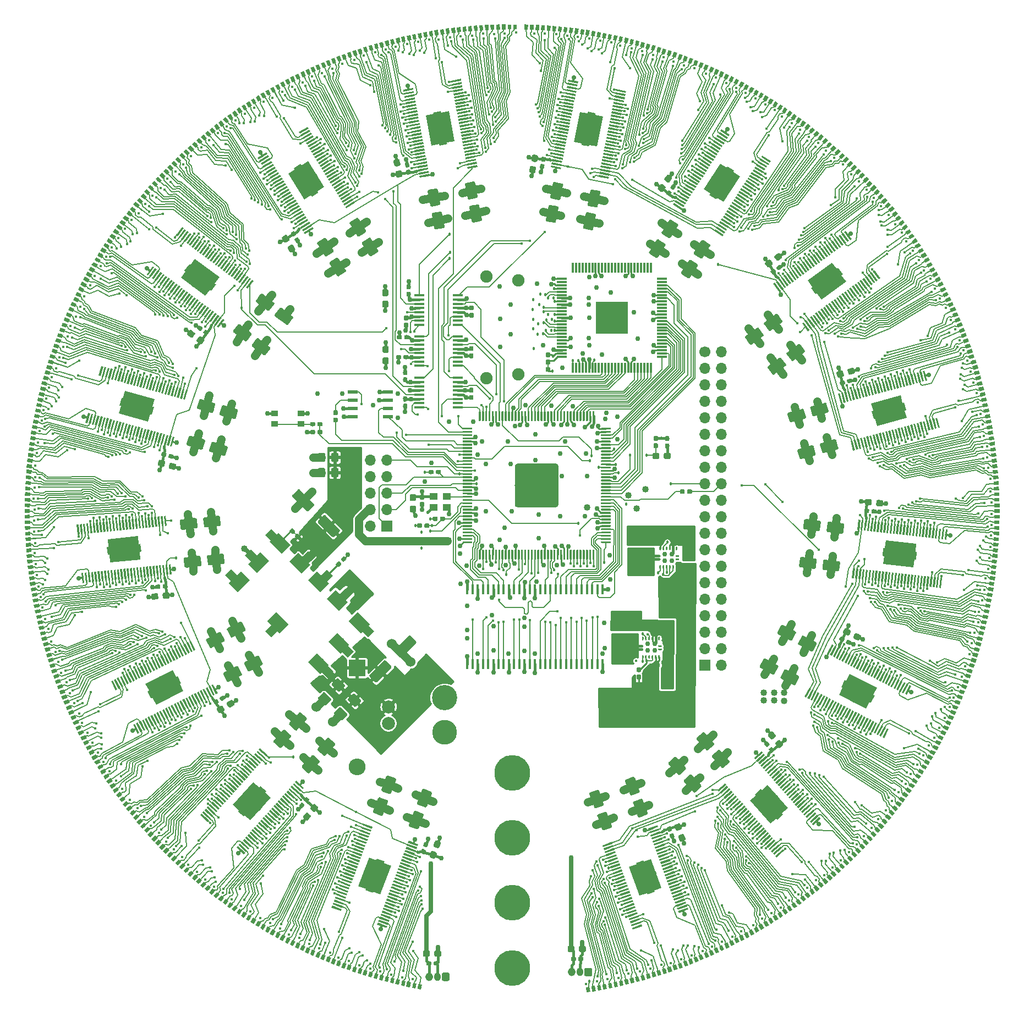
<source format=gbr>
G04 #@! TF.GenerationSoftware,KiCad,Pcbnew,(5.1.2)-1*
G04 #@! TF.CreationDate,2019-06-19T21:40:15-04:00*
G04 #@! TF.ProjectId,flicker,666c6963-6b65-4722-9e6b-696361645f70,rev?*
G04 #@! TF.SameCoordinates,Original*
G04 #@! TF.FileFunction,Copper,L1,Top*
G04 #@! TF.FilePolarity,Positive*
%FSLAX46Y46*%
G04 Gerber Fmt 4.6, Leading zero omitted, Abs format (unit mm)*
G04 Created by KiCad (PCBNEW (5.1.2)-1) date 2019-06-19 21:40:15*
%MOMM*%
%LPD*%
G04 APERTURE LIST*
%ADD10C,0.203200*%
%ADD11C,0.100000*%
%ADD12C,0.640000*%
%ADD13C,1.930000*%
%ADD14O,1.041400X1.300000*%
%ADD15O,1.193800X1.300000*%
%ADD16C,1.193800*%
%ADD17O,1.700000X1.700000*%
%ADD18R,1.700000X1.700000*%
%ADD19C,1.700000*%
%ADD20C,1.900000*%
%ADD21C,0.950000*%
%ADD22R,1.550000X0.600000*%
%ADD23R,0.458000X1.510000*%
%ADD24R,1.300000X1.100000*%
%ADD25C,3.610000*%
%ADD26C,0.300000*%
%ADD27C,0.250000*%
%ADD28R,5.000000X5.000000*%
%ADD29R,1.500000X0.300000*%
%ADD30R,0.300000X1.500000*%
%ADD31C,6.700000*%
%ADD32R,1.500000X0.450000*%
%ADD33R,1.000000X0.900000*%
%ADD34C,3.800000*%
%ADD35C,3.890000*%
%ADD36C,2.000000*%
%ADD37C,0.550000*%
%ADD38R,0.550000X0.800000*%
%ADD39O,2.600000X2.600000*%
%ADD40R,2.600000X2.600000*%
%ADD41C,1.150000*%
%ADD42C,1.600000*%
%ADD43C,1.425000*%
%ADD44C,5.500000*%
%ADD45C,1.016000*%
%ADD46C,0.762000*%
%ADD47C,0.457200*%
%ADD48C,0.700000*%
%ADD49C,1.524000*%
%ADD50C,0.450000*%
%ADD51C,0.381000*%
%ADD52C,0.300000*%
%ADD53C,0.152400*%
%ADD54C,0.254000*%
%ADD55C,0.635000*%
%ADD56C,1.270000*%
%ADD57C,0.200000*%
G04 APERTURE END LIST*
D10*
X75378005Y-103398849D02*
X74790696Y-102811540D01*
X114007900Y-77655420D02*
X114007900Y-76824840D01*
D11*
G36*
X132200043Y-123023170D02*
G01*
X132215574Y-123025474D01*
X132230806Y-123029290D01*
X132245589Y-123034579D01*
X132259783Y-123041293D01*
X132273251Y-123049365D01*
X132285863Y-123058718D01*
X132297497Y-123069263D01*
X132308042Y-123080897D01*
X132317395Y-123093509D01*
X132325467Y-123106977D01*
X132332181Y-123121171D01*
X132337470Y-123135954D01*
X132341286Y-123151186D01*
X132343590Y-123166717D01*
X132344360Y-123182400D01*
X132344360Y-123502400D01*
X132343590Y-123518083D01*
X132341286Y-123533614D01*
X132337470Y-123548846D01*
X132332181Y-123563629D01*
X132325467Y-123577823D01*
X132317395Y-123591291D01*
X132308042Y-123603903D01*
X132297497Y-123615537D01*
X132285863Y-123626082D01*
X132273251Y-123635435D01*
X132259783Y-123643507D01*
X132245589Y-123650221D01*
X132230806Y-123655510D01*
X132215574Y-123659326D01*
X132200043Y-123661630D01*
X132184360Y-123662400D01*
X131754360Y-123662400D01*
X131738677Y-123661630D01*
X131723146Y-123659326D01*
X131707914Y-123655510D01*
X131693131Y-123650221D01*
X131678937Y-123643507D01*
X131665469Y-123635435D01*
X131652857Y-123626082D01*
X131641223Y-123615537D01*
X131630678Y-123603903D01*
X131621325Y-123591291D01*
X131613253Y-123577823D01*
X131606539Y-123563629D01*
X131601250Y-123548846D01*
X131597434Y-123533614D01*
X131595130Y-123518083D01*
X131594360Y-123502400D01*
X131594360Y-123182400D01*
X131595130Y-123166717D01*
X131597434Y-123151186D01*
X131601250Y-123135954D01*
X131606539Y-123121171D01*
X131613253Y-123106977D01*
X131621325Y-123093509D01*
X131630678Y-123080897D01*
X131641223Y-123069263D01*
X131652857Y-123058718D01*
X131665469Y-123049365D01*
X131678937Y-123041293D01*
X131693131Y-123034579D01*
X131707914Y-123029290D01*
X131723146Y-123025474D01*
X131738677Y-123023170D01*
X131754360Y-123022400D01*
X132184360Y-123022400D01*
X132200043Y-123023170D01*
X132200043Y-123023170D01*
G37*
D12*
X131969360Y-123342400D03*
D11*
G36*
X131070043Y-123023170D02*
G01*
X131085574Y-123025474D01*
X131100806Y-123029290D01*
X131115589Y-123034579D01*
X131129783Y-123041293D01*
X131143251Y-123049365D01*
X131155863Y-123058718D01*
X131167497Y-123069263D01*
X131178042Y-123080897D01*
X131187395Y-123093509D01*
X131195467Y-123106977D01*
X131202181Y-123121171D01*
X131207470Y-123135954D01*
X131211286Y-123151186D01*
X131213590Y-123166717D01*
X131214360Y-123182400D01*
X131214360Y-123502400D01*
X131213590Y-123518083D01*
X131211286Y-123533614D01*
X131207470Y-123548846D01*
X131202181Y-123563629D01*
X131195467Y-123577823D01*
X131187395Y-123591291D01*
X131178042Y-123603903D01*
X131167497Y-123615537D01*
X131155863Y-123626082D01*
X131143251Y-123635435D01*
X131129783Y-123643507D01*
X131115589Y-123650221D01*
X131100806Y-123655510D01*
X131085574Y-123659326D01*
X131070043Y-123661630D01*
X131054360Y-123662400D01*
X130624360Y-123662400D01*
X130608677Y-123661630D01*
X130593146Y-123659326D01*
X130577914Y-123655510D01*
X130563131Y-123650221D01*
X130548937Y-123643507D01*
X130535469Y-123635435D01*
X130522857Y-123626082D01*
X130511223Y-123615537D01*
X130500678Y-123603903D01*
X130491325Y-123591291D01*
X130483253Y-123577823D01*
X130476539Y-123563629D01*
X130471250Y-123548846D01*
X130467434Y-123533614D01*
X130465130Y-123518083D01*
X130464360Y-123502400D01*
X130464360Y-123182400D01*
X130465130Y-123166717D01*
X130467434Y-123151186D01*
X130471250Y-123135954D01*
X130476539Y-123121171D01*
X130483253Y-123106977D01*
X130491325Y-123093509D01*
X130500678Y-123080897D01*
X130511223Y-123069263D01*
X130522857Y-123058718D01*
X130535469Y-123049365D01*
X130548937Y-123041293D01*
X130563131Y-123034579D01*
X130577914Y-123029290D01*
X130593146Y-123025474D01*
X130608677Y-123023170D01*
X130624360Y-123022400D01*
X131054360Y-123022400D01*
X131070043Y-123023170D01*
X131070043Y-123023170D01*
G37*
D12*
X130839360Y-123342400D03*
D13*
X72424478Y-116784708D03*
D11*
G36*
X72675501Y-118400447D02*
G01*
X72378516Y-118103462D01*
X71455742Y-119026236D01*
X70536503Y-118106998D01*
X71459277Y-117184223D01*
X70808739Y-116533685D01*
X72173455Y-115168969D01*
X74040217Y-117035731D01*
X72675501Y-118400447D01*
X72675501Y-118400447D01*
G37*
D13*
X69461701Y-107528681D03*
D11*
G36*
X69210678Y-109144420D02*
G01*
X67845962Y-107779704D01*
X68319724Y-107305942D01*
X67396949Y-106383168D01*
X68316188Y-105463929D01*
X69238962Y-106386704D01*
X69712724Y-105912942D01*
X71077440Y-107277658D01*
X69210678Y-109144420D01*
X69210678Y-109144420D01*
G37*
D13*
X75832733Y-107620605D03*
D11*
G36*
X77151487Y-107574643D02*
G01*
X77448472Y-107871628D01*
X76083756Y-109236344D01*
X74216994Y-107369582D01*
X75581710Y-106004866D01*
X76232248Y-106655404D01*
X77155023Y-105732630D01*
X78074261Y-106651869D01*
X77151487Y-107574643D01*
X77151487Y-107574643D01*
G37*
D13*
X78710657Y-110498529D03*
D11*
G36*
X80029411Y-110452567D02*
G01*
X80326396Y-110749552D01*
X78961680Y-112114268D01*
X77094918Y-110247506D01*
X78459634Y-108882790D01*
X79110172Y-109533328D01*
X80032947Y-108610554D01*
X80952185Y-109529793D01*
X80029411Y-110452567D01*
X80029411Y-110452567D01*
G37*
D13*
X81581511Y-113369383D03*
D11*
G36*
X82900265Y-113323421D02*
G01*
X83197250Y-113620406D01*
X81832534Y-114985122D01*
X79965772Y-113118360D01*
X81330488Y-111753644D01*
X81981026Y-112404182D01*
X82903801Y-111481408D01*
X83823039Y-112400647D01*
X82900265Y-113323421D01*
X82900265Y-113323421D01*
G37*
D13*
X72778032Y-104565903D03*
D11*
G36*
X71385032Y-104092141D02*
G01*
X70536504Y-103243613D01*
X71455742Y-102324375D01*
X72304270Y-103172903D01*
X72527009Y-102950164D01*
X74393771Y-104816926D01*
X73029055Y-106181642D01*
X71162293Y-104314880D01*
X71385032Y-104092141D01*
X71385032Y-104092141D01*
G37*
D13*
X81857283Y-119924263D03*
D11*
G36*
X83250283Y-120398025D02*
G01*
X84098811Y-121246553D01*
X83179573Y-122165791D01*
X82331045Y-121317263D01*
X82108306Y-121540002D01*
X80241544Y-119673240D01*
X81606260Y-118308524D01*
X83473022Y-120175286D01*
X83250283Y-120398025D01*
X83250283Y-120398025D01*
G37*
D13*
X84996837Y-116784708D03*
D11*
G36*
X86389837Y-117258470D02*
G01*
X87238365Y-118106998D01*
X86319127Y-119026236D01*
X85470599Y-118177708D01*
X85247860Y-118400447D01*
X83381098Y-116533685D01*
X84745814Y-115168969D01*
X86612576Y-117035731D01*
X86389837Y-117258470D01*
X86389837Y-117258470D01*
G37*
D13*
X78710657Y-123070888D03*
D11*
G36*
X80192046Y-123456261D02*
G01*
X81040574Y-124304789D01*
X80121335Y-125224028D01*
X79272807Y-124375500D01*
X78961680Y-124686627D01*
X77094918Y-122819865D01*
X78459634Y-121455149D01*
X80326396Y-123321911D01*
X80192046Y-123456261D01*
X80192046Y-123456261D01*
G37*
D13*
X66491852Y-110498529D03*
D11*
G36*
X66240829Y-112114268D02*
G01*
X64876113Y-110749552D01*
X65261486Y-110364179D01*
X64338712Y-109441404D01*
X65257951Y-108522166D01*
X66180725Y-109444940D01*
X66742875Y-108882790D01*
X68107591Y-110247506D01*
X66240829Y-112114268D01*
X66240829Y-112114268D01*
G37*
D14*
X118950740Y-170616880D03*
D15*
X117680740Y-170616880D03*
D11*
G36*
X120561365Y-169968248D02*
G01*
X120588946Y-169972339D01*
X120615993Y-169979114D01*
X120642246Y-169988508D01*
X120667451Y-170000429D01*
X120691367Y-170014764D01*
X120713762Y-170031373D01*
X120734422Y-170050098D01*
X120753147Y-170070758D01*
X120769756Y-170093153D01*
X120784091Y-170117069D01*
X120796012Y-170142274D01*
X120805406Y-170168527D01*
X120812181Y-170195574D01*
X120816272Y-170223155D01*
X120817640Y-170251004D01*
X120817640Y-170982756D01*
X120816272Y-171010605D01*
X120812181Y-171038186D01*
X120805406Y-171065233D01*
X120796012Y-171091486D01*
X120784091Y-171116691D01*
X120769756Y-171140607D01*
X120753147Y-171163002D01*
X120734422Y-171183662D01*
X120713762Y-171202387D01*
X120691367Y-171218996D01*
X120667451Y-171233331D01*
X120642246Y-171245252D01*
X120615993Y-171254646D01*
X120588946Y-171261421D01*
X120561365Y-171265512D01*
X120533516Y-171266880D01*
X119907964Y-171266880D01*
X119880115Y-171265512D01*
X119852534Y-171261421D01*
X119825487Y-171254646D01*
X119799234Y-171245252D01*
X119774029Y-171233331D01*
X119750113Y-171218996D01*
X119727718Y-171202387D01*
X119707058Y-171183662D01*
X119688333Y-171163002D01*
X119671724Y-171140607D01*
X119657389Y-171116691D01*
X119645468Y-171091486D01*
X119636074Y-171065233D01*
X119629299Y-171038186D01*
X119625208Y-171010605D01*
X119623840Y-170982756D01*
X119623840Y-170251004D01*
X119625208Y-170223155D01*
X119629299Y-170195574D01*
X119636074Y-170168527D01*
X119645468Y-170142274D01*
X119657389Y-170117069D01*
X119671724Y-170093153D01*
X119688333Y-170070758D01*
X119707058Y-170050098D01*
X119727718Y-170031373D01*
X119750113Y-170014764D01*
X119774029Y-170000429D01*
X119799234Y-169988508D01*
X119825487Y-169979114D01*
X119852534Y-169972339D01*
X119880115Y-169968248D01*
X119907964Y-169966880D01*
X120533516Y-169966880D01*
X120561365Y-169968248D01*
X120561365Y-169968248D01*
G37*
D16*
X120220740Y-170616880D03*
D14*
X97007680Y-171333160D03*
D15*
X95737680Y-171333160D03*
D11*
G36*
X98618305Y-170684528D02*
G01*
X98645886Y-170688619D01*
X98672933Y-170695394D01*
X98699186Y-170704788D01*
X98724391Y-170716709D01*
X98748307Y-170731044D01*
X98770702Y-170747653D01*
X98791362Y-170766378D01*
X98810087Y-170787038D01*
X98826696Y-170809433D01*
X98841031Y-170833349D01*
X98852952Y-170858554D01*
X98862346Y-170884807D01*
X98869121Y-170911854D01*
X98873212Y-170939435D01*
X98874580Y-170967284D01*
X98874580Y-171699036D01*
X98873212Y-171726885D01*
X98869121Y-171754466D01*
X98862346Y-171781513D01*
X98852952Y-171807766D01*
X98841031Y-171832971D01*
X98826696Y-171856887D01*
X98810087Y-171879282D01*
X98791362Y-171899942D01*
X98770702Y-171918667D01*
X98748307Y-171935276D01*
X98724391Y-171949611D01*
X98699186Y-171961532D01*
X98672933Y-171970926D01*
X98645886Y-171977701D01*
X98618305Y-171981792D01*
X98590456Y-171983160D01*
X97964904Y-171983160D01*
X97937055Y-171981792D01*
X97909474Y-171977701D01*
X97882427Y-171970926D01*
X97856174Y-171961532D01*
X97830969Y-171949611D01*
X97807053Y-171935276D01*
X97784658Y-171918667D01*
X97763998Y-171899942D01*
X97745273Y-171879282D01*
X97728664Y-171856887D01*
X97714329Y-171832971D01*
X97702408Y-171807766D01*
X97693014Y-171781513D01*
X97686239Y-171754466D01*
X97682148Y-171726885D01*
X97680780Y-171699036D01*
X97680780Y-170967284D01*
X97682148Y-170939435D01*
X97686239Y-170911854D01*
X97693014Y-170884807D01*
X97702408Y-170858554D01*
X97714329Y-170833349D01*
X97728664Y-170809433D01*
X97745273Y-170787038D01*
X97763998Y-170766378D01*
X97784658Y-170747653D01*
X97807053Y-170731044D01*
X97830969Y-170716709D01*
X97856174Y-170704788D01*
X97882427Y-170695394D01*
X97909474Y-170688619D01*
X97937055Y-170684528D01*
X97964904Y-170683160D01*
X98590456Y-170683160D01*
X98618305Y-170684528D01*
X98618305Y-170684528D01*
G37*
D16*
X98277680Y-171333160D03*
D17*
X140705840Y-123350020D03*
D18*
X138165840Y-123350020D03*
D17*
X140705840Y-105570020D03*
X138165840Y-105570020D03*
X140705840Y-100490020D03*
X138165840Y-100490020D03*
X140705840Y-110650020D03*
X138165840Y-110650020D03*
X140705840Y-82710020D03*
X138165840Y-82710020D03*
X140705840Y-113190020D03*
X138165840Y-113190020D03*
X140705840Y-95410020D03*
X138165840Y-95410020D03*
X140705840Y-118270020D03*
X138165840Y-118270020D03*
X140705840Y-115730020D03*
X138165840Y-115730020D03*
X140705840Y-120810020D03*
X138165840Y-120810020D03*
X140705840Y-97950020D03*
X138165840Y-97950020D03*
X140705840Y-85250020D03*
X138165840Y-85250020D03*
X140705840Y-90330020D03*
X138165840Y-90330020D03*
X140705840Y-108110020D03*
X138165840Y-108110020D03*
X140705840Y-87790020D03*
X138165840Y-87790020D03*
X140705840Y-103030020D03*
X138165840Y-103030020D03*
D19*
X138165840Y-75090020D03*
D17*
X140705840Y-75090020D03*
X138165840Y-80170020D03*
X140705840Y-77630020D03*
X140705840Y-92870020D03*
X138165840Y-92870020D03*
X138165840Y-77630020D03*
X140705840Y-80170020D03*
D20*
X109479840Y-78555420D03*
X104579840Y-79155420D03*
X104579840Y-63455420D03*
X109479840Y-64055420D03*
D11*
G36*
X89244599Y-67203944D02*
G01*
X89267654Y-67207363D01*
X89290263Y-67213027D01*
X89312207Y-67220879D01*
X89333277Y-67230844D01*
X89353268Y-67242826D01*
X89371988Y-67256710D01*
X89389258Y-67272362D01*
X89404910Y-67289632D01*
X89418794Y-67308352D01*
X89430776Y-67328343D01*
X89440741Y-67349413D01*
X89448593Y-67371357D01*
X89454257Y-67393966D01*
X89457676Y-67417021D01*
X89458820Y-67440300D01*
X89458820Y-68015300D01*
X89457676Y-68038579D01*
X89454257Y-68061634D01*
X89448593Y-68084243D01*
X89440741Y-68106187D01*
X89430776Y-68127257D01*
X89418794Y-68147248D01*
X89404910Y-68165968D01*
X89389258Y-68183238D01*
X89371988Y-68198890D01*
X89353268Y-68212774D01*
X89333277Y-68224756D01*
X89312207Y-68234721D01*
X89290263Y-68242573D01*
X89267654Y-68248237D01*
X89244599Y-68251656D01*
X89221320Y-68252800D01*
X88746320Y-68252800D01*
X88723041Y-68251656D01*
X88699986Y-68248237D01*
X88677377Y-68242573D01*
X88655433Y-68234721D01*
X88634363Y-68224756D01*
X88614372Y-68212774D01*
X88595652Y-68198890D01*
X88578382Y-68183238D01*
X88562730Y-68165968D01*
X88548846Y-68147248D01*
X88536864Y-68127257D01*
X88526899Y-68106187D01*
X88519047Y-68084243D01*
X88513383Y-68061634D01*
X88509964Y-68038579D01*
X88508820Y-68015300D01*
X88508820Y-67440300D01*
X88509964Y-67417021D01*
X88513383Y-67393966D01*
X88519047Y-67371357D01*
X88526899Y-67349413D01*
X88536864Y-67328343D01*
X88548846Y-67308352D01*
X88562730Y-67289632D01*
X88578382Y-67272362D01*
X88595652Y-67256710D01*
X88614372Y-67242826D01*
X88634363Y-67230844D01*
X88655433Y-67220879D01*
X88677377Y-67213027D01*
X88699986Y-67207363D01*
X88723041Y-67203944D01*
X88746320Y-67202800D01*
X89221320Y-67202800D01*
X89244599Y-67203944D01*
X89244599Y-67203944D01*
G37*
D21*
X88983820Y-67727800D03*
D11*
G36*
X89244599Y-65453944D02*
G01*
X89267654Y-65457363D01*
X89290263Y-65463027D01*
X89312207Y-65470879D01*
X89333277Y-65480844D01*
X89353268Y-65492826D01*
X89371988Y-65506710D01*
X89389258Y-65522362D01*
X89404910Y-65539632D01*
X89418794Y-65558352D01*
X89430776Y-65578343D01*
X89440741Y-65599413D01*
X89448593Y-65621357D01*
X89454257Y-65643966D01*
X89457676Y-65667021D01*
X89458820Y-65690300D01*
X89458820Y-66265300D01*
X89457676Y-66288579D01*
X89454257Y-66311634D01*
X89448593Y-66334243D01*
X89440741Y-66356187D01*
X89430776Y-66377257D01*
X89418794Y-66397248D01*
X89404910Y-66415968D01*
X89389258Y-66433238D01*
X89371988Y-66448890D01*
X89353268Y-66462774D01*
X89333277Y-66474756D01*
X89312207Y-66484721D01*
X89290263Y-66492573D01*
X89267654Y-66498237D01*
X89244599Y-66501656D01*
X89221320Y-66502800D01*
X88746320Y-66502800D01*
X88723041Y-66501656D01*
X88699986Y-66498237D01*
X88677377Y-66492573D01*
X88655433Y-66484721D01*
X88634363Y-66474756D01*
X88614372Y-66462774D01*
X88595652Y-66448890D01*
X88578382Y-66433238D01*
X88562730Y-66415968D01*
X88548846Y-66397248D01*
X88536864Y-66377257D01*
X88526899Y-66356187D01*
X88519047Y-66334243D01*
X88513383Y-66311634D01*
X88509964Y-66288579D01*
X88508820Y-66265300D01*
X88508820Y-65690300D01*
X88509964Y-65667021D01*
X88513383Y-65643966D01*
X88519047Y-65621357D01*
X88526899Y-65599413D01*
X88536864Y-65578343D01*
X88548846Y-65558352D01*
X88562730Y-65539632D01*
X88578382Y-65522362D01*
X88595652Y-65506710D01*
X88614372Y-65492826D01*
X88634363Y-65480844D01*
X88655433Y-65470879D01*
X88677377Y-65463027D01*
X88699986Y-65457363D01*
X88723041Y-65453944D01*
X88746320Y-65452800D01*
X89221320Y-65452800D01*
X89244599Y-65453944D01*
X89244599Y-65453944D01*
G37*
D21*
X88983820Y-65977800D03*
D11*
G36*
X75456167Y-103068640D02*
G01*
X75471698Y-103070944D01*
X75486930Y-103074760D01*
X75501713Y-103080049D01*
X75515907Y-103086763D01*
X75529375Y-103094835D01*
X75541987Y-103104188D01*
X75553621Y-103114733D01*
X75857677Y-103418789D01*
X75868222Y-103430423D01*
X75877575Y-103443035D01*
X75885647Y-103456503D01*
X75892361Y-103470697D01*
X75897650Y-103485480D01*
X75901466Y-103500712D01*
X75903770Y-103516243D01*
X75904540Y-103531926D01*
X75903770Y-103547609D01*
X75901466Y-103563140D01*
X75897650Y-103578372D01*
X75892361Y-103593155D01*
X75885647Y-103607349D01*
X75877575Y-103620817D01*
X75868222Y-103633429D01*
X75857677Y-103645063D01*
X75631403Y-103871337D01*
X75619769Y-103881882D01*
X75607157Y-103891235D01*
X75593689Y-103899307D01*
X75579495Y-103906021D01*
X75564712Y-103911310D01*
X75549480Y-103915126D01*
X75533949Y-103917430D01*
X75518266Y-103918200D01*
X75502583Y-103917430D01*
X75487052Y-103915126D01*
X75471820Y-103911310D01*
X75457037Y-103906021D01*
X75442843Y-103899307D01*
X75429375Y-103891235D01*
X75416763Y-103881882D01*
X75405129Y-103871337D01*
X75101073Y-103567281D01*
X75090528Y-103555647D01*
X75081175Y-103543035D01*
X75073103Y-103529567D01*
X75066389Y-103515373D01*
X75061100Y-103500590D01*
X75057284Y-103485358D01*
X75054980Y-103469827D01*
X75054210Y-103454144D01*
X75054980Y-103438461D01*
X75057284Y-103422930D01*
X75061100Y-103407698D01*
X75066389Y-103392915D01*
X75073103Y-103378721D01*
X75081175Y-103365253D01*
X75090528Y-103352641D01*
X75101073Y-103341007D01*
X75327347Y-103114733D01*
X75338981Y-103104188D01*
X75351593Y-103094835D01*
X75365061Y-103086763D01*
X75379255Y-103080049D01*
X75394038Y-103074760D01*
X75409270Y-103070944D01*
X75424801Y-103068640D01*
X75440484Y-103067870D01*
X75456167Y-103068640D01*
X75456167Y-103068640D01*
G37*
D12*
X75479375Y-103493035D03*
D11*
G36*
X74657137Y-102269610D02*
G01*
X74672668Y-102271914D01*
X74687900Y-102275730D01*
X74702683Y-102281019D01*
X74716877Y-102287733D01*
X74730345Y-102295805D01*
X74742957Y-102305158D01*
X74754591Y-102315703D01*
X75058647Y-102619759D01*
X75069192Y-102631393D01*
X75078545Y-102644005D01*
X75086617Y-102657473D01*
X75093331Y-102671667D01*
X75098620Y-102686450D01*
X75102436Y-102701682D01*
X75104740Y-102717213D01*
X75105510Y-102732896D01*
X75104740Y-102748579D01*
X75102436Y-102764110D01*
X75098620Y-102779342D01*
X75093331Y-102794125D01*
X75086617Y-102808319D01*
X75078545Y-102821787D01*
X75069192Y-102834399D01*
X75058647Y-102846033D01*
X74832373Y-103072307D01*
X74820739Y-103082852D01*
X74808127Y-103092205D01*
X74794659Y-103100277D01*
X74780465Y-103106991D01*
X74765682Y-103112280D01*
X74750450Y-103116096D01*
X74734919Y-103118400D01*
X74719236Y-103119170D01*
X74703553Y-103118400D01*
X74688022Y-103116096D01*
X74672790Y-103112280D01*
X74658007Y-103106991D01*
X74643813Y-103100277D01*
X74630345Y-103092205D01*
X74617733Y-103082852D01*
X74606099Y-103072307D01*
X74302043Y-102768251D01*
X74291498Y-102756617D01*
X74282145Y-102744005D01*
X74274073Y-102730537D01*
X74267359Y-102716343D01*
X74262070Y-102701560D01*
X74258254Y-102686328D01*
X74255950Y-102670797D01*
X74255180Y-102655114D01*
X74255950Y-102639431D01*
X74258254Y-102623900D01*
X74262070Y-102608668D01*
X74267359Y-102593885D01*
X74274073Y-102579691D01*
X74282145Y-102566223D01*
X74291498Y-102553611D01*
X74302043Y-102541977D01*
X74528317Y-102315703D01*
X74539951Y-102305158D01*
X74552563Y-102295805D01*
X74566031Y-102287733D01*
X74580225Y-102281019D01*
X74595008Y-102275730D01*
X74610240Y-102271914D01*
X74625771Y-102269610D01*
X74641454Y-102268840D01*
X74657137Y-102269610D01*
X74657137Y-102269610D01*
G37*
D12*
X74680345Y-102694005D03*
D22*
X89374960Y-81277460D03*
X89374960Y-82547460D03*
X89374960Y-83817460D03*
X89374960Y-85087460D03*
X83974960Y-85087460D03*
X83974960Y-83817460D03*
X83974960Y-82547460D03*
X83974960Y-81277460D03*
D23*
X101608020Y-111664600D03*
X102408020Y-111664600D03*
X103208020Y-111664600D03*
X104008020Y-111664600D03*
X104808020Y-111664600D03*
X105608020Y-111664600D03*
X106408020Y-111664600D03*
X107208020Y-111664600D03*
X108008020Y-111664600D03*
X108808020Y-111664600D03*
X109608020Y-111664600D03*
X110408020Y-111664600D03*
X111208020Y-111664600D03*
X112008020Y-111664600D03*
X112808020Y-111664600D03*
X113608020Y-111664600D03*
X114408020Y-111664600D03*
X115208020Y-111664600D03*
X116008020Y-111664600D03*
X116808020Y-111664600D03*
X117608020Y-111664600D03*
X118408020Y-111664600D03*
X119208020Y-111664600D03*
X120008020Y-111664600D03*
X120808020Y-111664600D03*
X121608020Y-111664600D03*
X122408020Y-111664600D03*
X122408020Y-123164600D03*
X121608020Y-123164600D03*
X120808020Y-123164600D03*
X120008020Y-123164600D03*
X119208020Y-123164600D03*
X118408020Y-123164600D03*
X117608020Y-123164600D03*
X116808020Y-123164600D03*
X116008020Y-123164600D03*
X115208020Y-123164600D03*
X114408020Y-123164600D03*
X113608020Y-123164600D03*
X112808020Y-123164600D03*
X112008020Y-123164600D03*
X111208020Y-123164600D03*
X110408020Y-123164600D03*
X109608020Y-123164600D03*
X108808020Y-123164600D03*
X108008020Y-123164600D03*
X107208020Y-123164600D03*
X106408020Y-123164600D03*
X105608020Y-123164600D03*
X104808020Y-123164600D03*
X104008020Y-123164600D03*
X103208020Y-123164600D03*
X102408020Y-123164600D03*
X101608020Y-123164600D03*
D11*
G36*
X114188663Y-75159470D02*
G01*
X114204194Y-75161774D01*
X114219426Y-75165590D01*
X114234209Y-75170879D01*
X114248403Y-75177593D01*
X114261871Y-75185665D01*
X114274483Y-75195018D01*
X114286117Y-75205563D01*
X114296662Y-75217197D01*
X114306015Y-75229809D01*
X114314087Y-75243277D01*
X114320801Y-75257471D01*
X114326090Y-75272254D01*
X114329906Y-75287486D01*
X114332210Y-75303017D01*
X114332980Y-75318700D01*
X114332980Y-75748700D01*
X114332210Y-75764383D01*
X114329906Y-75779914D01*
X114326090Y-75795146D01*
X114320801Y-75809929D01*
X114314087Y-75824123D01*
X114306015Y-75837591D01*
X114296662Y-75850203D01*
X114286117Y-75861837D01*
X114274483Y-75872382D01*
X114261871Y-75881735D01*
X114248403Y-75889807D01*
X114234209Y-75896521D01*
X114219426Y-75901810D01*
X114204194Y-75905626D01*
X114188663Y-75907930D01*
X114172980Y-75908700D01*
X113852980Y-75908700D01*
X113837297Y-75907930D01*
X113821766Y-75905626D01*
X113806534Y-75901810D01*
X113791751Y-75896521D01*
X113777557Y-75889807D01*
X113764089Y-75881735D01*
X113751477Y-75872382D01*
X113739843Y-75861837D01*
X113729298Y-75850203D01*
X113719945Y-75837591D01*
X113711873Y-75824123D01*
X113705159Y-75809929D01*
X113699870Y-75795146D01*
X113696054Y-75779914D01*
X113693750Y-75764383D01*
X113692980Y-75748700D01*
X113692980Y-75318700D01*
X113693750Y-75303017D01*
X113696054Y-75287486D01*
X113699870Y-75272254D01*
X113705159Y-75257471D01*
X113711873Y-75243277D01*
X113719945Y-75229809D01*
X113729298Y-75217197D01*
X113739843Y-75205563D01*
X113751477Y-75195018D01*
X113764089Y-75185665D01*
X113777557Y-75177593D01*
X113791751Y-75170879D01*
X113806534Y-75165590D01*
X113821766Y-75161774D01*
X113837297Y-75159470D01*
X113852980Y-75158700D01*
X114172980Y-75158700D01*
X114188663Y-75159470D01*
X114188663Y-75159470D01*
G37*
D12*
X114012980Y-75533700D03*
D11*
G36*
X114188663Y-76289470D02*
G01*
X114204194Y-76291774D01*
X114219426Y-76295590D01*
X114234209Y-76300879D01*
X114248403Y-76307593D01*
X114261871Y-76315665D01*
X114274483Y-76325018D01*
X114286117Y-76335563D01*
X114296662Y-76347197D01*
X114306015Y-76359809D01*
X114314087Y-76373277D01*
X114320801Y-76387471D01*
X114326090Y-76402254D01*
X114329906Y-76417486D01*
X114332210Y-76433017D01*
X114332980Y-76448700D01*
X114332980Y-76878700D01*
X114332210Y-76894383D01*
X114329906Y-76909914D01*
X114326090Y-76925146D01*
X114320801Y-76939929D01*
X114314087Y-76954123D01*
X114306015Y-76967591D01*
X114296662Y-76980203D01*
X114286117Y-76991837D01*
X114274483Y-77002382D01*
X114261871Y-77011735D01*
X114248403Y-77019807D01*
X114234209Y-77026521D01*
X114219426Y-77031810D01*
X114204194Y-77035626D01*
X114188663Y-77037930D01*
X114172980Y-77038700D01*
X113852980Y-77038700D01*
X113837297Y-77037930D01*
X113821766Y-77035626D01*
X113806534Y-77031810D01*
X113791751Y-77026521D01*
X113777557Y-77019807D01*
X113764089Y-77011735D01*
X113751477Y-77002382D01*
X113739843Y-76991837D01*
X113729298Y-76980203D01*
X113719945Y-76967591D01*
X113711873Y-76954123D01*
X113705159Y-76939929D01*
X113699870Y-76925146D01*
X113696054Y-76909914D01*
X113693750Y-76894383D01*
X113692980Y-76878700D01*
X113692980Y-76448700D01*
X113693750Y-76433017D01*
X113696054Y-76417486D01*
X113699870Y-76402254D01*
X113705159Y-76387471D01*
X113711873Y-76373277D01*
X113719945Y-76359809D01*
X113729298Y-76347197D01*
X113739843Y-76335563D01*
X113751477Y-76325018D01*
X113764089Y-76315665D01*
X113777557Y-76307593D01*
X113791751Y-76300879D01*
X113806534Y-76295590D01*
X113821766Y-76291774D01*
X113837297Y-76289470D01*
X113852980Y-76288700D01*
X114172980Y-76288700D01*
X114188663Y-76289470D01*
X114188663Y-76289470D01*
G37*
D12*
X114012980Y-76663700D03*
D11*
G36*
X114188663Y-77419470D02*
G01*
X114204194Y-77421774D01*
X114219426Y-77425590D01*
X114234209Y-77430879D01*
X114248403Y-77437593D01*
X114261871Y-77445665D01*
X114274483Y-77455018D01*
X114286117Y-77465563D01*
X114296662Y-77477197D01*
X114306015Y-77489809D01*
X114314087Y-77503277D01*
X114320801Y-77517471D01*
X114326090Y-77532254D01*
X114329906Y-77547486D01*
X114332210Y-77563017D01*
X114332980Y-77578700D01*
X114332980Y-78008700D01*
X114332210Y-78024383D01*
X114329906Y-78039914D01*
X114326090Y-78055146D01*
X114320801Y-78069929D01*
X114314087Y-78084123D01*
X114306015Y-78097591D01*
X114296662Y-78110203D01*
X114286117Y-78121837D01*
X114274483Y-78132382D01*
X114261871Y-78141735D01*
X114248403Y-78149807D01*
X114234209Y-78156521D01*
X114219426Y-78161810D01*
X114204194Y-78165626D01*
X114188663Y-78167930D01*
X114172980Y-78168700D01*
X113852980Y-78168700D01*
X113837297Y-78167930D01*
X113821766Y-78165626D01*
X113806534Y-78161810D01*
X113791751Y-78156521D01*
X113777557Y-78149807D01*
X113764089Y-78141735D01*
X113751477Y-78132382D01*
X113739843Y-78121837D01*
X113729298Y-78110203D01*
X113719945Y-78097591D01*
X113711873Y-78084123D01*
X113705159Y-78069929D01*
X113699870Y-78055146D01*
X113696054Y-78039914D01*
X113693750Y-78024383D01*
X113692980Y-78008700D01*
X113692980Y-77578700D01*
X113693750Y-77563017D01*
X113696054Y-77547486D01*
X113699870Y-77532254D01*
X113705159Y-77517471D01*
X113711873Y-77503277D01*
X113719945Y-77489809D01*
X113729298Y-77477197D01*
X113739843Y-77465563D01*
X113751477Y-77455018D01*
X113764089Y-77445665D01*
X113777557Y-77437593D01*
X113791751Y-77430879D01*
X113806534Y-77425590D01*
X113821766Y-77421774D01*
X113837297Y-77419470D01*
X113852980Y-77418700D01*
X114172980Y-77418700D01*
X114188663Y-77419470D01*
X114188663Y-77419470D01*
G37*
D12*
X114012980Y-77793700D03*
D11*
G36*
X93494019Y-98755824D02*
G01*
X93517074Y-98759243D01*
X93539683Y-98764907D01*
X93561627Y-98772759D01*
X93582697Y-98782724D01*
X93602688Y-98794706D01*
X93621408Y-98808590D01*
X93638678Y-98824242D01*
X93654330Y-98841512D01*
X93668214Y-98860232D01*
X93680196Y-98880223D01*
X93690161Y-98901293D01*
X93698013Y-98923237D01*
X93703677Y-98945846D01*
X93707096Y-98968901D01*
X93708240Y-98992180D01*
X93708240Y-99567180D01*
X93707096Y-99590459D01*
X93703677Y-99613514D01*
X93698013Y-99636123D01*
X93690161Y-99658067D01*
X93680196Y-99679137D01*
X93668214Y-99699128D01*
X93654330Y-99717848D01*
X93638678Y-99735118D01*
X93621408Y-99750770D01*
X93602688Y-99764654D01*
X93582697Y-99776636D01*
X93561627Y-99786601D01*
X93539683Y-99794453D01*
X93517074Y-99800117D01*
X93494019Y-99803536D01*
X93470740Y-99804680D01*
X92995740Y-99804680D01*
X92972461Y-99803536D01*
X92949406Y-99800117D01*
X92926797Y-99794453D01*
X92904853Y-99786601D01*
X92883783Y-99776636D01*
X92863792Y-99764654D01*
X92845072Y-99750770D01*
X92827802Y-99735118D01*
X92812150Y-99717848D01*
X92798266Y-99699128D01*
X92786284Y-99679137D01*
X92776319Y-99658067D01*
X92768467Y-99636123D01*
X92762803Y-99613514D01*
X92759384Y-99590459D01*
X92758240Y-99567180D01*
X92758240Y-98992180D01*
X92759384Y-98968901D01*
X92762803Y-98945846D01*
X92768467Y-98923237D01*
X92776319Y-98901293D01*
X92786284Y-98880223D01*
X92798266Y-98860232D01*
X92812150Y-98841512D01*
X92827802Y-98824242D01*
X92845072Y-98808590D01*
X92863792Y-98794706D01*
X92883783Y-98782724D01*
X92904853Y-98772759D01*
X92926797Y-98764907D01*
X92949406Y-98759243D01*
X92972461Y-98755824D01*
X92995740Y-98754680D01*
X93470740Y-98754680D01*
X93494019Y-98755824D01*
X93494019Y-98755824D01*
G37*
D21*
X93233240Y-99279680D03*
D11*
G36*
X93494019Y-97005824D02*
G01*
X93517074Y-97009243D01*
X93539683Y-97014907D01*
X93561627Y-97022759D01*
X93582697Y-97032724D01*
X93602688Y-97044706D01*
X93621408Y-97058590D01*
X93638678Y-97074242D01*
X93654330Y-97091512D01*
X93668214Y-97110232D01*
X93680196Y-97130223D01*
X93690161Y-97151293D01*
X93698013Y-97173237D01*
X93703677Y-97195846D01*
X93707096Y-97218901D01*
X93708240Y-97242180D01*
X93708240Y-97817180D01*
X93707096Y-97840459D01*
X93703677Y-97863514D01*
X93698013Y-97886123D01*
X93690161Y-97908067D01*
X93680196Y-97929137D01*
X93668214Y-97949128D01*
X93654330Y-97967848D01*
X93638678Y-97985118D01*
X93621408Y-98000770D01*
X93602688Y-98014654D01*
X93582697Y-98026636D01*
X93561627Y-98036601D01*
X93539683Y-98044453D01*
X93517074Y-98050117D01*
X93494019Y-98053536D01*
X93470740Y-98054680D01*
X92995740Y-98054680D01*
X92972461Y-98053536D01*
X92949406Y-98050117D01*
X92926797Y-98044453D01*
X92904853Y-98036601D01*
X92883783Y-98026636D01*
X92863792Y-98014654D01*
X92845072Y-98000770D01*
X92827802Y-97985118D01*
X92812150Y-97967848D01*
X92798266Y-97949128D01*
X92786284Y-97929137D01*
X92776319Y-97908067D01*
X92768467Y-97886123D01*
X92762803Y-97863514D01*
X92759384Y-97840459D01*
X92758240Y-97817180D01*
X92758240Y-97242180D01*
X92759384Y-97218901D01*
X92762803Y-97195846D01*
X92768467Y-97173237D01*
X92776319Y-97151293D01*
X92786284Y-97130223D01*
X92798266Y-97110232D01*
X92812150Y-97091512D01*
X92827802Y-97074242D01*
X92845072Y-97058590D01*
X92863792Y-97044706D01*
X92883783Y-97032724D01*
X92904853Y-97022759D01*
X92926797Y-97014907D01*
X92949406Y-97009243D01*
X92972461Y-97005824D01*
X92995740Y-97004680D01*
X93470740Y-97004680D01*
X93494019Y-97005824D01*
X93494019Y-97005824D01*
G37*
D21*
X93233240Y-97529680D03*
D11*
G36*
X136048143Y-96284590D02*
G01*
X136063674Y-96286894D01*
X136078906Y-96290710D01*
X136093689Y-96295999D01*
X136107883Y-96302713D01*
X136121351Y-96310785D01*
X136133963Y-96320138D01*
X136145597Y-96330683D01*
X136156142Y-96342317D01*
X136165495Y-96354929D01*
X136173567Y-96368397D01*
X136180281Y-96382591D01*
X136185570Y-96397374D01*
X136189386Y-96412606D01*
X136191690Y-96428137D01*
X136192460Y-96443820D01*
X136192460Y-96763820D01*
X136191690Y-96779503D01*
X136189386Y-96795034D01*
X136185570Y-96810266D01*
X136180281Y-96825049D01*
X136173567Y-96839243D01*
X136165495Y-96852711D01*
X136156142Y-96865323D01*
X136145597Y-96876957D01*
X136133963Y-96887502D01*
X136121351Y-96896855D01*
X136107883Y-96904927D01*
X136093689Y-96911641D01*
X136078906Y-96916930D01*
X136063674Y-96920746D01*
X136048143Y-96923050D01*
X136032460Y-96923820D01*
X135602460Y-96923820D01*
X135586777Y-96923050D01*
X135571246Y-96920746D01*
X135556014Y-96916930D01*
X135541231Y-96911641D01*
X135527037Y-96904927D01*
X135513569Y-96896855D01*
X135500957Y-96887502D01*
X135489323Y-96876957D01*
X135478778Y-96865323D01*
X135469425Y-96852711D01*
X135461353Y-96839243D01*
X135454639Y-96825049D01*
X135449350Y-96810266D01*
X135445534Y-96795034D01*
X135443230Y-96779503D01*
X135442460Y-96763820D01*
X135442460Y-96443820D01*
X135443230Y-96428137D01*
X135445534Y-96412606D01*
X135449350Y-96397374D01*
X135454639Y-96382591D01*
X135461353Y-96368397D01*
X135469425Y-96354929D01*
X135478778Y-96342317D01*
X135489323Y-96330683D01*
X135500957Y-96320138D01*
X135513569Y-96310785D01*
X135527037Y-96302713D01*
X135541231Y-96295999D01*
X135556014Y-96290710D01*
X135571246Y-96286894D01*
X135586777Y-96284590D01*
X135602460Y-96283820D01*
X136032460Y-96283820D01*
X136048143Y-96284590D01*
X136048143Y-96284590D01*
G37*
D12*
X135817460Y-96603820D03*
D11*
G36*
X134918143Y-96284590D02*
G01*
X134933674Y-96286894D01*
X134948906Y-96290710D01*
X134963689Y-96295999D01*
X134977883Y-96302713D01*
X134991351Y-96310785D01*
X135003963Y-96320138D01*
X135015597Y-96330683D01*
X135026142Y-96342317D01*
X135035495Y-96354929D01*
X135043567Y-96368397D01*
X135050281Y-96382591D01*
X135055570Y-96397374D01*
X135059386Y-96412606D01*
X135061690Y-96428137D01*
X135062460Y-96443820D01*
X135062460Y-96763820D01*
X135061690Y-96779503D01*
X135059386Y-96795034D01*
X135055570Y-96810266D01*
X135050281Y-96825049D01*
X135043567Y-96839243D01*
X135035495Y-96852711D01*
X135026142Y-96865323D01*
X135015597Y-96876957D01*
X135003963Y-96887502D01*
X134991351Y-96896855D01*
X134977883Y-96904927D01*
X134963689Y-96911641D01*
X134948906Y-96916930D01*
X134933674Y-96920746D01*
X134918143Y-96923050D01*
X134902460Y-96923820D01*
X134472460Y-96923820D01*
X134456777Y-96923050D01*
X134441246Y-96920746D01*
X134426014Y-96916930D01*
X134411231Y-96911641D01*
X134397037Y-96904927D01*
X134383569Y-96896855D01*
X134370957Y-96887502D01*
X134359323Y-96876957D01*
X134348778Y-96865323D01*
X134339425Y-96852711D01*
X134331353Y-96839243D01*
X134324639Y-96825049D01*
X134319350Y-96810266D01*
X134315534Y-96795034D01*
X134313230Y-96779503D01*
X134312460Y-96763820D01*
X134312460Y-96443820D01*
X134313230Y-96428137D01*
X134315534Y-96412606D01*
X134319350Y-96397374D01*
X134324639Y-96382591D01*
X134331353Y-96368397D01*
X134339425Y-96354929D01*
X134348778Y-96342317D01*
X134359323Y-96330683D01*
X134370957Y-96320138D01*
X134383569Y-96310785D01*
X134397037Y-96302713D01*
X134411231Y-96295999D01*
X134426014Y-96290710D01*
X134441246Y-96286894D01*
X134456777Y-96284590D01*
X134472460Y-96283820D01*
X134902460Y-96283820D01*
X134918143Y-96284590D01*
X134918143Y-96284590D01*
G37*
D12*
X134687460Y-96603820D03*
D24*
X96384400Y-97384100D03*
X98484400Y-97384100D03*
X98484400Y-99034100D03*
X96384400Y-99034100D03*
D25*
X54986568Y-126749152D03*
D11*
G36*
X57353983Y-126222042D02*
G01*
X57898698Y-127296896D01*
X53706322Y-129421510D01*
X53161607Y-128346656D01*
X52938609Y-128459667D01*
X52396154Y-127389274D01*
X52619153Y-127276262D01*
X52074438Y-126201408D01*
X56266814Y-124076794D01*
X56811529Y-125151648D01*
X57034527Y-125038637D01*
X57576982Y-126109030D01*
X57353983Y-126222042D01*
X57353983Y-126222042D01*
G37*
D26*
X62702704Y-127042825D03*
D11*
G36*
X62218569Y-126419336D02*
G01*
X62486168Y-126283722D01*
X63186839Y-127666314D01*
X62919240Y-127801928D01*
X62218569Y-126419336D01*
X62218569Y-126419336D01*
G37*
D26*
X62256707Y-127268848D03*
D11*
G36*
X61772572Y-126645359D02*
G01*
X62040171Y-126509745D01*
X62740842Y-127892337D01*
X62473243Y-128027951D01*
X61772572Y-126645359D01*
X61772572Y-126645359D01*
G37*
D26*
X61810709Y-127494871D03*
D11*
G36*
X61326574Y-126871382D02*
G01*
X61594173Y-126735768D01*
X62294844Y-128118360D01*
X62027245Y-128253974D01*
X61326574Y-126871382D01*
X61326574Y-126871382D01*
G37*
D26*
X61364712Y-127720894D03*
D11*
G36*
X60880577Y-127097405D02*
G01*
X61148176Y-126961791D01*
X61848847Y-128344383D01*
X61581248Y-128479997D01*
X60880577Y-127097405D01*
X60880577Y-127097405D01*
G37*
D26*
X60918714Y-127946916D03*
D11*
G36*
X60434579Y-127323427D02*
G01*
X60702178Y-127187813D01*
X61402849Y-128570405D01*
X61135250Y-128706019D01*
X60434579Y-127323427D01*
X60434579Y-127323427D01*
G37*
D26*
X60472717Y-128172939D03*
D11*
G36*
X59988582Y-127549450D02*
G01*
X60256181Y-127413836D01*
X60956852Y-128796428D01*
X60689253Y-128932042D01*
X59988582Y-127549450D01*
X59988582Y-127549450D01*
G37*
D26*
X60026720Y-128398962D03*
D11*
G36*
X59542585Y-127775473D02*
G01*
X59810184Y-127639859D01*
X60510855Y-129022451D01*
X60243256Y-129158065D01*
X59542585Y-127775473D01*
X59542585Y-127775473D01*
G37*
D26*
X59580722Y-128624985D03*
D11*
G36*
X59096587Y-128001496D02*
G01*
X59364186Y-127865882D01*
X60064857Y-129248474D01*
X59797258Y-129384088D01*
X59096587Y-128001496D01*
X59096587Y-128001496D01*
G37*
D26*
X59134725Y-128851007D03*
D11*
G36*
X58650590Y-128227518D02*
G01*
X58918189Y-128091904D01*
X59618860Y-129474496D01*
X59351261Y-129610110D01*
X58650590Y-128227518D01*
X58650590Y-128227518D01*
G37*
D26*
X58688727Y-129077030D03*
D11*
G36*
X58204592Y-128453541D02*
G01*
X58472191Y-128317927D01*
X59172862Y-129700519D01*
X58905263Y-129836133D01*
X58204592Y-128453541D01*
X58204592Y-128453541D01*
G37*
D26*
X58242730Y-129303053D03*
D11*
G36*
X57758595Y-128679564D02*
G01*
X58026194Y-128543950D01*
X58726865Y-129926542D01*
X58459266Y-130062156D01*
X57758595Y-128679564D01*
X57758595Y-128679564D01*
G37*
D26*
X57796732Y-129529076D03*
D11*
G36*
X57312597Y-128905587D02*
G01*
X57580196Y-128769973D01*
X58280867Y-130152565D01*
X58013268Y-130288179D01*
X57312597Y-128905587D01*
X57312597Y-128905587D01*
G37*
D26*
X57350735Y-129755099D03*
D11*
G36*
X56866600Y-129131610D02*
G01*
X57134199Y-128995996D01*
X57834870Y-130378588D01*
X57567271Y-130514202D01*
X56866600Y-129131610D01*
X56866600Y-129131610D01*
G37*
D26*
X56904738Y-129981121D03*
D11*
G36*
X56420603Y-129357632D02*
G01*
X56688202Y-129222018D01*
X57388873Y-130604610D01*
X57121274Y-130740224D01*
X56420603Y-129357632D01*
X56420603Y-129357632D01*
G37*
D26*
X56458740Y-130207144D03*
D11*
G36*
X55974605Y-129583655D02*
G01*
X56242204Y-129448041D01*
X56942875Y-130830633D01*
X56675276Y-130966247D01*
X55974605Y-129583655D01*
X55974605Y-129583655D01*
G37*
D26*
X56012743Y-130433167D03*
D11*
G36*
X55528608Y-129809678D02*
G01*
X55796207Y-129674064D01*
X56496878Y-131056656D01*
X56229279Y-131192270D01*
X55528608Y-129809678D01*
X55528608Y-129809678D01*
G37*
D26*
X55566745Y-130659190D03*
D11*
G36*
X55082610Y-130035701D02*
G01*
X55350209Y-129900087D01*
X56050880Y-131282679D01*
X55783281Y-131418293D01*
X55082610Y-130035701D01*
X55082610Y-130035701D01*
G37*
D26*
X55120748Y-130885212D03*
D11*
G36*
X54636613Y-130261723D02*
G01*
X54904212Y-130126109D01*
X55604883Y-131508701D01*
X55337284Y-131644315D01*
X54636613Y-130261723D01*
X54636613Y-130261723D01*
G37*
D26*
X54674750Y-131111235D03*
D11*
G36*
X54190615Y-130487746D02*
G01*
X54458214Y-130352132D01*
X55158885Y-131734724D01*
X54891286Y-131870338D01*
X54190615Y-130487746D01*
X54190615Y-130487746D01*
G37*
D26*
X54228753Y-131337258D03*
D11*
G36*
X53744618Y-130713769D02*
G01*
X54012217Y-130578155D01*
X54712888Y-131960747D01*
X54445289Y-132096361D01*
X53744618Y-130713769D01*
X53744618Y-130713769D01*
G37*
D26*
X53782756Y-131563281D03*
D11*
G36*
X53298621Y-130939792D02*
G01*
X53566220Y-130804178D01*
X54266891Y-132186770D01*
X53999292Y-132322384D01*
X53298621Y-130939792D01*
X53298621Y-130939792D01*
G37*
D26*
X53336758Y-131789304D03*
D11*
G36*
X52852623Y-131165815D02*
G01*
X53120222Y-131030201D01*
X53820893Y-132412793D01*
X53553294Y-132548407D01*
X52852623Y-131165815D01*
X52852623Y-131165815D01*
G37*
D26*
X52890761Y-132015326D03*
D11*
G36*
X52406626Y-131391837D02*
G01*
X52674225Y-131256223D01*
X53374896Y-132638815D01*
X53107297Y-132774429D01*
X52406626Y-131391837D01*
X52406626Y-131391837D01*
G37*
D26*
X52444763Y-132241349D03*
D11*
G36*
X51960628Y-131617860D02*
G01*
X52228227Y-131482246D01*
X52928898Y-132864838D01*
X52661299Y-133000452D01*
X51960628Y-131617860D01*
X51960628Y-131617860D01*
G37*
D26*
X51998766Y-132467372D03*
D11*
G36*
X51514631Y-131843883D02*
G01*
X51782230Y-131708269D01*
X52482901Y-133090861D01*
X52215302Y-133226475D01*
X51514631Y-131843883D01*
X51514631Y-131843883D01*
G37*
D26*
X51552768Y-132693395D03*
D11*
G36*
X51068633Y-132069906D02*
G01*
X51336232Y-131934292D01*
X52036903Y-133316884D01*
X51769304Y-133452498D01*
X51068633Y-132069906D01*
X51068633Y-132069906D01*
G37*
D26*
X51106771Y-132919417D03*
D11*
G36*
X50622636Y-132295928D02*
G01*
X50890235Y-132160314D01*
X51590906Y-133542906D01*
X51323307Y-133678520D01*
X50622636Y-132295928D01*
X50622636Y-132295928D01*
G37*
D26*
X50660774Y-133145440D03*
D11*
G36*
X50176639Y-132521951D02*
G01*
X50444238Y-132386337D01*
X51144909Y-133768929D01*
X50877310Y-133904543D01*
X50176639Y-132521951D01*
X50176639Y-132521951D01*
G37*
D26*
X47270432Y-126455479D03*
D11*
G36*
X46786297Y-125831990D02*
G01*
X47053896Y-125696376D01*
X47754567Y-127078968D01*
X47486968Y-127214582D01*
X46786297Y-125831990D01*
X46786297Y-125831990D01*
G37*
D26*
X47716429Y-126229456D03*
D11*
G36*
X47232294Y-125605967D02*
G01*
X47499893Y-125470353D01*
X48200564Y-126852945D01*
X47932965Y-126988559D01*
X47232294Y-125605967D01*
X47232294Y-125605967D01*
G37*
D26*
X48162427Y-126003433D03*
D11*
G36*
X47678292Y-125379944D02*
G01*
X47945891Y-125244330D01*
X48646562Y-126626922D01*
X48378963Y-126762536D01*
X47678292Y-125379944D01*
X47678292Y-125379944D01*
G37*
D26*
X48608424Y-125777410D03*
D11*
G36*
X48124289Y-125153921D02*
G01*
X48391888Y-125018307D01*
X49092559Y-126400899D01*
X48824960Y-126536513D01*
X48124289Y-125153921D01*
X48124289Y-125153921D01*
G37*
D26*
X49054422Y-125551388D03*
D11*
G36*
X48570287Y-124927899D02*
G01*
X48837886Y-124792285D01*
X49538557Y-126174877D01*
X49270958Y-126310491D01*
X48570287Y-124927899D01*
X48570287Y-124927899D01*
G37*
D26*
X49500419Y-125325365D03*
D11*
G36*
X49016284Y-124701876D02*
G01*
X49283883Y-124566262D01*
X49984554Y-125948854D01*
X49716955Y-126084468D01*
X49016284Y-124701876D01*
X49016284Y-124701876D01*
G37*
D26*
X49946416Y-125099342D03*
D11*
G36*
X49462281Y-124475853D02*
G01*
X49729880Y-124340239D01*
X50430551Y-125722831D01*
X50162952Y-125858445D01*
X49462281Y-124475853D01*
X49462281Y-124475853D01*
G37*
D26*
X50392414Y-124873319D03*
D11*
G36*
X49908279Y-124249830D02*
G01*
X50175878Y-124114216D01*
X50876549Y-125496808D01*
X50608950Y-125632422D01*
X49908279Y-124249830D01*
X49908279Y-124249830D01*
G37*
D26*
X50838411Y-124647297D03*
D11*
G36*
X50354276Y-124023808D02*
G01*
X50621875Y-123888194D01*
X51322546Y-125270786D01*
X51054947Y-125406400D01*
X50354276Y-124023808D01*
X50354276Y-124023808D01*
G37*
D26*
X51284409Y-124421274D03*
D11*
G36*
X50800274Y-123797785D02*
G01*
X51067873Y-123662171D01*
X51768544Y-125044763D01*
X51500945Y-125180377D01*
X50800274Y-123797785D01*
X50800274Y-123797785D01*
G37*
D26*
X51730406Y-124195251D03*
D11*
G36*
X51246271Y-123571762D02*
G01*
X51513870Y-123436148D01*
X52214541Y-124818740D01*
X51946942Y-124954354D01*
X51246271Y-123571762D01*
X51246271Y-123571762D01*
G37*
D26*
X52176404Y-123969228D03*
D11*
G36*
X51692269Y-123345739D02*
G01*
X51959868Y-123210125D01*
X52660539Y-124592717D01*
X52392940Y-124728331D01*
X51692269Y-123345739D01*
X51692269Y-123345739D01*
G37*
D26*
X52622401Y-123743205D03*
D11*
G36*
X52138266Y-123119716D02*
G01*
X52405865Y-122984102D01*
X53106536Y-124366694D01*
X52838937Y-124502308D01*
X52138266Y-123119716D01*
X52138266Y-123119716D01*
G37*
D26*
X53068398Y-123517183D03*
D11*
G36*
X52584263Y-122893694D02*
G01*
X52851862Y-122758080D01*
X53552533Y-124140672D01*
X53284934Y-124276286D01*
X52584263Y-122893694D01*
X52584263Y-122893694D01*
G37*
D26*
X53514396Y-123291160D03*
D11*
G36*
X53030261Y-122667671D02*
G01*
X53297860Y-122532057D01*
X53998531Y-123914649D01*
X53730932Y-124050263D01*
X53030261Y-122667671D01*
X53030261Y-122667671D01*
G37*
D26*
X53960393Y-123065137D03*
D11*
G36*
X53476258Y-122441648D02*
G01*
X53743857Y-122306034D01*
X54444528Y-123688626D01*
X54176929Y-123824240D01*
X53476258Y-122441648D01*
X53476258Y-122441648D01*
G37*
D26*
X54406391Y-122839114D03*
D11*
G36*
X53922256Y-122215625D02*
G01*
X54189855Y-122080011D01*
X54890526Y-123462603D01*
X54622927Y-123598217D01*
X53922256Y-122215625D01*
X53922256Y-122215625D01*
G37*
D26*
X54852388Y-122613092D03*
D11*
G36*
X54368253Y-121989603D02*
G01*
X54635852Y-121853989D01*
X55336523Y-123236581D01*
X55068924Y-123372195D01*
X54368253Y-121989603D01*
X54368253Y-121989603D01*
G37*
D26*
X55298386Y-122387069D03*
D11*
G36*
X54814251Y-121763580D02*
G01*
X55081850Y-121627966D01*
X55782521Y-123010558D01*
X55514922Y-123146172D01*
X54814251Y-121763580D01*
X54814251Y-121763580D01*
G37*
D26*
X55744383Y-122161046D03*
D11*
G36*
X55260248Y-121537557D02*
G01*
X55527847Y-121401943D01*
X56228518Y-122784535D01*
X55960919Y-122920149D01*
X55260248Y-121537557D01*
X55260248Y-121537557D01*
G37*
D26*
X56190380Y-121935023D03*
D11*
G36*
X55706245Y-121311534D02*
G01*
X55973844Y-121175920D01*
X56674515Y-122558512D01*
X56406916Y-122694126D01*
X55706245Y-121311534D01*
X55706245Y-121311534D01*
G37*
D26*
X56636378Y-121709000D03*
D11*
G36*
X56152243Y-121085511D02*
G01*
X56419842Y-120949897D01*
X57120513Y-122332489D01*
X56852914Y-122468103D01*
X56152243Y-121085511D01*
X56152243Y-121085511D01*
G37*
D26*
X57082375Y-121482978D03*
D11*
G36*
X56598240Y-120859489D02*
G01*
X56865839Y-120723875D01*
X57566510Y-122106467D01*
X57298911Y-122242081D01*
X56598240Y-120859489D01*
X56598240Y-120859489D01*
G37*
D26*
X57528373Y-121256955D03*
D11*
G36*
X57044238Y-120633466D02*
G01*
X57311837Y-120497852D01*
X58012508Y-121880444D01*
X57744909Y-122016058D01*
X57044238Y-120633466D01*
X57044238Y-120633466D01*
G37*
D26*
X57974370Y-121030932D03*
D11*
G36*
X57490235Y-120407443D02*
G01*
X57757834Y-120271829D01*
X58458505Y-121654421D01*
X58190906Y-121790035D01*
X57490235Y-120407443D01*
X57490235Y-120407443D01*
G37*
D26*
X58420368Y-120804909D03*
D11*
G36*
X57936233Y-120181420D02*
G01*
X58203832Y-120045806D01*
X58904503Y-121428398D01*
X58636904Y-121564012D01*
X57936233Y-120181420D01*
X57936233Y-120181420D01*
G37*
D26*
X58866365Y-120578887D03*
D11*
G36*
X58382230Y-119955398D02*
G01*
X58649829Y-119819784D01*
X59350500Y-121202376D01*
X59082901Y-121337990D01*
X58382230Y-119955398D01*
X58382230Y-119955398D01*
G37*
D26*
X59312362Y-120352864D03*
D11*
G36*
X58828227Y-119729375D02*
G01*
X59095826Y-119593761D01*
X59796497Y-120976353D01*
X59528898Y-121111967D01*
X58828227Y-119729375D01*
X58828227Y-119729375D01*
G37*
G36*
X134096512Y-106907201D02*
G01*
X134108646Y-106909001D01*
X134120546Y-106911981D01*
X134132095Y-106916114D01*
X134143185Y-106921359D01*
X134153706Y-106927665D01*
X134163559Y-106934973D01*
X134172648Y-106943211D01*
X134180886Y-106952300D01*
X134188194Y-106962153D01*
X134194500Y-106972674D01*
X134199745Y-106983764D01*
X134203878Y-106995313D01*
X134206858Y-107007213D01*
X134208658Y-107019347D01*
X134209260Y-107031599D01*
X134209260Y-107031601D01*
X134208658Y-107043853D01*
X134206858Y-107055987D01*
X134203878Y-107067887D01*
X134199745Y-107079436D01*
X134194500Y-107090526D01*
X134188194Y-107101047D01*
X134180886Y-107110900D01*
X134172648Y-107119989D01*
X134163559Y-107128227D01*
X134153706Y-107135535D01*
X134143185Y-107141841D01*
X134132095Y-107147086D01*
X134120546Y-107151219D01*
X134108646Y-107154199D01*
X134096512Y-107155999D01*
X134084260Y-107156601D01*
X133784260Y-107156601D01*
X133772008Y-107155999D01*
X133759874Y-107154199D01*
X133747974Y-107151219D01*
X133736425Y-107147086D01*
X133725335Y-107141841D01*
X133714814Y-107135535D01*
X133704961Y-107128227D01*
X133695872Y-107119989D01*
X133687634Y-107110900D01*
X133680326Y-107101047D01*
X133674020Y-107090526D01*
X133668775Y-107079436D01*
X133664642Y-107067887D01*
X133661662Y-107055987D01*
X133659862Y-107043853D01*
X133659260Y-107031601D01*
X133659260Y-107031599D01*
X133659862Y-107019347D01*
X133661662Y-107007213D01*
X133664642Y-106995313D01*
X133668775Y-106983764D01*
X133674020Y-106972674D01*
X133680326Y-106962153D01*
X133687634Y-106952300D01*
X133695872Y-106943211D01*
X133704961Y-106934973D01*
X133714814Y-106927665D01*
X133725335Y-106921359D01*
X133736425Y-106916114D01*
X133747974Y-106911981D01*
X133759874Y-106909001D01*
X133772008Y-106907201D01*
X133784260Y-106906599D01*
X134084260Y-106906599D01*
X134096512Y-106907201D01*
X134096512Y-106907201D01*
G37*
D27*
X133934260Y-107031600D03*
D11*
G36*
X134096512Y-106407201D02*
G01*
X134108646Y-106409001D01*
X134120546Y-106411981D01*
X134132095Y-106416114D01*
X134143185Y-106421359D01*
X134153706Y-106427665D01*
X134163559Y-106434973D01*
X134172648Y-106443211D01*
X134180886Y-106452300D01*
X134188194Y-106462153D01*
X134194500Y-106472674D01*
X134199745Y-106483764D01*
X134203878Y-106495313D01*
X134206858Y-106507213D01*
X134208658Y-106519347D01*
X134209260Y-106531599D01*
X134209260Y-106531601D01*
X134208658Y-106543853D01*
X134206858Y-106555987D01*
X134203878Y-106567887D01*
X134199745Y-106579436D01*
X134194500Y-106590526D01*
X134188194Y-106601047D01*
X134180886Y-106610900D01*
X134172648Y-106619989D01*
X134163559Y-106628227D01*
X134153706Y-106635535D01*
X134143185Y-106641841D01*
X134132095Y-106647086D01*
X134120546Y-106651219D01*
X134108646Y-106654199D01*
X134096512Y-106655999D01*
X134084260Y-106656601D01*
X133784260Y-106656601D01*
X133772008Y-106655999D01*
X133759874Y-106654199D01*
X133747974Y-106651219D01*
X133736425Y-106647086D01*
X133725335Y-106641841D01*
X133714814Y-106635535D01*
X133704961Y-106628227D01*
X133695872Y-106619989D01*
X133687634Y-106610900D01*
X133680326Y-106601047D01*
X133674020Y-106590526D01*
X133668775Y-106579436D01*
X133664642Y-106567887D01*
X133661662Y-106555987D01*
X133659862Y-106543853D01*
X133659260Y-106531601D01*
X133659260Y-106531599D01*
X133659862Y-106519347D01*
X133661662Y-106507213D01*
X133664642Y-106495313D01*
X133668775Y-106483764D01*
X133674020Y-106472674D01*
X133680326Y-106462153D01*
X133687634Y-106452300D01*
X133695872Y-106443211D01*
X133704961Y-106434973D01*
X133714814Y-106427665D01*
X133725335Y-106421359D01*
X133736425Y-106416114D01*
X133747974Y-106411981D01*
X133759874Y-106409001D01*
X133772008Y-106407201D01*
X133784260Y-106406599D01*
X134084260Y-106406599D01*
X134096512Y-106407201D01*
X134096512Y-106407201D01*
G37*
D27*
X133934260Y-106531600D03*
D11*
G36*
X131246512Y-106907201D02*
G01*
X131258646Y-106909001D01*
X131270546Y-106911981D01*
X131282095Y-106916114D01*
X131293185Y-106921359D01*
X131303706Y-106927665D01*
X131313559Y-106934973D01*
X131322648Y-106943211D01*
X131330886Y-106952300D01*
X131338194Y-106962153D01*
X131344500Y-106972674D01*
X131349745Y-106983764D01*
X131353878Y-106995313D01*
X131356858Y-107007213D01*
X131358658Y-107019347D01*
X131359260Y-107031599D01*
X131359260Y-107031601D01*
X131358658Y-107043853D01*
X131356858Y-107055987D01*
X131353878Y-107067887D01*
X131349745Y-107079436D01*
X131344500Y-107090526D01*
X131338194Y-107101047D01*
X131330886Y-107110900D01*
X131322648Y-107119989D01*
X131313559Y-107128227D01*
X131303706Y-107135535D01*
X131293185Y-107141841D01*
X131282095Y-107147086D01*
X131270546Y-107151219D01*
X131258646Y-107154199D01*
X131246512Y-107155999D01*
X131234260Y-107156601D01*
X130934260Y-107156601D01*
X130922008Y-107155999D01*
X130909874Y-107154199D01*
X130897974Y-107151219D01*
X130886425Y-107147086D01*
X130875335Y-107141841D01*
X130864814Y-107135535D01*
X130854961Y-107128227D01*
X130845872Y-107119989D01*
X130837634Y-107110900D01*
X130830326Y-107101047D01*
X130824020Y-107090526D01*
X130818775Y-107079436D01*
X130814642Y-107067887D01*
X130811662Y-107055987D01*
X130809862Y-107043853D01*
X130809260Y-107031601D01*
X130809260Y-107031599D01*
X130809862Y-107019347D01*
X130811662Y-107007213D01*
X130814642Y-106995313D01*
X130818775Y-106983764D01*
X130824020Y-106972674D01*
X130830326Y-106962153D01*
X130837634Y-106952300D01*
X130845872Y-106943211D01*
X130854961Y-106934973D01*
X130864814Y-106927665D01*
X130875335Y-106921359D01*
X130886425Y-106916114D01*
X130897974Y-106911981D01*
X130909874Y-106909001D01*
X130922008Y-106907201D01*
X130934260Y-106906599D01*
X131234260Y-106906599D01*
X131246512Y-106907201D01*
X131246512Y-106907201D01*
G37*
D27*
X131084260Y-107031600D03*
D11*
G36*
X131246512Y-106407201D02*
G01*
X131258646Y-106409001D01*
X131270546Y-106411981D01*
X131282095Y-106416114D01*
X131293185Y-106421359D01*
X131303706Y-106427665D01*
X131313559Y-106434973D01*
X131322648Y-106443211D01*
X131330886Y-106452300D01*
X131338194Y-106462153D01*
X131344500Y-106472674D01*
X131349745Y-106483764D01*
X131353878Y-106495313D01*
X131356858Y-106507213D01*
X131358658Y-106519347D01*
X131359260Y-106531599D01*
X131359260Y-106531601D01*
X131358658Y-106543853D01*
X131356858Y-106555987D01*
X131353878Y-106567887D01*
X131349745Y-106579436D01*
X131344500Y-106590526D01*
X131338194Y-106601047D01*
X131330886Y-106610900D01*
X131322648Y-106619989D01*
X131313559Y-106628227D01*
X131303706Y-106635535D01*
X131293185Y-106641841D01*
X131282095Y-106647086D01*
X131270546Y-106651219D01*
X131258646Y-106654199D01*
X131246512Y-106655999D01*
X131234260Y-106656601D01*
X130934260Y-106656601D01*
X130922008Y-106655999D01*
X130909874Y-106654199D01*
X130897974Y-106651219D01*
X130886425Y-106647086D01*
X130875335Y-106641841D01*
X130864814Y-106635535D01*
X130854961Y-106628227D01*
X130845872Y-106619989D01*
X130837634Y-106610900D01*
X130830326Y-106601047D01*
X130824020Y-106590526D01*
X130818775Y-106579436D01*
X130814642Y-106567887D01*
X130811662Y-106555987D01*
X130809862Y-106543853D01*
X130809260Y-106531601D01*
X130809260Y-106531599D01*
X130809862Y-106519347D01*
X130811662Y-106507213D01*
X130814642Y-106495313D01*
X130818775Y-106483764D01*
X130824020Y-106472674D01*
X130830326Y-106462153D01*
X130837634Y-106452300D01*
X130845872Y-106443211D01*
X130854961Y-106434973D01*
X130864814Y-106427665D01*
X130875335Y-106421359D01*
X130886425Y-106416114D01*
X130897974Y-106411981D01*
X130909874Y-106409001D01*
X130922008Y-106407201D01*
X130934260Y-106406599D01*
X131234260Y-106406599D01*
X131246512Y-106407201D01*
X131246512Y-106407201D01*
G37*
D27*
X131084260Y-106531600D03*
D11*
G36*
X131289293Y-105082202D02*
G01*
X131301427Y-105084002D01*
X131313327Y-105086982D01*
X131324876Y-105091115D01*
X131335966Y-105096360D01*
X131346487Y-105102666D01*
X131356340Y-105109974D01*
X131365429Y-105118212D01*
X131373667Y-105127301D01*
X131380975Y-105137154D01*
X131387281Y-105147675D01*
X131392526Y-105158765D01*
X131396659Y-105170314D01*
X131399639Y-105182214D01*
X131401439Y-105194348D01*
X131402041Y-105206600D01*
X131402041Y-105506600D01*
X131401439Y-105518852D01*
X131399639Y-105530986D01*
X131396659Y-105542886D01*
X131392526Y-105554435D01*
X131387281Y-105565525D01*
X131380975Y-105576046D01*
X131373667Y-105585899D01*
X131365429Y-105594988D01*
X131356340Y-105603226D01*
X131346487Y-105610534D01*
X131335966Y-105616840D01*
X131324876Y-105622085D01*
X131313327Y-105626218D01*
X131301427Y-105629198D01*
X131289293Y-105630998D01*
X131277041Y-105631600D01*
X131277039Y-105631600D01*
X131264787Y-105630998D01*
X131252653Y-105629198D01*
X131240753Y-105626218D01*
X131229204Y-105622085D01*
X131218114Y-105616840D01*
X131207593Y-105610534D01*
X131197740Y-105603226D01*
X131188651Y-105594988D01*
X131180413Y-105585899D01*
X131173105Y-105576046D01*
X131166799Y-105565525D01*
X131161554Y-105554435D01*
X131157421Y-105542886D01*
X131154441Y-105530986D01*
X131152641Y-105518852D01*
X131152039Y-105506600D01*
X131152039Y-105206600D01*
X131152641Y-105194348D01*
X131154441Y-105182214D01*
X131157421Y-105170314D01*
X131161554Y-105158765D01*
X131166799Y-105147675D01*
X131173105Y-105137154D01*
X131180413Y-105127301D01*
X131188651Y-105118212D01*
X131197740Y-105109974D01*
X131207593Y-105102666D01*
X131218114Y-105096360D01*
X131229204Y-105091115D01*
X131240753Y-105086982D01*
X131252653Y-105084002D01*
X131264787Y-105082202D01*
X131277039Y-105081600D01*
X131277041Y-105081600D01*
X131289293Y-105082202D01*
X131289293Y-105082202D01*
G37*
D27*
X131277040Y-105356600D03*
D11*
G36*
X131289293Y-107932202D02*
G01*
X131301427Y-107934002D01*
X131313327Y-107936982D01*
X131324876Y-107941115D01*
X131335966Y-107946360D01*
X131346487Y-107952666D01*
X131356340Y-107959974D01*
X131365429Y-107968212D01*
X131373667Y-107977301D01*
X131380975Y-107987154D01*
X131387281Y-107997675D01*
X131392526Y-108008765D01*
X131396659Y-108020314D01*
X131399639Y-108032214D01*
X131401439Y-108044348D01*
X131402041Y-108056600D01*
X131402041Y-108356600D01*
X131401439Y-108368852D01*
X131399639Y-108380986D01*
X131396659Y-108392886D01*
X131392526Y-108404435D01*
X131387281Y-108415525D01*
X131380975Y-108426046D01*
X131373667Y-108435899D01*
X131365429Y-108444988D01*
X131356340Y-108453226D01*
X131346487Y-108460534D01*
X131335966Y-108466840D01*
X131324876Y-108472085D01*
X131313327Y-108476218D01*
X131301427Y-108479198D01*
X131289293Y-108480998D01*
X131277041Y-108481600D01*
X131277039Y-108481600D01*
X131264787Y-108480998D01*
X131252653Y-108479198D01*
X131240753Y-108476218D01*
X131229204Y-108472085D01*
X131218114Y-108466840D01*
X131207593Y-108460534D01*
X131197740Y-108453226D01*
X131188651Y-108444988D01*
X131180413Y-108435899D01*
X131173105Y-108426046D01*
X131166799Y-108415525D01*
X131161554Y-108404435D01*
X131157421Y-108392886D01*
X131154441Y-108380986D01*
X131152641Y-108368852D01*
X131152039Y-108356600D01*
X131152039Y-108056600D01*
X131152641Y-108044348D01*
X131154441Y-108032214D01*
X131157421Y-108020314D01*
X131161554Y-108008765D01*
X131166799Y-107997675D01*
X131173105Y-107987154D01*
X131180413Y-107977301D01*
X131188651Y-107968212D01*
X131197740Y-107959974D01*
X131207593Y-107952666D01*
X131218114Y-107946360D01*
X131229204Y-107941115D01*
X131240753Y-107936982D01*
X131252653Y-107934002D01*
X131264787Y-107932202D01*
X131277039Y-107931600D01*
X131277041Y-107931600D01*
X131289293Y-107932202D01*
X131289293Y-107932202D01*
G37*
D27*
X131277040Y-108206600D03*
D11*
G36*
X131789293Y-105082202D02*
G01*
X131801427Y-105084002D01*
X131813327Y-105086982D01*
X131824876Y-105091115D01*
X131835966Y-105096360D01*
X131846487Y-105102666D01*
X131856340Y-105109974D01*
X131865429Y-105118212D01*
X131873667Y-105127301D01*
X131880975Y-105137154D01*
X131887281Y-105147675D01*
X131892526Y-105158765D01*
X131896659Y-105170314D01*
X131899639Y-105182214D01*
X131901439Y-105194348D01*
X131902041Y-105206600D01*
X131902041Y-105506600D01*
X131901439Y-105518852D01*
X131899639Y-105530986D01*
X131896659Y-105542886D01*
X131892526Y-105554435D01*
X131887281Y-105565525D01*
X131880975Y-105576046D01*
X131873667Y-105585899D01*
X131865429Y-105594988D01*
X131856340Y-105603226D01*
X131846487Y-105610534D01*
X131835966Y-105616840D01*
X131824876Y-105622085D01*
X131813327Y-105626218D01*
X131801427Y-105629198D01*
X131789293Y-105630998D01*
X131777041Y-105631600D01*
X131777039Y-105631600D01*
X131764787Y-105630998D01*
X131752653Y-105629198D01*
X131740753Y-105626218D01*
X131729204Y-105622085D01*
X131718114Y-105616840D01*
X131707593Y-105610534D01*
X131697740Y-105603226D01*
X131688651Y-105594988D01*
X131680413Y-105585899D01*
X131673105Y-105576046D01*
X131666799Y-105565525D01*
X131661554Y-105554435D01*
X131657421Y-105542886D01*
X131654441Y-105530986D01*
X131652641Y-105518852D01*
X131652039Y-105506600D01*
X131652039Y-105206600D01*
X131652641Y-105194348D01*
X131654441Y-105182214D01*
X131657421Y-105170314D01*
X131661554Y-105158765D01*
X131666799Y-105147675D01*
X131673105Y-105137154D01*
X131680413Y-105127301D01*
X131688651Y-105118212D01*
X131697740Y-105109974D01*
X131707593Y-105102666D01*
X131718114Y-105096360D01*
X131729204Y-105091115D01*
X131740753Y-105086982D01*
X131752653Y-105084002D01*
X131764787Y-105082202D01*
X131777039Y-105081600D01*
X131777041Y-105081600D01*
X131789293Y-105082202D01*
X131789293Y-105082202D01*
G37*
D27*
X131777040Y-105356600D03*
D11*
G36*
X131789293Y-107932202D02*
G01*
X131801427Y-107934002D01*
X131813327Y-107936982D01*
X131824876Y-107941115D01*
X131835966Y-107946360D01*
X131846487Y-107952666D01*
X131856340Y-107959974D01*
X131865429Y-107968212D01*
X131873667Y-107977301D01*
X131880975Y-107987154D01*
X131887281Y-107997675D01*
X131892526Y-108008765D01*
X131896659Y-108020314D01*
X131899639Y-108032214D01*
X131901439Y-108044348D01*
X131902041Y-108056600D01*
X131902041Y-108356600D01*
X131901439Y-108368852D01*
X131899639Y-108380986D01*
X131896659Y-108392886D01*
X131892526Y-108404435D01*
X131887281Y-108415525D01*
X131880975Y-108426046D01*
X131873667Y-108435899D01*
X131865429Y-108444988D01*
X131856340Y-108453226D01*
X131846487Y-108460534D01*
X131835966Y-108466840D01*
X131824876Y-108472085D01*
X131813327Y-108476218D01*
X131801427Y-108479198D01*
X131789293Y-108480998D01*
X131777041Y-108481600D01*
X131777039Y-108481600D01*
X131764787Y-108480998D01*
X131752653Y-108479198D01*
X131740753Y-108476218D01*
X131729204Y-108472085D01*
X131718114Y-108466840D01*
X131707593Y-108460534D01*
X131697740Y-108453226D01*
X131688651Y-108444988D01*
X131680413Y-108435899D01*
X131673105Y-108426046D01*
X131666799Y-108415525D01*
X131661554Y-108404435D01*
X131657421Y-108392886D01*
X131654441Y-108380986D01*
X131652641Y-108368852D01*
X131652039Y-108356600D01*
X131652039Y-108056600D01*
X131652641Y-108044348D01*
X131654441Y-108032214D01*
X131657421Y-108020314D01*
X131661554Y-108008765D01*
X131666799Y-107997675D01*
X131673105Y-107987154D01*
X131680413Y-107977301D01*
X131688651Y-107968212D01*
X131697740Y-107959974D01*
X131707593Y-107952666D01*
X131718114Y-107946360D01*
X131729204Y-107941115D01*
X131740753Y-107936982D01*
X131752653Y-107934002D01*
X131764787Y-107932202D01*
X131777039Y-107931600D01*
X131777041Y-107931600D01*
X131789293Y-107932202D01*
X131789293Y-107932202D01*
G37*
D27*
X131777040Y-108206600D03*
D11*
G36*
X132289293Y-105082202D02*
G01*
X132301427Y-105084002D01*
X132313327Y-105086982D01*
X132324876Y-105091115D01*
X132335966Y-105096360D01*
X132346487Y-105102666D01*
X132356340Y-105109974D01*
X132365429Y-105118212D01*
X132373667Y-105127301D01*
X132380975Y-105137154D01*
X132387281Y-105147675D01*
X132392526Y-105158765D01*
X132396659Y-105170314D01*
X132399639Y-105182214D01*
X132401439Y-105194348D01*
X132402041Y-105206600D01*
X132402041Y-105506600D01*
X132401439Y-105518852D01*
X132399639Y-105530986D01*
X132396659Y-105542886D01*
X132392526Y-105554435D01*
X132387281Y-105565525D01*
X132380975Y-105576046D01*
X132373667Y-105585899D01*
X132365429Y-105594988D01*
X132356340Y-105603226D01*
X132346487Y-105610534D01*
X132335966Y-105616840D01*
X132324876Y-105622085D01*
X132313327Y-105626218D01*
X132301427Y-105629198D01*
X132289293Y-105630998D01*
X132277041Y-105631600D01*
X132277039Y-105631600D01*
X132264787Y-105630998D01*
X132252653Y-105629198D01*
X132240753Y-105626218D01*
X132229204Y-105622085D01*
X132218114Y-105616840D01*
X132207593Y-105610534D01*
X132197740Y-105603226D01*
X132188651Y-105594988D01*
X132180413Y-105585899D01*
X132173105Y-105576046D01*
X132166799Y-105565525D01*
X132161554Y-105554435D01*
X132157421Y-105542886D01*
X132154441Y-105530986D01*
X132152641Y-105518852D01*
X132152039Y-105506600D01*
X132152039Y-105206600D01*
X132152641Y-105194348D01*
X132154441Y-105182214D01*
X132157421Y-105170314D01*
X132161554Y-105158765D01*
X132166799Y-105147675D01*
X132173105Y-105137154D01*
X132180413Y-105127301D01*
X132188651Y-105118212D01*
X132197740Y-105109974D01*
X132207593Y-105102666D01*
X132218114Y-105096360D01*
X132229204Y-105091115D01*
X132240753Y-105086982D01*
X132252653Y-105084002D01*
X132264787Y-105082202D01*
X132277039Y-105081600D01*
X132277041Y-105081600D01*
X132289293Y-105082202D01*
X132289293Y-105082202D01*
G37*
D27*
X132277040Y-105356600D03*
D11*
G36*
X132289293Y-107932202D02*
G01*
X132301427Y-107934002D01*
X132313327Y-107936982D01*
X132324876Y-107941115D01*
X132335966Y-107946360D01*
X132346487Y-107952666D01*
X132356340Y-107959974D01*
X132365429Y-107968212D01*
X132373667Y-107977301D01*
X132380975Y-107987154D01*
X132387281Y-107997675D01*
X132392526Y-108008765D01*
X132396659Y-108020314D01*
X132399639Y-108032214D01*
X132401439Y-108044348D01*
X132402041Y-108056600D01*
X132402041Y-108356600D01*
X132401439Y-108368852D01*
X132399639Y-108380986D01*
X132396659Y-108392886D01*
X132392526Y-108404435D01*
X132387281Y-108415525D01*
X132380975Y-108426046D01*
X132373667Y-108435899D01*
X132365429Y-108444988D01*
X132356340Y-108453226D01*
X132346487Y-108460534D01*
X132335966Y-108466840D01*
X132324876Y-108472085D01*
X132313327Y-108476218D01*
X132301427Y-108479198D01*
X132289293Y-108480998D01*
X132277041Y-108481600D01*
X132277039Y-108481600D01*
X132264787Y-108480998D01*
X132252653Y-108479198D01*
X132240753Y-108476218D01*
X132229204Y-108472085D01*
X132218114Y-108466840D01*
X132207593Y-108460534D01*
X132197740Y-108453226D01*
X132188651Y-108444988D01*
X132180413Y-108435899D01*
X132173105Y-108426046D01*
X132166799Y-108415525D01*
X132161554Y-108404435D01*
X132157421Y-108392886D01*
X132154441Y-108380986D01*
X132152641Y-108368852D01*
X132152039Y-108356600D01*
X132152039Y-108056600D01*
X132152641Y-108044348D01*
X132154441Y-108032214D01*
X132157421Y-108020314D01*
X132161554Y-108008765D01*
X132166799Y-107997675D01*
X132173105Y-107987154D01*
X132180413Y-107977301D01*
X132188651Y-107968212D01*
X132197740Y-107959974D01*
X132207593Y-107952666D01*
X132218114Y-107946360D01*
X132229204Y-107941115D01*
X132240753Y-107936982D01*
X132252653Y-107934002D01*
X132264787Y-107932202D01*
X132277039Y-107931600D01*
X132277041Y-107931600D01*
X132289293Y-107932202D01*
X132289293Y-107932202D01*
G37*
D27*
X132277040Y-108206600D03*
D11*
G36*
X132789293Y-105082202D02*
G01*
X132801427Y-105084002D01*
X132813327Y-105086982D01*
X132824876Y-105091115D01*
X132835966Y-105096360D01*
X132846487Y-105102666D01*
X132856340Y-105109974D01*
X132865429Y-105118212D01*
X132873667Y-105127301D01*
X132880975Y-105137154D01*
X132887281Y-105147675D01*
X132892526Y-105158765D01*
X132896659Y-105170314D01*
X132899639Y-105182214D01*
X132901439Y-105194348D01*
X132902041Y-105206600D01*
X132902041Y-105506600D01*
X132901439Y-105518852D01*
X132899639Y-105530986D01*
X132896659Y-105542886D01*
X132892526Y-105554435D01*
X132887281Y-105565525D01*
X132880975Y-105576046D01*
X132873667Y-105585899D01*
X132865429Y-105594988D01*
X132856340Y-105603226D01*
X132846487Y-105610534D01*
X132835966Y-105616840D01*
X132824876Y-105622085D01*
X132813327Y-105626218D01*
X132801427Y-105629198D01*
X132789293Y-105630998D01*
X132777041Y-105631600D01*
X132777039Y-105631600D01*
X132764787Y-105630998D01*
X132752653Y-105629198D01*
X132740753Y-105626218D01*
X132729204Y-105622085D01*
X132718114Y-105616840D01*
X132707593Y-105610534D01*
X132697740Y-105603226D01*
X132688651Y-105594988D01*
X132680413Y-105585899D01*
X132673105Y-105576046D01*
X132666799Y-105565525D01*
X132661554Y-105554435D01*
X132657421Y-105542886D01*
X132654441Y-105530986D01*
X132652641Y-105518852D01*
X132652039Y-105506600D01*
X132652039Y-105206600D01*
X132652641Y-105194348D01*
X132654441Y-105182214D01*
X132657421Y-105170314D01*
X132661554Y-105158765D01*
X132666799Y-105147675D01*
X132673105Y-105137154D01*
X132680413Y-105127301D01*
X132688651Y-105118212D01*
X132697740Y-105109974D01*
X132707593Y-105102666D01*
X132718114Y-105096360D01*
X132729204Y-105091115D01*
X132740753Y-105086982D01*
X132752653Y-105084002D01*
X132764787Y-105082202D01*
X132777039Y-105081600D01*
X132777041Y-105081600D01*
X132789293Y-105082202D01*
X132789293Y-105082202D01*
G37*
D27*
X132777040Y-105356600D03*
D11*
G36*
X132789293Y-107932202D02*
G01*
X132801427Y-107934002D01*
X132813327Y-107936982D01*
X132824876Y-107941115D01*
X132835966Y-107946360D01*
X132846487Y-107952666D01*
X132856340Y-107959974D01*
X132865429Y-107968212D01*
X132873667Y-107977301D01*
X132880975Y-107987154D01*
X132887281Y-107997675D01*
X132892526Y-108008765D01*
X132896659Y-108020314D01*
X132899639Y-108032214D01*
X132901439Y-108044348D01*
X132902041Y-108056600D01*
X132902041Y-108356600D01*
X132901439Y-108368852D01*
X132899639Y-108380986D01*
X132896659Y-108392886D01*
X132892526Y-108404435D01*
X132887281Y-108415525D01*
X132880975Y-108426046D01*
X132873667Y-108435899D01*
X132865429Y-108444988D01*
X132856340Y-108453226D01*
X132846487Y-108460534D01*
X132835966Y-108466840D01*
X132824876Y-108472085D01*
X132813327Y-108476218D01*
X132801427Y-108479198D01*
X132789293Y-108480998D01*
X132777041Y-108481600D01*
X132777039Y-108481600D01*
X132764787Y-108480998D01*
X132752653Y-108479198D01*
X132740753Y-108476218D01*
X132729204Y-108472085D01*
X132718114Y-108466840D01*
X132707593Y-108460534D01*
X132697740Y-108453226D01*
X132688651Y-108444988D01*
X132680413Y-108435899D01*
X132673105Y-108426046D01*
X132666799Y-108415525D01*
X132661554Y-108404435D01*
X132657421Y-108392886D01*
X132654441Y-108380986D01*
X132652641Y-108368852D01*
X132652039Y-108356600D01*
X132652039Y-108056600D01*
X132652641Y-108044348D01*
X132654441Y-108032214D01*
X132657421Y-108020314D01*
X132661554Y-108008765D01*
X132666799Y-107997675D01*
X132673105Y-107987154D01*
X132680413Y-107977301D01*
X132688651Y-107968212D01*
X132697740Y-107959974D01*
X132707593Y-107952666D01*
X132718114Y-107946360D01*
X132729204Y-107941115D01*
X132740753Y-107936982D01*
X132752653Y-107934002D01*
X132764787Y-107932202D01*
X132777039Y-107931600D01*
X132777041Y-107931600D01*
X132789293Y-107932202D01*
X132789293Y-107932202D01*
G37*
D27*
X132777040Y-108206600D03*
D11*
G36*
X133289293Y-105082202D02*
G01*
X133301427Y-105084002D01*
X133313327Y-105086982D01*
X133324876Y-105091115D01*
X133335966Y-105096360D01*
X133346487Y-105102666D01*
X133356340Y-105109974D01*
X133365429Y-105118212D01*
X133373667Y-105127301D01*
X133380975Y-105137154D01*
X133387281Y-105147675D01*
X133392526Y-105158765D01*
X133396659Y-105170314D01*
X133399639Y-105182214D01*
X133401439Y-105194348D01*
X133402041Y-105206600D01*
X133402041Y-105506600D01*
X133401439Y-105518852D01*
X133399639Y-105530986D01*
X133396659Y-105542886D01*
X133392526Y-105554435D01*
X133387281Y-105565525D01*
X133380975Y-105576046D01*
X133373667Y-105585899D01*
X133365429Y-105594988D01*
X133356340Y-105603226D01*
X133346487Y-105610534D01*
X133335966Y-105616840D01*
X133324876Y-105622085D01*
X133313327Y-105626218D01*
X133301427Y-105629198D01*
X133289293Y-105630998D01*
X133277041Y-105631600D01*
X133277039Y-105631600D01*
X133264787Y-105630998D01*
X133252653Y-105629198D01*
X133240753Y-105626218D01*
X133229204Y-105622085D01*
X133218114Y-105616840D01*
X133207593Y-105610534D01*
X133197740Y-105603226D01*
X133188651Y-105594988D01*
X133180413Y-105585899D01*
X133173105Y-105576046D01*
X133166799Y-105565525D01*
X133161554Y-105554435D01*
X133157421Y-105542886D01*
X133154441Y-105530986D01*
X133152641Y-105518852D01*
X133152039Y-105506600D01*
X133152039Y-105206600D01*
X133152641Y-105194348D01*
X133154441Y-105182214D01*
X133157421Y-105170314D01*
X133161554Y-105158765D01*
X133166799Y-105147675D01*
X133173105Y-105137154D01*
X133180413Y-105127301D01*
X133188651Y-105118212D01*
X133197740Y-105109974D01*
X133207593Y-105102666D01*
X133218114Y-105096360D01*
X133229204Y-105091115D01*
X133240753Y-105086982D01*
X133252653Y-105084002D01*
X133264787Y-105082202D01*
X133277039Y-105081600D01*
X133277041Y-105081600D01*
X133289293Y-105082202D01*
X133289293Y-105082202D01*
G37*
D27*
X133277040Y-105356600D03*
D11*
G36*
X133289293Y-107932202D02*
G01*
X133301427Y-107934002D01*
X133313327Y-107936982D01*
X133324876Y-107941115D01*
X133335966Y-107946360D01*
X133346487Y-107952666D01*
X133356340Y-107959974D01*
X133365429Y-107968212D01*
X133373667Y-107977301D01*
X133380975Y-107987154D01*
X133387281Y-107997675D01*
X133392526Y-108008765D01*
X133396659Y-108020314D01*
X133399639Y-108032214D01*
X133401439Y-108044348D01*
X133402041Y-108056600D01*
X133402041Y-108356600D01*
X133401439Y-108368852D01*
X133399639Y-108380986D01*
X133396659Y-108392886D01*
X133392526Y-108404435D01*
X133387281Y-108415525D01*
X133380975Y-108426046D01*
X133373667Y-108435899D01*
X133365429Y-108444988D01*
X133356340Y-108453226D01*
X133346487Y-108460534D01*
X133335966Y-108466840D01*
X133324876Y-108472085D01*
X133313327Y-108476218D01*
X133301427Y-108479198D01*
X133289293Y-108480998D01*
X133277041Y-108481600D01*
X133277039Y-108481600D01*
X133264787Y-108480998D01*
X133252653Y-108479198D01*
X133240753Y-108476218D01*
X133229204Y-108472085D01*
X133218114Y-108466840D01*
X133207593Y-108460534D01*
X133197740Y-108453226D01*
X133188651Y-108444988D01*
X133180413Y-108435899D01*
X133173105Y-108426046D01*
X133166799Y-108415525D01*
X133161554Y-108404435D01*
X133157421Y-108392886D01*
X133154441Y-108380986D01*
X133152641Y-108368852D01*
X133152039Y-108356600D01*
X133152039Y-108056600D01*
X133152641Y-108044348D01*
X133154441Y-108032214D01*
X133157421Y-108020314D01*
X133161554Y-108008765D01*
X133166799Y-107997675D01*
X133173105Y-107987154D01*
X133180413Y-107977301D01*
X133188651Y-107968212D01*
X133197740Y-107959974D01*
X133207593Y-107952666D01*
X133218114Y-107946360D01*
X133229204Y-107941115D01*
X133240753Y-107936982D01*
X133252653Y-107934002D01*
X133264787Y-107932202D01*
X133277039Y-107931600D01*
X133277041Y-107931600D01*
X133289293Y-107932202D01*
X133289293Y-107932202D01*
G37*
D27*
X133277040Y-108206600D03*
D11*
G36*
X133789293Y-105082202D02*
G01*
X133801427Y-105084002D01*
X133813327Y-105086982D01*
X133824876Y-105091115D01*
X133835966Y-105096360D01*
X133846487Y-105102666D01*
X133856340Y-105109974D01*
X133865429Y-105118212D01*
X133873667Y-105127301D01*
X133880975Y-105137154D01*
X133887281Y-105147675D01*
X133892526Y-105158765D01*
X133896659Y-105170314D01*
X133899639Y-105182214D01*
X133901439Y-105194348D01*
X133902041Y-105206600D01*
X133902041Y-105506600D01*
X133901439Y-105518852D01*
X133899639Y-105530986D01*
X133896659Y-105542886D01*
X133892526Y-105554435D01*
X133887281Y-105565525D01*
X133880975Y-105576046D01*
X133873667Y-105585899D01*
X133865429Y-105594988D01*
X133856340Y-105603226D01*
X133846487Y-105610534D01*
X133835966Y-105616840D01*
X133824876Y-105622085D01*
X133813327Y-105626218D01*
X133801427Y-105629198D01*
X133789293Y-105630998D01*
X133777041Y-105631600D01*
X133777039Y-105631600D01*
X133764787Y-105630998D01*
X133752653Y-105629198D01*
X133740753Y-105626218D01*
X133729204Y-105622085D01*
X133718114Y-105616840D01*
X133707593Y-105610534D01*
X133697740Y-105603226D01*
X133688651Y-105594988D01*
X133680413Y-105585899D01*
X133673105Y-105576046D01*
X133666799Y-105565525D01*
X133661554Y-105554435D01*
X133657421Y-105542886D01*
X133654441Y-105530986D01*
X133652641Y-105518852D01*
X133652039Y-105506600D01*
X133652039Y-105206600D01*
X133652641Y-105194348D01*
X133654441Y-105182214D01*
X133657421Y-105170314D01*
X133661554Y-105158765D01*
X133666799Y-105147675D01*
X133673105Y-105137154D01*
X133680413Y-105127301D01*
X133688651Y-105118212D01*
X133697740Y-105109974D01*
X133707593Y-105102666D01*
X133718114Y-105096360D01*
X133729204Y-105091115D01*
X133740753Y-105086982D01*
X133752653Y-105084002D01*
X133764787Y-105082202D01*
X133777039Y-105081600D01*
X133777041Y-105081600D01*
X133789293Y-105082202D01*
X133789293Y-105082202D01*
G37*
D27*
X133777040Y-105356600D03*
D11*
G36*
X133789293Y-107932202D02*
G01*
X133801427Y-107934002D01*
X133813327Y-107936982D01*
X133824876Y-107941115D01*
X133835966Y-107946360D01*
X133846487Y-107952666D01*
X133856340Y-107959974D01*
X133865429Y-107968212D01*
X133873667Y-107977301D01*
X133880975Y-107987154D01*
X133887281Y-107997675D01*
X133892526Y-108008765D01*
X133896659Y-108020314D01*
X133899639Y-108032214D01*
X133901439Y-108044348D01*
X133902041Y-108056600D01*
X133902041Y-108356600D01*
X133901439Y-108368852D01*
X133899639Y-108380986D01*
X133896659Y-108392886D01*
X133892526Y-108404435D01*
X133887281Y-108415525D01*
X133880975Y-108426046D01*
X133873667Y-108435899D01*
X133865429Y-108444988D01*
X133856340Y-108453226D01*
X133846487Y-108460534D01*
X133835966Y-108466840D01*
X133824876Y-108472085D01*
X133813327Y-108476218D01*
X133801427Y-108479198D01*
X133789293Y-108480998D01*
X133777041Y-108481600D01*
X133777039Y-108481600D01*
X133764787Y-108480998D01*
X133752653Y-108479198D01*
X133740753Y-108476218D01*
X133729204Y-108472085D01*
X133718114Y-108466840D01*
X133707593Y-108460534D01*
X133697740Y-108453226D01*
X133688651Y-108444988D01*
X133680413Y-108435899D01*
X133673105Y-108426046D01*
X133666799Y-108415525D01*
X133661554Y-108404435D01*
X133657421Y-108392886D01*
X133654441Y-108380986D01*
X133652641Y-108368852D01*
X133652039Y-108356600D01*
X133652039Y-108056600D01*
X133652641Y-108044348D01*
X133654441Y-108032214D01*
X133657421Y-108020314D01*
X133661554Y-108008765D01*
X133666799Y-107997675D01*
X133673105Y-107987154D01*
X133680413Y-107977301D01*
X133688651Y-107968212D01*
X133697740Y-107959974D01*
X133707593Y-107952666D01*
X133718114Y-107946360D01*
X133729204Y-107941115D01*
X133740753Y-107936982D01*
X133752653Y-107934002D01*
X133764787Y-107932202D01*
X133777039Y-107931600D01*
X133777041Y-107931600D01*
X133789293Y-107932202D01*
X133789293Y-107932202D01*
G37*
D27*
X133777040Y-108206600D03*
D11*
G36*
X131414273Y-120773060D02*
G01*
X131426407Y-120774860D01*
X131438307Y-120777840D01*
X131449856Y-120781973D01*
X131460946Y-120787218D01*
X131471467Y-120793524D01*
X131481320Y-120800832D01*
X131490409Y-120809070D01*
X131498647Y-120818159D01*
X131505955Y-120828012D01*
X131512261Y-120838533D01*
X131517506Y-120849623D01*
X131521639Y-120861172D01*
X131524619Y-120873072D01*
X131526419Y-120885206D01*
X131527021Y-120897458D01*
X131527021Y-120897460D01*
X131526419Y-120909712D01*
X131524619Y-120921846D01*
X131521639Y-120933746D01*
X131517506Y-120945295D01*
X131512261Y-120956385D01*
X131505955Y-120966906D01*
X131498647Y-120976759D01*
X131490409Y-120985848D01*
X131481320Y-120994086D01*
X131471467Y-121001394D01*
X131460946Y-121007700D01*
X131449856Y-121012945D01*
X131438307Y-121017078D01*
X131426407Y-121020058D01*
X131414273Y-121021858D01*
X131402021Y-121022460D01*
X131102021Y-121022460D01*
X131089769Y-121021858D01*
X131077635Y-121020058D01*
X131065735Y-121017078D01*
X131054186Y-121012945D01*
X131043096Y-121007700D01*
X131032575Y-121001394D01*
X131022722Y-120994086D01*
X131013633Y-120985848D01*
X131005395Y-120976759D01*
X130998087Y-120966906D01*
X130991781Y-120956385D01*
X130986536Y-120945295D01*
X130982403Y-120933746D01*
X130979423Y-120921846D01*
X130977623Y-120909712D01*
X130977021Y-120897460D01*
X130977021Y-120897458D01*
X130977623Y-120885206D01*
X130979423Y-120873072D01*
X130982403Y-120861172D01*
X130986536Y-120849623D01*
X130991781Y-120838533D01*
X130998087Y-120828012D01*
X131005395Y-120818159D01*
X131013633Y-120809070D01*
X131022722Y-120800832D01*
X131032575Y-120793524D01*
X131043096Y-120787218D01*
X131054186Y-120781973D01*
X131065735Y-120777840D01*
X131077635Y-120774860D01*
X131089769Y-120773060D01*
X131102021Y-120772458D01*
X131402021Y-120772458D01*
X131414273Y-120773060D01*
X131414273Y-120773060D01*
G37*
D27*
X131252021Y-120897459D03*
D11*
G36*
X131414273Y-120273060D02*
G01*
X131426407Y-120274860D01*
X131438307Y-120277840D01*
X131449856Y-120281973D01*
X131460946Y-120287218D01*
X131471467Y-120293524D01*
X131481320Y-120300832D01*
X131490409Y-120309070D01*
X131498647Y-120318159D01*
X131505955Y-120328012D01*
X131512261Y-120338533D01*
X131517506Y-120349623D01*
X131521639Y-120361172D01*
X131524619Y-120373072D01*
X131526419Y-120385206D01*
X131527021Y-120397458D01*
X131527021Y-120397460D01*
X131526419Y-120409712D01*
X131524619Y-120421846D01*
X131521639Y-120433746D01*
X131517506Y-120445295D01*
X131512261Y-120456385D01*
X131505955Y-120466906D01*
X131498647Y-120476759D01*
X131490409Y-120485848D01*
X131481320Y-120494086D01*
X131471467Y-120501394D01*
X131460946Y-120507700D01*
X131449856Y-120512945D01*
X131438307Y-120517078D01*
X131426407Y-120520058D01*
X131414273Y-120521858D01*
X131402021Y-120522460D01*
X131102021Y-120522460D01*
X131089769Y-120521858D01*
X131077635Y-120520058D01*
X131065735Y-120517078D01*
X131054186Y-120512945D01*
X131043096Y-120507700D01*
X131032575Y-120501394D01*
X131022722Y-120494086D01*
X131013633Y-120485848D01*
X131005395Y-120476759D01*
X130998087Y-120466906D01*
X130991781Y-120456385D01*
X130986536Y-120445295D01*
X130982403Y-120433746D01*
X130979423Y-120421846D01*
X130977623Y-120409712D01*
X130977021Y-120397460D01*
X130977021Y-120397458D01*
X130977623Y-120385206D01*
X130979423Y-120373072D01*
X130982403Y-120361172D01*
X130986536Y-120349623D01*
X130991781Y-120338533D01*
X130998087Y-120328012D01*
X131005395Y-120318159D01*
X131013633Y-120309070D01*
X131022722Y-120300832D01*
X131032575Y-120293524D01*
X131043096Y-120287218D01*
X131054186Y-120281973D01*
X131065735Y-120277840D01*
X131077635Y-120274860D01*
X131089769Y-120273060D01*
X131102021Y-120272458D01*
X131402021Y-120272458D01*
X131414273Y-120273060D01*
X131414273Y-120273060D01*
G37*
D27*
X131252021Y-120397459D03*
D11*
G36*
X128564273Y-120773060D02*
G01*
X128576407Y-120774860D01*
X128588307Y-120777840D01*
X128599856Y-120781973D01*
X128610946Y-120787218D01*
X128621467Y-120793524D01*
X128631320Y-120800832D01*
X128640409Y-120809070D01*
X128648647Y-120818159D01*
X128655955Y-120828012D01*
X128662261Y-120838533D01*
X128667506Y-120849623D01*
X128671639Y-120861172D01*
X128674619Y-120873072D01*
X128676419Y-120885206D01*
X128677021Y-120897458D01*
X128677021Y-120897460D01*
X128676419Y-120909712D01*
X128674619Y-120921846D01*
X128671639Y-120933746D01*
X128667506Y-120945295D01*
X128662261Y-120956385D01*
X128655955Y-120966906D01*
X128648647Y-120976759D01*
X128640409Y-120985848D01*
X128631320Y-120994086D01*
X128621467Y-121001394D01*
X128610946Y-121007700D01*
X128599856Y-121012945D01*
X128588307Y-121017078D01*
X128576407Y-121020058D01*
X128564273Y-121021858D01*
X128552021Y-121022460D01*
X128252021Y-121022460D01*
X128239769Y-121021858D01*
X128227635Y-121020058D01*
X128215735Y-121017078D01*
X128204186Y-121012945D01*
X128193096Y-121007700D01*
X128182575Y-121001394D01*
X128172722Y-120994086D01*
X128163633Y-120985848D01*
X128155395Y-120976759D01*
X128148087Y-120966906D01*
X128141781Y-120956385D01*
X128136536Y-120945295D01*
X128132403Y-120933746D01*
X128129423Y-120921846D01*
X128127623Y-120909712D01*
X128127021Y-120897460D01*
X128127021Y-120897458D01*
X128127623Y-120885206D01*
X128129423Y-120873072D01*
X128132403Y-120861172D01*
X128136536Y-120849623D01*
X128141781Y-120838533D01*
X128148087Y-120828012D01*
X128155395Y-120818159D01*
X128163633Y-120809070D01*
X128172722Y-120800832D01*
X128182575Y-120793524D01*
X128193096Y-120787218D01*
X128204186Y-120781973D01*
X128215735Y-120777840D01*
X128227635Y-120774860D01*
X128239769Y-120773060D01*
X128252021Y-120772458D01*
X128552021Y-120772458D01*
X128564273Y-120773060D01*
X128564273Y-120773060D01*
G37*
D27*
X128402021Y-120897459D03*
D11*
G36*
X128564273Y-120273060D02*
G01*
X128576407Y-120274860D01*
X128588307Y-120277840D01*
X128599856Y-120281973D01*
X128610946Y-120287218D01*
X128621467Y-120293524D01*
X128631320Y-120300832D01*
X128640409Y-120309070D01*
X128648647Y-120318159D01*
X128655955Y-120328012D01*
X128662261Y-120338533D01*
X128667506Y-120349623D01*
X128671639Y-120361172D01*
X128674619Y-120373072D01*
X128676419Y-120385206D01*
X128677021Y-120397458D01*
X128677021Y-120397460D01*
X128676419Y-120409712D01*
X128674619Y-120421846D01*
X128671639Y-120433746D01*
X128667506Y-120445295D01*
X128662261Y-120456385D01*
X128655955Y-120466906D01*
X128648647Y-120476759D01*
X128640409Y-120485848D01*
X128631320Y-120494086D01*
X128621467Y-120501394D01*
X128610946Y-120507700D01*
X128599856Y-120512945D01*
X128588307Y-120517078D01*
X128576407Y-120520058D01*
X128564273Y-120521858D01*
X128552021Y-120522460D01*
X128252021Y-120522460D01*
X128239769Y-120521858D01*
X128227635Y-120520058D01*
X128215735Y-120517078D01*
X128204186Y-120512945D01*
X128193096Y-120507700D01*
X128182575Y-120501394D01*
X128172722Y-120494086D01*
X128163633Y-120485848D01*
X128155395Y-120476759D01*
X128148087Y-120466906D01*
X128141781Y-120456385D01*
X128136536Y-120445295D01*
X128132403Y-120433746D01*
X128129423Y-120421846D01*
X128127623Y-120409712D01*
X128127021Y-120397460D01*
X128127021Y-120397458D01*
X128127623Y-120385206D01*
X128129423Y-120373072D01*
X128132403Y-120361172D01*
X128136536Y-120349623D01*
X128141781Y-120338533D01*
X128148087Y-120328012D01*
X128155395Y-120318159D01*
X128163633Y-120309070D01*
X128172722Y-120300832D01*
X128182575Y-120293524D01*
X128193096Y-120287218D01*
X128204186Y-120281973D01*
X128215735Y-120277840D01*
X128227635Y-120274860D01*
X128239769Y-120273060D01*
X128252021Y-120272458D01*
X128552021Y-120272458D01*
X128564273Y-120273060D01*
X128564273Y-120273060D01*
G37*
D27*
X128402021Y-120397459D03*
D11*
G36*
X128607054Y-118948061D02*
G01*
X128619188Y-118949861D01*
X128631088Y-118952841D01*
X128642637Y-118956974D01*
X128653727Y-118962219D01*
X128664248Y-118968525D01*
X128674101Y-118975833D01*
X128683190Y-118984071D01*
X128691428Y-118993160D01*
X128698736Y-119003013D01*
X128705042Y-119013534D01*
X128710287Y-119024624D01*
X128714420Y-119036173D01*
X128717400Y-119048073D01*
X128719200Y-119060207D01*
X128719802Y-119072459D01*
X128719802Y-119372459D01*
X128719200Y-119384711D01*
X128717400Y-119396845D01*
X128714420Y-119408745D01*
X128710287Y-119420294D01*
X128705042Y-119431384D01*
X128698736Y-119441905D01*
X128691428Y-119451758D01*
X128683190Y-119460847D01*
X128674101Y-119469085D01*
X128664248Y-119476393D01*
X128653727Y-119482699D01*
X128642637Y-119487944D01*
X128631088Y-119492077D01*
X128619188Y-119495057D01*
X128607054Y-119496857D01*
X128594802Y-119497459D01*
X128594800Y-119497459D01*
X128582548Y-119496857D01*
X128570414Y-119495057D01*
X128558514Y-119492077D01*
X128546965Y-119487944D01*
X128535875Y-119482699D01*
X128525354Y-119476393D01*
X128515501Y-119469085D01*
X128506412Y-119460847D01*
X128498174Y-119451758D01*
X128490866Y-119441905D01*
X128484560Y-119431384D01*
X128479315Y-119420294D01*
X128475182Y-119408745D01*
X128472202Y-119396845D01*
X128470402Y-119384711D01*
X128469800Y-119372459D01*
X128469800Y-119072459D01*
X128470402Y-119060207D01*
X128472202Y-119048073D01*
X128475182Y-119036173D01*
X128479315Y-119024624D01*
X128484560Y-119013534D01*
X128490866Y-119003013D01*
X128498174Y-118993160D01*
X128506412Y-118984071D01*
X128515501Y-118975833D01*
X128525354Y-118968525D01*
X128535875Y-118962219D01*
X128546965Y-118956974D01*
X128558514Y-118952841D01*
X128570414Y-118949861D01*
X128582548Y-118948061D01*
X128594800Y-118947459D01*
X128594802Y-118947459D01*
X128607054Y-118948061D01*
X128607054Y-118948061D01*
G37*
D27*
X128594801Y-119222459D03*
D11*
G36*
X128607054Y-121798061D02*
G01*
X128619188Y-121799861D01*
X128631088Y-121802841D01*
X128642637Y-121806974D01*
X128653727Y-121812219D01*
X128664248Y-121818525D01*
X128674101Y-121825833D01*
X128683190Y-121834071D01*
X128691428Y-121843160D01*
X128698736Y-121853013D01*
X128705042Y-121863534D01*
X128710287Y-121874624D01*
X128714420Y-121886173D01*
X128717400Y-121898073D01*
X128719200Y-121910207D01*
X128719802Y-121922459D01*
X128719802Y-122222459D01*
X128719200Y-122234711D01*
X128717400Y-122246845D01*
X128714420Y-122258745D01*
X128710287Y-122270294D01*
X128705042Y-122281384D01*
X128698736Y-122291905D01*
X128691428Y-122301758D01*
X128683190Y-122310847D01*
X128674101Y-122319085D01*
X128664248Y-122326393D01*
X128653727Y-122332699D01*
X128642637Y-122337944D01*
X128631088Y-122342077D01*
X128619188Y-122345057D01*
X128607054Y-122346857D01*
X128594802Y-122347459D01*
X128594800Y-122347459D01*
X128582548Y-122346857D01*
X128570414Y-122345057D01*
X128558514Y-122342077D01*
X128546965Y-122337944D01*
X128535875Y-122332699D01*
X128525354Y-122326393D01*
X128515501Y-122319085D01*
X128506412Y-122310847D01*
X128498174Y-122301758D01*
X128490866Y-122291905D01*
X128484560Y-122281384D01*
X128479315Y-122270294D01*
X128475182Y-122258745D01*
X128472202Y-122246845D01*
X128470402Y-122234711D01*
X128469800Y-122222459D01*
X128469800Y-121922459D01*
X128470402Y-121910207D01*
X128472202Y-121898073D01*
X128475182Y-121886173D01*
X128479315Y-121874624D01*
X128484560Y-121863534D01*
X128490866Y-121853013D01*
X128498174Y-121843160D01*
X128506412Y-121834071D01*
X128515501Y-121825833D01*
X128525354Y-121818525D01*
X128535875Y-121812219D01*
X128546965Y-121806974D01*
X128558514Y-121802841D01*
X128570414Y-121799861D01*
X128582548Y-121798061D01*
X128594800Y-121797459D01*
X128594802Y-121797459D01*
X128607054Y-121798061D01*
X128607054Y-121798061D01*
G37*
D27*
X128594801Y-122072459D03*
D11*
G36*
X129107054Y-118948061D02*
G01*
X129119188Y-118949861D01*
X129131088Y-118952841D01*
X129142637Y-118956974D01*
X129153727Y-118962219D01*
X129164248Y-118968525D01*
X129174101Y-118975833D01*
X129183190Y-118984071D01*
X129191428Y-118993160D01*
X129198736Y-119003013D01*
X129205042Y-119013534D01*
X129210287Y-119024624D01*
X129214420Y-119036173D01*
X129217400Y-119048073D01*
X129219200Y-119060207D01*
X129219802Y-119072459D01*
X129219802Y-119372459D01*
X129219200Y-119384711D01*
X129217400Y-119396845D01*
X129214420Y-119408745D01*
X129210287Y-119420294D01*
X129205042Y-119431384D01*
X129198736Y-119441905D01*
X129191428Y-119451758D01*
X129183190Y-119460847D01*
X129174101Y-119469085D01*
X129164248Y-119476393D01*
X129153727Y-119482699D01*
X129142637Y-119487944D01*
X129131088Y-119492077D01*
X129119188Y-119495057D01*
X129107054Y-119496857D01*
X129094802Y-119497459D01*
X129094800Y-119497459D01*
X129082548Y-119496857D01*
X129070414Y-119495057D01*
X129058514Y-119492077D01*
X129046965Y-119487944D01*
X129035875Y-119482699D01*
X129025354Y-119476393D01*
X129015501Y-119469085D01*
X129006412Y-119460847D01*
X128998174Y-119451758D01*
X128990866Y-119441905D01*
X128984560Y-119431384D01*
X128979315Y-119420294D01*
X128975182Y-119408745D01*
X128972202Y-119396845D01*
X128970402Y-119384711D01*
X128969800Y-119372459D01*
X128969800Y-119072459D01*
X128970402Y-119060207D01*
X128972202Y-119048073D01*
X128975182Y-119036173D01*
X128979315Y-119024624D01*
X128984560Y-119013534D01*
X128990866Y-119003013D01*
X128998174Y-118993160D01*
X129006412Y-118984071D01*
X129015501Y-118975833D01*
X129025354Y-118968525D01*
X129035875Y-118962219D01*
X129046965Y-118956974D01*
X129058514Y-118952841D01*
X129070414Y-118949861D01*
X129082548Y-118948061D01*
X129094800Y-118947459D01*
X129094802Y-118947459D01*
X129107054Y-118948061D01*
X129107054Y-118948061D01*
G37*
D27*
X129094801Y-119222459D03*
D11*
G36*
X129107054Y-121798061D02*
G01*
X129119188Y-121799861D01*
X129131088Y-121802841D01*
X129142637Y-121806974D01*
X129153727Y-121812219D01*
X129164248Y-121818525D01*
X129174101Y-121825833D01*
X129183190Y-121834071D01*
X129191428Y-121843160D01*
X129198736Y-121853013D01*
X129205042Y-121863534D01*
X129210287Y-121874624D01*
X129214420Y-121886173D01*
X129217400Y-121898073D01*
X129219200Y-121910207D01*
X129219802Y-121922459D01*
X129219802Y-122222459D01*
X129219200Y-122234711D01*
X129217400Y-122246845D01*
X129214420Y-122258745D01*
X129210287Y-122270294D01*
X129205042Y-122281384D01*
X129198736Y-122291905D01*
X129191428Y-122301758D01*
X129183190Y-122310847D01*
X129174101Y-122319085D01*
X129164248Y-122326393D01*
X129153727Y-122332699D01*
X129142637Y-122337944D01*
X129131088Y-122342077D01*
X129119188Y-122345057D01*
X129107054Y-122346857D01*
X129094802Y-122347459D01*
X129094800Y-122347459D01*
X129082548Y-122346857D01*
X129070414Y-122345057D01*
X129058514Y-122342077D01*
X129046965Y-122337944D01*
X129035875Y-122332699D01*
X129025354Y-122326393D01*
X129015501Y-122319085D01*
X129006412Y-122310847D01*
X128998174Y-122301758D01*
X128990866Y-122291905D01*
X128984560Y-122281384D01*
X128979315Y-122270294D01*
X128975182Y-122258745D01*
X128972202Y-122246845D01*
X128970402Y-122234711D01*
X128969800Y-122222459D01*
X128969800Y-121922459D01*
X128970402Y-121910207D01*
X128972202Y-121898073D01*
X128975182Y-121886173D01*
X128979315Y-121874624D01*
X128984560Y-121863534D01*
X128990866Y-121853013D01*
X128998174Y-121843160D01*
X129006412Y-121834071D01*
X129015501Y-121825833D01*
X129025354Y-121818525D01*
X129035875Y-121812219D01*
X129046965Y-121806974D01*
X129058514Y-121802841D01*
X129070414Y-121799861D01*
X129082548Y-121798061D01*
X129094800Y-121797459D01*
X129094802Y-121797459D01*
X129107054Y-121798061D01*
X129107054Y-121798061D01*
G37*
D27*
X129094801Y-122072459D03*
D11*
G36*
X129607054Y-118948061D02*
G01*
X129619188Y-118949861D01*
X129631088Y-118952841D01*
X129642637Y-118956974D01*
X129653727Y-118962219D01*
X129664248Y-118968525D01*
X129674101Y-118975833D01*
X129683190Y-118984071D01*
X129691428Y-118993160D01*
X129698736Y-119003013D01*
X129705042Y-119013534D01*
X129710287Y-119024624D01*
X129714420Y-119036173D01*
X129717400Y-119048073D01*
X129719200Y-119060207D01*
X129719802Y-119072459D01*
X129719802Y-119372459D01*
X129719200Y-119384711D01*
X129717400Y-119396845D01*
X129714420Y-119408745D01*
X129710287Y-119420294D01*
X129705042Y-119431384D01*
X129698736Y-119441905D01*
X129691428Y-119451758D01*
X129683190Y-119460847D01*
X129674101Y-119469085D01*
X129664248Y-119476393D01*
X129653727Y-119482699D01*
X129642637Y-119487944D01*
X129631088Y-119492077D01*
X129619188Y-119495057D01*
X129607054Y-119496857D01*
X129594802Y-119497459D01*
X129594800Y-119497459D01*
X129582548Y-119496857D01*
X129570414Y-119495057D01*
X129558514Y-119492077D01*
X129546965Y-119487944D01*
X129535875Y-119482699D01*
X129525354Y-119476393D01*
X129515501Y-119469085D01*
X129506412Y-119460847D01*
X129498174Y-119451758D01*
X129490866Y-119441905D01*
X129484560Y-119431384D01*
X129479315Y-119420294D01*
X129475182Y-119408745D01*
X129472202Y-119396845D01*
X129470402Y-119384711D01*
X129469800Y-119372459D01*
X129469800Y-119072459D01*
X129470402Y-119060207D01*
X129472202Y-119048073D01*
X129475182Y-119036173D01*
X129479315Y-119024624D01*
X129484560Y-119013534D01*
X129490866Y-119003013D01*
X129498174Y-118993160D01*
X129506412Y-118984071D01*
X129515501Y-118975833D01*
X129525354Y-118968525D01*
X129535875Y-118962219D01*
X129546965Y-118956974D01*
X129558514Y-118952841D01*
X129570414Y-118949861D01*
X129582548Y-118948061D01*
X129594800Y-118947459D01*
X129594802Y-118947459D01*
X129607054Y-118948061D01*
X129607054Y-118948061D01*
G37*
D27*
X129594801Y-119222459D03*
D11*
G36*
X129607054Y-121798061D02*
G01*
X129619188Y-121799861D01*
X129631088Y-121802841D01*
X129642637Y-121806974D01*
X129653727Y-121812219D01*
X129664248Y-121818525D01*
X129674101Y-121825833D01*
X129683190Y-121834071D01*
X129691428Y-121843160D01*
X129698736Y-121853013D01*
X129705042Y-121863534D01*
X129710287Y-121874624D01*
X129714420Y-121886173D01*
X129717400Y-121898073D01*
X129719200Y-121910207D01*
X129719802Y-121922459D01*
X129719802Y-122222459D01*
X129719200Y-122234711D01*
X129717400Y-122246845D01*
X129714420Y-122258745D01*
X129710287Y-122270294D01*
X129705042Y-122281384D01*
X129698736Y-122291905D01*
X129691428Y-122301758D01*
X129683190Y-122310847D01*
X129674101Y-122319085D01*
X129664248Y-122326393D01*
X129653727Y-122332699D01*
X129642637Y-122337944D01*
X129631088Y-122342077D01*
X129619188Y-122345057D01*
X129607054Y-122346857D01*
X129594802Y-122347459D01*
X129594800Y-122347459D01*
X129582548Y-122346857D01*
X129570414Y-122345057D01*
X129558514Y-122342077D01*
X129546965Y-122337944D01*
X129535875Y-122332699D01*
X129525354Y-122326393D01*
X129515501Y-122319085D01*
X129506412Y-122310847D01*
X129498174Y-122301758D01*
X129490866Y-122291905D01*
X129484560Y-122281384D01*
X129479315Y-122270294D01*
X129475182Y-122258745D01*
X129472202Y-122246845D01*
X129470402Y-122234711D01*
X129469800Y-122222459D01*
X129469800Y-121922459D01*
X129470402Y-121910207D01*
X129472202Y-121898073D01*
X129475182Y-121886173D01*
X129479315Y-121874624D01*
X129484560Y-121863534D01*
X129490866Y-121853013D01*
X129498174Y-121843160D01*
X129506412Y-121834071D01*
X129515501Y-121825833D01*
X129525354Y-121818525D01*
X129535875Y-121812219D01*
X129546965Y-121806974D01*
X129558514Y-121802841D01*
X129570414Y-121799861D01*
X129582548Y-121798061D01*
X129594800Y-121797459D01*
X129594802Y-121797459D01*
X129607054Y-121798061D01*
X129607054Y-121798061D01*
G37*
D27*
X129594801Y-122072459D03*
D11*
G36*
X130107054Y-118948061D02*
G01*
X130119188Y-118949861D01*
X130131088Y-118952841D01*
X130142637Y-118956974D01*
X130153727Y-118962219D01*
X130164248Y-118968525D01*
X130174101Y-118975833D01*
X130183190Y-118984071D01*
X130191428Y-118993160D01*
X130198736Y-119003013D01*
X130205042Y-119013534D01*
X130210287Y-119024624D01*
X130214420Y-119036173D01*
X130217400Y-119048073D01*
X130219200Y-119060207D01*
X130219802Y-119072459D01*
X130219802Y-119372459D01*
X130219200Y-119384711D01*
X130217400Y-119396845D01*
X130214420Y-119408745D01*
X130210287Y-119420294D01*
X130205042Y-119431384D01*
X130198736Y-119441905D01*
X130191428Y-119451758D01*
X130183190Y-119460847D01*
X130174101Y-119469085D01*
X130164248Y-119476393D01*
X130153727Y-119482699D01*
X130142637Y-119487944D01*
X130131088Y-119492077D01*
X130119188Y-119495057D01*
X130107054Y-119496857D01*
X130094802Y-119497459D01*
X130094800Y-119497459D01*
X130082548Y-119496857D01*
X130070414Y-119495057D01*
X130058514Y-119492077D01*
X130046965Y-119487944D01*
X130035875Y-119482699D01*
X130025354Y-119476393D01*
X130015501Y-119469085D01*
X130006412Y-119460847D01*
X129998174Y-119451758D01*
X129990866Y-119441905D01*
X129984560Y-119431384D01*
X129979315Y-119420294D01*
X129975182Y-119408745D01*
X129972202Y-119396845D01*
X129970402Y-119384711D01*
X129969800Y-119372459D01*
X129969800Y-119072459D01*
X129970402Y-119060207D01*
X129972202Y-119048073D01*
X129975182Y-119036173D01*
X129979315Y-119024624D01*
X129984560Y-119013534D01*
X129990866Y-119003013D01*
X129998174Y-118993160D01*
X130006412Y-118984071D01*
X130015501Y-118975833D01*
X130025354Y-118968525D01*
X130035875Y-118962219D01*
X130046965Y-118956974D01*
X130058514Y-118952841D01*
X130070414Y-118949861D01*
X130082548Y-118948061D01*
X130094800Y-118947459D01*
X130094802Y-118947459D01*
X130107054Y-118948061D01*
X130107054Y-118948061D01*
G37*
D27*
X130094801Y-119222459D03*
D11*
G36*
X130107054Y-121798061D02*
G01*
X130119188Y-121799861D01*
X130131088Y-121802841D01*
X130142637Y-121806974D01*
X130153727Y-121812219D01*
X130164248Y-121818525D01*
X130174101Y-121825833D01*
X130183190Y-121834071D01*
X130191428Y-121843160D01*
X130198736Y-121853013D01*
X130205042Y-121863534D01*
X130210287Y-121874624D01*
X130214420Y-121886173D01*
X130217400Y-121898073D01*
X130219200Y-121910207D01*
X130219802Y-121922459D01*
X130219802Y-122222459D01*
X130219200Y-122234711D01*
X130217400Y-122246845D01*
X130214420Y-122258745D01*
X130210287Y-122270294D01*
X130205042Y-122281384D01*
X130198736Y-122291905D01*
X130191428Y-122301758D01*
X130183190Y-122310847D01*
X130174101Y-122319085D01*
X130164248Y-122326393D01*
X130153727Y-122332699D01*
X130142637Y-122337944D01*
X130131088Y-122342077D01*
X130119188Y-122345057D01*
X130107054Y-122346857D01*
X130094802Y-122347459D01*
X130094800Y-122347459D01*
X130082548Y-122346857D01*
X130070414Y-122345057D01*
X130058514Y-122342077D01*
X130046965Y-122337944D01*
X130035875Y-122332699D01*
X130025354Y-122326393D01*
X130015501Y-122319085D01*
X130006412Y-122310847D01*
X129998174Y-122301758D01*
X129990866Y-122291905D01*
X129984560Y-122281384D01*
X129979315Y-122270294D01*
X129975182Y-122258745D01*
X129972202Y-122246845D01*
X129970402Y-122234711D01*
X129969800Y-122222459D01*
X129969800Y-121922459D01*
X129970402Y-121910207D01*
X129972202Y-121898073D01*
X129975182Y-121886173D01*
X129979315Y-121874624D01*
X129984560Y-121863534D01*
X129990866Y-121853013D01*
X129998174Y-121843160D01*
X130006412Y-121834071D01*
X130015501Y-121825833D01*
X130025354Y-121818525D01*
X130035875Y-121812219D01*
X130046965Y-121806974D01*
X130058514Y-121802841D01*
X130070414Y-121799861D01*
X130082548Y-121798061D01*
X130094800Y-121797459D01*
X130094802Y-121797459D01*
X130107054Y-121798061D01*
X130107054Y-121798061D01*
G37*
D27*
X130094801Y-122072459D03*
D11*
G36*
X130607054Y-118948061D02*
G01*
X130619188Y-118949861D01*
X130631088Y-118952841D01*
X130642637Y-118956974D01*
X130653727Y-118962219D01*
X130664248Y-118968525D01*
X130674101Y-118975833D01*
X130683190Y-118984071D01*
X130691428Y-118993160D01*
X130698736Y-119003013D01*
X130705042Y-119013534D01*
X130710287Y-119024624D01*
X130714420Y-119036173D01*
X130717400Y-119048073D01*
X130719200Y-119060207D01*
X130719802Y-119072459D01*
X130719802Y-119372459D01*
X130719200Y-119384711D01*
X130717400Y-119396845D01*
X130714420Y-119408745D01*
X130710287Y-119420294D01*
X130705042Y-119431384D01*
X130698736Y-119441905D01*
X130691428Y-119451758D01*
X130683190Y-119460847D01*
X130674101Y-119469085D01*
X130664248Y-119476393D01*
X130653727Y-119482699D01*
X130642637Y-119487944D01*
X130631088Y-119492077D01*
X130619188Y-119495057D01*
X130607054Y-119496857D01*
X130594802Y-119497459D01*
X130594800Y-119497459D01*
X130582548Y-119496857D01*
X130570414Y-119495057D01*
X130558514Y-119492077D01*
X130546965Y-119487944D01*
X130535875Y-119482699D01*
X130525354Y-119476393D01*
X130515501Y-119469085D01*
X130506412Y-119460847D01*
X130498174Y-119451758D01*
X130490866Y-119441905D01*
X130484560Y-119431384D01*
X130479315Y-119420294D01*
X130475182Y-119408745D01*
X130472202Y-119396845D01*
X130470402Y-119384711D01*
X130469800Y-119372459D01*
X130469800Y-119072459D01*
X130470402Y-119060207D01*
X130472202Y-119048073D01*
X130475182Y-119036173D01*
X130479315Y-119024624D01*
X130484560Y-119013534D01*
X130490866Y-119003013D01*
X130498174Y-118993160D01*
X130506412Y-118984071D01*
X130515501Y-118975833D01*
X130525354Y-118968525D01*
X130535875Y-118962219D01*
X130546965Y-118956974D01*
X130558514Y-118952841D01*
X130570414Y-118949861D01*
X130582548Y-118948061D01*
X130594800Y-118947459D01*
X130594802Y-118947459D01*
X130607054Y-118948061D01*
X130607054Y-118948061D01*
G37*
D27*
X130594801Y-119222459D03*
D11*
G36*
X130607054Y-121798061D02*
G01*
X130619188Y-121799861D01*
X130631088Y-121802841D01*
X130642637Y-121806974D01*
X130653727Y-121812219D01*
X130664248Y-121818525D01*
X130674101Y-121825833D01*
X130683190Y-121834071D01*
X130691428Y-121843160D01*
X130698736Y-121853013D01*
X130705042Y-121863534D01*
X130710287Y-121874624D01*
X130714420Y-121886173D01*
X130717400Y-121898073D01*
X130719200Y-121910207D01*
X130719802Y-121922459D01*
X130719802Y-122222459D01*
X130719200Y-122234711D01*
X130717400Y-122246845D01*
X130714420Y-122258745D01*
X130710287Y-122270294D01*
X130705042Y-122281384D01*
X130698736Y-122291905D01*
X130691428Y-122301758D01*
X130683190Y-122310847D01*
X130674101Y-122319085D01*
X130664248Y-122326393D01*
X130653727Y-122332699D01*
X130642637Y-122337944D01*
X130631088Y-122342077D01*
X130619188Y-122345057D01*
X130607054Y-122346857D01*
X130594802Y-122347459D01*
X130594800Y-122347459D01*
X130582548Y-122346857D01*
X130570414Y-122345057D01*
X130558514Y-122342077D01*
X130546965Y-122337944D01*
X130535875Y-122332699D01*
X130525354Y-122326393D01*
X130515501Y-122319085D01*
X130506412Y-122310847D01*
X130498174Y-122301758D01*
X130490866Y-122291905D01*
X130484560Y-122281384D01*
X130479315Y-122270294D01*
X130475182Y-122258745D01*
X130472202Y-122246845D01*
X130470402Y-122234711D01*
X130469800Y-122222459D01*
X130469800Y-121922459D01*
X130470402Y-121910207D01*
X130472202Y-121898073D01*
X130475182Y-121886173D01*
X130479315Y-121874624D01*
X130484560Y-121863534D01*
X130490866Y-121853013D01*
X130498174Y-121843160D01*
X130506412Y-121834071D01*
X130515501Y-121825833D01*
X130525354Y-121818525D01*
X130535875Y-121812219D01*
X130546965Y-121806974D01*
X130558514Y-121802841D01*
X130570414Y-121799861D01*
X130582548Y-121798061D01*
X130594800Y-121797459D01*
X130594802Y-121797459D01*
X130607054Y-121798061D01*
X130607054Y-121798061D01*
G37*
D27*
X130594801Y-122072459D03*
D11*
G36*
X131107054Y-118948061D02*
G01*
X131119188Y-118949861D01*
X131131088Y-118952841D01*
X131142637Y-118956974D01*
X131153727Y-118962219D01*
X131164248Y-118968525D01*
X131174101Y-118975833D01*
X131183190Y-118984071D01*
X131191428Y-118993160D01*
X131198736Y-119003013D01*
X131205042Y-119013534D01*
X131210287Y-119024624D01*
X131214420Y-119036173D01*
X131217400Y-119048073D01*
X131219200Y-119060207D01*
X131219802Y-119072459D01*
X131219802Y-119372459D01*
X131219200Y-119384711D01*
X131217400Y-119396845D01*
X131214420Y-119408745D01*
X131210287Y-119420294D01*
X131205042Y-119431384D01*
X131198736Y-119441905D01*
X131191428Y-119451758D01*
X131183190Y-119460847D01*
X131174101Y-119469085D01*
X131164248Y-119476393D01*
X131153727Y-119482699D01*
X131142637Y-119487944D01*
X131131088Y-119492077D01*
X131119188Y-119495057D01*
X131107054Y-119496857D01*
X131094802Y-119497459D01*
X131094800Y-119497459D01*
X131082548Y-119496857D01*
X131070414Y-119495057D01*
X131058514Y-119492077D01*
X131046965Y-119487944D01*
X131035875Y-119482699D01*
X131025354Y-119476393D01*
X131015501Y-119469085D01*
X131006412Y-119460847D01*
X130998174Y-119451758D01*
X130990866Y-119441905D01*
X130984560Y-119431384D01*
X130979315Y-119420294D01*
X130975182Y-119408745D01*
X130972202Y-119396845D01*
X130970402Y-119384711D01*
X130969800Y-119372459D01*
X130969800Y-119072459D01*
X130970402Y-119060207D01*
X130972202Y-119048073D01*
X130975182Y-119036173D01*
X130979315Y-119024624D01*
X130984560Y-119013534D01*
X130990866Y-119003013D01*
X130998174Y-118993160D01*
X131006412Y-118984071D01*
X131015501Y-118975833D01*
X131025354Y-118968525D01*
X131035875Y-118962219D01*
X131046965Y-118956974D01*
X131058514Y-118952841D01*
X131070414Y-118949861D01*
X131082548Y-118948061D01*
X131094800Y-118947459D01*
X131094802Y-118947459D01*
X131107054Y-118948061D01*
X131107054Y-118948061D01*
G37*
D27*
X131094801Y-119222459D03*
D11*
G36*
X131107054Y-121798061D02*
G01*
X131119188Y-121799861D01*
X131131088Y-121802841D01*
X131142637Y-121806974D01*
X131153727Y-121812219D01*
X131164248Y-121818525D01*
X131174101Y-121825833D01*
X131183190Y-121834071D01*
X131191428Y-121843160D01*
X131198736Y-121853013D01*
X131205042Y-121863534D01*
X131210287Y-121874624D01*
X131214420Y-121886173D01*
X131217400Y-121898073D01*
X131219200Y-121910207D01*
X131219802Y-121922459D01*
X131219802Y-122222459D01*
X131219200Y-122234711D01*
X131217400Y-122246845D01*
X131214420Y-122258745D01*
X131210287Y-122270294D01*
X131205042Y-122281384D01*
X131198736Y-122291905D01*
X131191428Y-122301758D01*
X131183190Y-122310847D01*
X131174101Y-122319085D01*
X131164248Y-122326393D01*
X131153727Y-122332699D01*
X131142637Y-122337944D01*
X131131088Y-122342077D01*
X131119188Y-122345057D01*
X131107054Y-122346857D01*
X131094802Y-122347459D01*
X131094800Y-122347459D01*
X131082548Y-122346857D01*
X131070414Y-122345057D01*
X131058514Y-122342077D01*
X131046965Y-122337944D01*
X131035875Y-122332699D01*
X131025354Y-122326393D01*
X131015501Y-122319085D01*
X131006412Y-122310847D01*
X130998174Y-122301758D01*
X130990866Y-122291905D01*
X130984560Y-122281384D01*
X130979315Y-122270294D01*
X130975182Y-122258745D01*
X130972202Y-122246845D01*
X130970402Y-122234711D01*
X130969800Y-122222459D01*
X130969800Y-121922459D01*
X130970402Y-121910207D01*
X130972202Y-121898073D01*
X130975182Y-121886173D01*
X130979315Y-121874624D01*
X130984560Y-121863534D01*
X130990866Y-121853013D01*
X130998174Y-121843160D01*
X131006412Y-121834071D01*
X131015501Y-121825833D01*
X131025354Y-121818525D01*
X131035875Y-121812219D01*
X131046965Y-121806974D01*
X131058514Y-121802841D01*
X131070414Y-121799861D01*
X131082548Y-121798061D01*
X131094800Y-121797459D01*
X131094802Y-121797459D01*
X131107054Y-121798061D01*
X131107054Y-121798061D01*
G37*
D27*
X131094801Y-122072459D03*
D25*
X128989024Y-156021954D03*
D11*
G36*
X128750738Y-153608301D02*
G01*
X129883348Y-153196939D01*
X131487831Y-157614589D01*
X130355221Y-158025951D01*
X130440566Y-158260933D01*
X129312655Y-158670588D01*
X129227310Y-158435607D01*
X128094700Y-158846969D01*
X126490217Y-154429319D01*
X127622827Y-154017957D01*
X127537482Y-153782975D01*
X128665393Y-153373320D01*
X128750738Y-153608301D01*
X128750738Y-153608301D01*
G37*
D26*
X130209434Y-148397284D03*
D11*
G36*
X129532199Y-148802842D02*
G01*
X129429785Y-148520864D01*
X130886669Y-147991726D01*
X130989083Y-148273704D01*
X129532199Y-148802842D01*
X129532199Y-148802842D01*
G37*
D26*
X130380124Y-148867246D03*
D11*
G36*
X129702889Y-149272804D02*
G01*
X129600475Y-148990826D01*
X131057359Y-148461688D01*
X131159773Y-148743666D01*
X129702889Y-149272804D01*
X129702889Y-149272804D01*
G37*
D26*
X130550813Y-149337209D03*
D11*
G36*
X129873578Y-149742767D02*
G01*
X129771164Y-149460789D01*
X131228048Y-148931651D01*
X131330462Y-149213629D01*
X129873578Y-149742767D01*
X129873578Y-149742767D01*
G37*
D26*
X130721503Y-149807172D03*
D11*
G36*
X130044268Y-150212730D02*
G01*
X129941854Y-149930752D01*
X131398738Y-149401614D01*
X131501152Y-149683592D01*
X130044268Y-150212730D01*
X130044268Y-150212730D01*
G37*
D26*
X130892193Y-150277135D03*
D11*
G36*
X130214958Y-150682693D02*
G01*
X130112544Y-150400715D01*
X131569428Y-149871577D01*
X131671842Y-150153555D01*
X130214958Y-150682693D01*
X130214958Y-150682693D01*
G37*
D26*
X131062882Y-150747097D03*
D11*
G36*
X130385647Y-151152655D02*
G01*
X130283233Y-150870677D01*
X131740117Y-150341539D01*
X131842531Y-150623517D01*
X130385647Y-151152655D01*
X130385647Y-151152655D01*
G37*
D26*
X131233572Y-151217060D03*
D11*
G36*
X130556337Y-151622618D02*
G01*
X130453923Y-151340640D01*
X131910807Y-150811502D01*
X132013221Y-151093480D01*
X130556337Y-151622618D01*
X130556337Y-151622618D01*
G37*
D26*
X131404262Y-151687023D03*
D11*
G36*
X130727027Y-152092581D02*
G01*
X130624613Y-151810603D01*
X132081497Y-151281465D01*
X132183911Y-151563443D01*
X130727027Y-152092581D01*
X130727027Y-152092581D01*
G37*
D26*
X131574952Y-152156986D03*
D11*
G36*
X130897717Y-152562544D02*
G01*
X130795303Y-152280566D01*
X132252187Y-151751428D01*
X132354601Y-152033406D01*
X130897717Y-152562544D01*
X130897717Y-152562544D01*
G37*
D26*
X131745641Y-152626949D03*
D11*
G36*
X131068406Y-153032507D02*
G01*
X130965992Y-152750529D01*
X132422876Y-152221391D01*
X132525290Y-152503369D01*
X131068406Y-153032507D01*
X131068406Y-153032507D01*
G37*
D26*
X131916331Y-153096911D03*
D11*
G36*
X131239096Y-153502469D02*
G01*
X131136682Y-153220491D01*
X132593566Y-152691353D01*
X132695980Y-152973331D01*
X131239096Y-153502469D01*
X131239096Y-153502469D01*
G37*
D26*
X132087021Y-153566874D03*
D11*
G36*
X131409786Y-153972432D02*
G01*
X131307372Y-153690454D01*
X132764256Y-153161316D01*
X132866670Y-153443294D01*
X131409786Y-153972432D01*
X131409786Y-153972432D01*
G37*
D26*
X132257710Y-154036837D03*
D11*
G36*
X131580475Y-154442395D02*
G01*
X131478061Y-154160417D01*
X132934945Y-153631279D01*
X133037359Y-153913257D01*
X131580475Y-154442395D01*
X131580475Y-154442395D01*
G37*
D26*
X132428400Y-154506800D03*
D11*
G36*
X131751165Y-154912358D02*
G01*
X131648751Y-154630380D01*
X133105635Y-154101242D01*
X133208049Y-154383220D01*
X131751165Y-154912358D01*
X131751165Y-154912358D01*
G37*
D26*
X132599090Y-154976763D03*
D11*
G36*
X131921855Y-155382321D02*
G01*
X131819441Y-155100343D01*
X133276325Y-154571205D01*
X133378739Y-154853183D01*
X131921855Y-155382321D01*
X131921855Y-155382321D01*
G37*
D26*
X132769779Y-155446725D03*
D11*
G36*
X132092544Y-155852283D02*
G01*
X131990130Y-155570305D01*
X133447014Y-155041167D01*
X133549428Y-155323145D01*
X132092544Y-155852283D01*
X132092544Y-155852283D01*
G37*
D26*
X132940469Y-155916688D03*
D11*
G36*
X132263234Y-156322246D02*
G01*
X132160820Y-156040268D01*
X133617704Y-155511130D01*
X133720118Y-155793108D01*
X132263234Y-156322246D01*
X132263234Y-156322246D01*
G37*
D26*
X133111159Y-156386651D03*
D11*
G36*
X132433924Y-156792209D02*
G01*
X132331510Y-156510231D01*
X133788394Y-155981093D01*
X133890808Y-156263071D01*
X132433924Y-156792209D01*
X132433924Y-156792209D01*
G37*
D26*
X133281849Y-156856614D03*
D11*
G36*
X132604614Y-157262172D02*
G01*
X132502200Y-156980194D01*
X133959084Y-156451056D01*
X134061498Y-156733034D01*
X132604614Y-157262172D01*
X132604614Y-157262172D01*
G37*
D26*
X133452538Y-157326577D03*
D11*
G36*
X132775303Y-157732135D02*
G01*
X132672889Y-157450157D01*
X134129773Y-156921019D01*
X134232187Y-157202997D01*
X132775303Y-157732135D01*
X132775303Y-157732135D01*
G37*
D26*
X133623228Y-157796539D03*
D11*
G36*
X132945993Y-158202097D02*
G01*
X132843579Y-157920119D01*
X134300463Y-157390981D01*
X134402877Y-157672959D01*
X132945993Y-158202097D01*
X132945993Y-158202097D01*
G37*
D26*
X133793918Y-158266502D03*
D11*
G36*
X133116683Y-158672060D02*
G01*
X133014269Y-158390082D01*
X134471153Y-157860944D01*
X134573567Y-158142922D01*
X133116683Y-158672060D01*
X133116683Y-158672060D01*
G37*
D26*
X133964607Y-158736465D03*
D11*
G36*
X133287372Y-159142023D02*
G01*
X133184958Y-158860045D01*
X134641842Y-158330907D01*
X134744256Y-158612885D01*
X133287372Y-159142023D01*
X133287372Y-159142023D01*
G37*
D26*
X134135297Y-159206428D03*
D11*
G36*
X133458062Y-159611986D02*
G01*
X133355648Y-159330008D01*
X134812532Y-158800870D01*
X134914946Y-159082848D01*
X133458062Y-159611986D01*
X133458062Y-159611986D01*
G37*
D26*
X134305987Y-159676391D03*
D11*
G36*
X133628752Y-160081949D02*
G01*
X133526338Y-159799971D01*
X134983222Y-159270833D01*
X135085636Y-159552811D01*
X133628752Y-160081949D01*
X133628752Y-160081949D01*
G37*
D26*
X134476677Y-160146353D03*
D11*
G36*
X133799442Y-160551911D02*
G01*
X133697028Y-160269933D01*
X135153912Y-159740795D01*
X135256326Y-160022773D01*
X133799442Y-160551911D01*
X133799442Y-160551911D01*
G37*
D26*
X134647366Y-160616316D03*
D11*
G36*
X133970131Y-161021874D02*
G01*
X133867717Y-160739896D01*
X135324601Y-160210758D01*
X135427015Y-160492736D01*
X133970131Y-161021874D01*
X133970131Y-161021874D01*
G37*
D26*
X134818056Y-161086279D03*
D11*
G36*
X134140821Y-161491837D02*
G01*
X134038407Y-161209859D01*
X135495291Y-160680721D01*
X135597705Y-160962699D01*
X134140821Y-161491837D01*
X134140821Y-161491837D01*
G37*
D26*
X127768614Y-163646624D03*
D11*
G36*
X127091379Y-164052182D02*
G01*
X126988965Y-163770204D01*
X128445849Y-163241066D01*
X128548263Y-163523044D01*
X127091379Y-164052182D01*
X127091379Y-164052182D01*
G37*
D26*
X127597924Y-163176662D03*
D11*
G36*
X126920689Y-163582220D02*
G01*
X126818275Y-163300242D01*
X128275159Y-162771104D01*
X128377573Y-163053082D01*
X126920689Y-163582220D01*
X126920689Y-163582220D01*
G37*
D26*
X127427235Y-162706699D03*
D11*
G36*
X126750000Y-163112257D02*
G01*
X126647586Y-162830279D01*
X128104470Y-162301141D01*
X128206884Y-162583119D01*
X126750000Y-163112257D01*
X126750000Y-163112257D01*
G37*
D26*
X127256545Y-162236736D03*
D11*
G36*
X126579310Y-162642294D02*
G01*
X126476896Y-162360316D01*
X127933780Y-161831178D01*
X128036194Y-162113156D01*
X126579310Y-162642294D01*
X126579310Y-162642294D01*
G37*
D26*
X127085855Y-161766773D03*
D11*
G36*
X126408620Y-162172331D02*
G01*
X126306206Y-161890353D01*
X127763090Y-161361215D01*
X127865504Y-161643193D01*
X126408620Y-162172331D01*
X126408620Y-162172331D01*
G37*
D26*
X126915166Y-161296811D03*
D11*
G36*
X126237931Y-161702369D02*
G01*
X126135517Y-161420391D01*
X127592401Y-160891253D01*
X127694815Y-161173231D01*
X126237931Y-161702369D01*
X126237931Y-161702369D01*
G37*
D26*
X126744476Y-160826848D03*
D11*
G36*
X126067241Y-161232406D02*
G01*
X125964827Y-160950428D01*
X127421711Y-160421290D01*
X127524125Y-160703268D01*
X126067241Y-161232406D01*
X126067241Y-161232406D01*
G37*
D26*
X126573786Y-160356885D03*
D11*
G36*
X125896551Y-160762443D02*
G01*
X125794137Y-160480465D01*
X127251021Y-159951327D01*
X127353435Y-160233305D01*
X125896551Y-160762443D01*
X125896551Y-160762443D01*
G37*
D26*
X126403096Y-159886922D03*
D11*
G36*
X125725861Y-160292480D02*
G01*
X125623447Y-160010502D01*
X127080331Y-159481364D01*
X127182745Y-159763342D01*
X125725861Y-160292480D01*
X125725861Y-160292480D01*
G37*
D26*
X126232407Y-159416959D03*
D11*
G36*
X125555172Y-159822517D02*
G01*
X125452758Y-159540539D01*
X126909642Y-159011401D01*
X127012056Y-159293379D01*
X125555172Y-159822517D01*
X125555172Y-159822517D01*
G37*
D26*
X126061717Y-158946997D03*
D11*
G36*
X125384482Y-159352555D02*
G01*
X125282068Y-159070577D01*
X126738952Y-158541439D01*
X126841366Y-158823417D01*
X125384482Y-159352555D01*
X125384482Y-159352555D01*
G37*
D26*
X125891027Y-158477034D03*
D11*
G36*
X125213792Y-158882592D02*
G01*
X125111378Y-158600614D01*
X126568262Y-158071476D01*
X126670676Y-158353454D01*
X125213792Y-158882592D01*
X125213792Y-158882592D01*
G37*
D26*
X125720338Y-158007071D03*
D11*
G36*
X125043103Y-158412629D02*
G01*
X124940689Y-158130651D01*
X126397573Y-157601513D01*
X126499987Y-157883491D01*
X125043103Y-158412629D01*
X125043103Y-158412629D01*
G37*
D26*
X125549648Y-157537108D03*
D11*
G36*
X124872413Y-157942666D02*
G01*
X124769999Y-157660688D01*
X126226883Y-157131550D01*
X126329297Y-157413528D01*
X124872413Y-157942666D01*
X124872413Y-157942666D01*
G37*
D26*
X125378958Y-157067145D03*
D11*
G36*
X124701723Y-157472703D02*
G01*
X124599309Y-157190725D01*
X126056193Y-156661587D01*
X126158607Y-156943565D01*
X124701723Y-157472703D01*
X124701723Y-157472703D01*
G37*
D26*
X125208269Y-156597183D03*
D11*
G36*
X124531034Y-157002741D02*
G01*
X124428620Y-156720763D01*
X125885504Y-156191625D01*
X125987918Y-156473603D01*
X124531034Y-157002741D01*
X124531034Y-157002741D01*
G37*
D26*
X125037579Y-156127220D03*
D11*
G36*
X124360344Y-156532778D02*
G01*
X124257930Y-156250800D01*
X125714814Y-155721662D01*
X125817228Y-156003640D01*
X124360344Y-156532778D01*
X124360344Y-156532778D01*
G37*
D26*
X124866889Y-155657257D03*
D11*
G36*
X124189654Y-156062815D02*
G01*
X124087240Y-155780837D01*
X125544124Y-155251699D01*
X125646538Y-155533677D01*
X124189654Y-156062815D01*
X124189654Y-156062815D01*
G37*
D26*
X124696199Y-155187294D03*
D11*
G36*
X124018964Y-155592852D02*
G01*
X123916550Y-155310874D01*
X125373434Y-154781736D01*
X125475848Y-155063714D01*
X124018964Y-155592852D01*
X124018964Y-155592852D01*
G37*
D26*
X124525510Y-154717331D03*
D11*
G36*
X123848275Y-155122889D02*
G01*
X123745861Y-154840911D01*
X125202745Y-154311773D01*
X125305159Y-154593751D01*
X123848275Y-155122889D01*
X123848275Y-155122889D01*
G37*
D26*
X124354820Y-154247369D03*
D11*
G36*
X123677585Y-154652927D02*
G01*
X123575171Y-154370949D01*
X125032055Y-153841811D01*
X125134469Y-154123789D01*
X123677585Y-154652927D01*
X123677585Y-154652927D01*
G37*
D26*
X124184130Y-153777406D03*
D11*
G36*
X123506895Y-154182964D02*
G01*
X123404481Y-153900986D01*
X124861365Y-153371848D01*
X124963779Y-153653826D01*
X123506895Y-154182964D01*
X123506895Y-154182964D01*
G37*
D26*
X124013441Y-153307443D03*
D11*
G36*
X123336206Y-153713001D02*
G01*
X123233792Y-153431023D01*
X124690676Y-152901885D01*
X124793090Y-153183863D01*
X123336206Y-153713001D01*
X123336206Y-153713001D01*
G37*
D26*
X123842751Y-152837480D03*
D11*
G36*
X123165516Y-153243038D02*
G01*
X123063102Y-152961060D01*
X124519986Y-152431922D01*
X124622400Y-152713900D01*
X123165516Y-153243038D01*
X123165516Y-153243038D01*
G37*
D26*
X123672061Y-152367517D03*
D11*
G36*
X122994826Y-152773075D02*
G01*
X122892412Y-152491097D01*
X124349296Y-151961959D01*
X124451710Y-152243937D01*
X122994826Y-152773075D01*
X122994826Y-152773075D01*
G37*
D26*
X123501371Y-151897555D03*
D11*
G36*
X122824136Y-152303113D02*
G01*
X122721722Y-152021135D01*
X124178606Y-151491997D01*
X124281020Y-151773975D01*
X122824136Y-152303113D01*
X122824136Y-152303113D01*
G37*
D26*
X123330682Y-151427592D03*
D11*
G36*
X122653447Y-151833150D02*
G01*
X122551033Y-151551172D01*
X124007917Y-151022034D01*
X124110331Y-151304012D01*
X122653447Y-151833150D01*
X122653447Y-151833150D01*
G37*
D26*
X123159992Y-150957629D03*
D11*
G36*
X122482757Y-151363187D02*
G01*
X122380343Y-151081209D01*
X123837227Y-150552071D01*
X123939641Y-150834049D01*
X122482757Y-151363187D01*
X122482757Y-151363187D01*
G37*
D25*
X148036244Y-144763769D03*
D11*
G36*
X146939360Y-142600590D02*
G01*
X147845868Y-141806696D01*
X150942384Y-145342455D01*
X150035875Y-146136349D01*
X150200584Y-146324421D01*
X149297837Y-147115021D01*
X149133128Y-146926948D01*
X148226620Y-147720842D01*
X145130104Y-144185083D01*
X146036613Y-143391189D01*
X145871904Y-143203117D01*
X146774651Y-142412517D01*
X146939360Y-142600590D01*
X146939360Y-142600590D01*
G37*
D26*
X146410205Y-137215193D03*
D11*
G36*
X145926006Y-137838632D02*
G01*
X145728356Y-137612945D01*
X146894404Y-136591754D01*
X147092054Y-136817441D01*
X145926006Y-137838632D01*
X145926006Y-137838632D01*
G37*
D26*
X146739622Y-137591338D03*
D11*
G36*
X146255423Y-138214777D02*
G01*
X146057773Y-137989090D01*
X147223821Y-136967899D01*
X147421471Y-137193586D01*
X146255423Y-138214777D01*
X146255423Y-138214777D01*
G37*
D26*
X147069038Y-137967482D03*
D11*
G36*
X146584839Y-138590921D02*
G01*
X146387189Y-138365234D01*
X147553237Y-137344043D01*
X147750887Y-137569730D01*
X146584839Y-138590921D01*
X146584839Y-138590921D01*
G37*
D26*
X147398455Y-138343627D03*
D11*
G36*
X146914256Y-138967066D02*
G01*
X146716606Y-138741379D01*
X147882654Y-137720188D01*
X148080304Y-137945875D01*
X146914256Y-138967066D01*
X146914256Y-138967066D01*
G37*
D26*
X147727871Y-138719771D03*
D11*
G36*
X147243672Y-139343210D02*
G01*
X147046022Y-139117523D01*
X148212070Y-138096332D01*
X148409720Y-138322019D01*
X147243672Y-139343210D01*
X147243672Y-139343210D01*
G37*
D26*
X148057288Y-139095916D03*
D11*
G36*
X147573089Y-139719355D02*
G01*
X147375439Y-139493668D01*
X148541487Y-138472477D01*
X148739137Y-138698164D01*
X147573089Y-139719355D01*
X147573089Y-139719355D01*
G37*
D26*
X148386704Y-139472061D03*
D11*
G36*
X147902505Y-140095500D02*
G01*
X147704855Y-139869813D01*
X148870903Y-138848622D01*
X149068553Y-139074309D01*
X147902505Y-140095500D01*
X147902505Y-140095500D01*
G37*
D26*
X148716121Y-139848205D03*
D11*
G36*
X148231922Y-140471644D02*
G01*
X148034272Y-140245957D01*
X149200320Y-139224766D01*
X149397970Y-139450453D01*
X148231922Y-140471644D01*
X148231922Y-140471644D01*
G37*
D26*
X149045537Y-140224350D03*
D11*
G36*
X148561338Y-140847789D02*
G01*
X148363688Y-140622102D01*
X149529736Y-139600911D01*
X149727386Y-139826598D01*
X148561338Y-140847789D01*
X148561338Y-140847789D01*
G37*
D26*
X149374954Y-140600494D03*
D11*
G36*
X148890755Y-141223933D02*
G01*
X148693105Y-140998246D01*
X149859153Y-139977055D01*
X150056803Y-140202742D01*
X148890755Y-141223933D01*
X148890755Y-141223933D01*
G37*
D26*
X149704370Y-140976639D03*
D11*
G36*
X149220171Y-141600078D02*
G01*
X149022521Y-141374391D01*
X150188569Y-140353200D01*
X150386219Y-140578887D01*
X149220171Y-141600078D01*
X149220171Y-141600078D01*
G37*
D26*
X150033787Y-141352784D03*
D11*
G36*
X149549588Y-141976223D02*
G01*
X149351938Y-141750536D01*
X150517986Y-140729345D01*
X150715636Y-140955032D01*
X149549588Y-141976223D01*
X149549588Y-141976223D01*
G37*
D26*
X150363204Y-141728928D03*
D11*
G36*
X149879005Y-142352367D02*
G01*
X149681355Y-142126680D01*
X150847403Y-141105489D01*
X151045053Y-141331176D01*
X149879005Y-142352367D01*
X149879005Y-142352367D01*
G37*
D26*
X150692620Y-142105073D03*
D11*
G36*
X150208421Y-142728512D02*
G01*
X150010771Y-142502825D01*
X151176819Y-141481634D01*
X151374469Y-141707321D01*
X150208421Y-142728512D01*
X150208421Y-142728512D01*
G37*
D26*
X151022037Y-142481217D03*
D11*
G36*
X150537838Y-143104656D02*
G01*
X150340188Y-142878969D01*
X151506236Y-141857778D01*
X151703886Y-142083465D01*
X150537838Y-143104656D01*
X150537838Y-143104656D01*
G37*
D26*
X151351453Y-142857362D03*
D11*
G36*
X150867254Y-143480801D02*
G01*
X150669604Y-143255114D01*
X151835652Y-142233923D01*
X152033302Y-142459610D01*
X150867254Y-143480801D01*
X150867254Y-143480801D01*
G37*
D26*
X151680870Y-143233506D03*
D11*
G36*
X151196671Y-143856945D02*
G01*
X150999021Y-143631258D01*
X152165069Y-142610067D01*
X152362719Y-142835754D01*
X151196671Y-143856945D01*
X151196671Y-143856945D01*
G37*
D26*
X152010286Y-143609651D03*
D11*
G36*
X151526087Y-144233090D02*
G01*
X151328437Y-144007403D01*
X152494485Y-142986212D01*
X152692135Y-143211899D01*
X151526087Y-144233090D01*
X151526087Y-144233090D01*
G37*
D26*
X152339703Y-143985796D03*
D11*
G36*
X151855504Y-144609235D02*
G01*
X151657854Y-144383548D01*
X152823902Y-143362357D01*
X153021552Y-143588044D01*
X151855504Y-144609235D01*
X151855504Y-144609235D01*
G37*
D26*
X152669119Y-144361940D03*
D11*
G36*
X152184920Y-144985379D02*
G01*
X151987270Y-144759692D01*
X153153318Y-143738501D01*
X153350968Y-143964188D01*
X152184920Y-144985379D01*
X152184920Y-144985379D01*
G37*
D26*
X152998536Y-144738085D03*
D11*
G36*
X152514337Y-145361524D02*
G01*
X152316687Y-145135837D01*
X153482735Y-144114646D01*
X153680385Y-144340333D01*
X152514337Y-145361524D01*
X152514337Y-145361524D01*
G37*
D26*
X153327952Y-145114229D03*
D11*
G36*
X152843753Y-145737668D02*
G01*
X152646103Y-145511981D01*
X153812151Y-144490790D01*
X154009801Y-144716477D01*
X152843753Y-145737668D01*
X152843753Y-145737668D01*
G37*
D26*
X153657369Y-145490374D03*
D11*
G36*
X153173170Y-146113813D02*
G01*
X152975520Y-145888126D01*
X154141568Y-144866935D01*
X154339218Y-145092622D01*
X153173170Y-146113813D01*
X153173170Y-146113813D01*
G37*
D26*
X153986785Y-145866518D03*
D11*
G36*
X153502586Y-146489957D02*
G01*
X153304936Y-146264270D01*
X154470984Y-145243079D01*
X154668634Y-145468766D01*
X153502586Y-146489957D01*
X153502586Y-146489957D01*
G37*
D26*
X154316202Y-146242663D03*
D11*
G36*
X153832003Y-146866102D02*
G01*
X153634353Y-146640415D01*
X154800401Y-145619224D01*
X154998051Y-145844911D01*
X153832003Y-146866102D01*
X153832003Y-146866102D01*
G37*
D26*
X154645619Y-146618808D03*
D11*
G36*
X154161420Y-147242247D02*
G01*
X153963770Y-147016560D01*
X155129818Y-145995369D01*
X155327468Y-146221056D01*
X154161420Y-147242247D01*
X154161420Y-147242247D01*
G37*
D26*
X154975035Y-146994952D03*
D11*
G36*
X154490836Y-147618391D02*
G01*
X154293186Y-147392704D01*
X155459234Y-146371513D01*
X155656884Y-146597200D01*
X154490836Y-147618391D01*
X154490836Y-147618391D01*
G37*
D26*
X155304452Y-147371097D03*
D11*
G36*
X154820253Y-147994536D02*
G01*
X154622603Y-147768849D01*
X155788651Y-146747658D01*
X155986301Y-146973345D01*
X154820253Y-147994536D01*
X154820253Y-147994536D01*
G37*
D26*
X149662283Y-152312345D03*
D11*
G36*
X149178084Y-152935784D02*
G01*
X148980434Y-152710097D01*
X150146482Y-151688906D01*
X150344132Y-151914593D01*
X149178084Y-152935784D01*
X149178084Y-152935784D01*
G37*
D26*
X149332866Y-151936200D03*
D11*
G36*
X148848667Y-152559639D02*
G01*
X148651017Y-152333952D01*
X149817065Y-151312761D01*
X150014715Y-151538448D01*
X148848667Y-152559639D01*
X148848667Y-152559639D01*
G37*
D26*
X149003450Y-151560056D03*
D11*
G36*
X148519251Y-152183495D02*
G01*
X148321601Y-151957808D01*
X149487649Y-150936617D01*
X149685299Y-151162304D01*
X148519251Y-152183495D01*
X148519251Y-152183495D01*
G37*
D26*
X148674033Y-151183911D03*
D11*
G36*
X148189834Y-151807350D02*
G01*
X147992184Y-151581663D01*
X149158232Y-150560472D01*
X149355882Y-150786159D01*
X148189834Y-151807350D01*
X148189834Y-151807350D01*
G37*
D26*
X148344617Y-150807767D03*
D11*
G36*
X147860418Y-151431206D02*
G01*
X147662768Y-151205519D01*
X148828816Y-150184328D01*
X149026466Y-150410015D01*
X147860418Y-151431206D01*
X147860418Y-151431206D01*
G37*
D26*
X148015200Y-150431622D03*
D11*
G36*
X147531001Y-151055061D02*
G01*
X147333351Y-150829374D01*
X148499399Y-149808183D01*
X148697049Y-150033870D01*
X147531001Y-151055061D01*
X147531001Y-151055061D01*
G37*
D26*
X147685784Y-150055477D03*
D11*
G36*
X147201585Y-150678916D02*
G01*
X147003935Y-150453229D01*
X148169983Y-149432038D01*
X148367633Y-149657725D01*
X147201585Y-150678916D01*
X147201585Y-150678916D01*
G37*
D26*
X147356367Y-149679333D03*
D11*
G36*
X146872168Y-150302772D02*
G01*
X146674518Y-150077085D01*
X147840566Y-149055894D01*
X148038216Y-149281581D01*
X146872168Y-150302772D01*
X146872168Y-150302772D01*
G37*
D26*
X147026951Y-149303188D03*
D11*
G36*
X146542752Y-149926627D02*
G01*
X146345102Y-149700940D01*
X147511150Y-148679749D01*
X147708800Y-148905436D01*
X146542752Y-149926627D01*
X146542752Y-149926627D01*
G37*
D26*
X146697534Y-148927044D03*
D11*
G36*
X146213335Y-149550483D02*
G01*
X146015685Y-149324796D01*
X147181733Y-148303605D01*
X147379383Y-148529292D01*
X146213335Y-149550483D01*
X146213335Y-149550483D01*
G37*
D26*
X146368118Y-148550899D03*
D11*
G36*
X145883919Y-149174338D02*
G01*
X145686269Y-148948651D01*
X146852317Y-147927460D01*
X147049967Y-148153147D01*
X145883919Y-149174338D01*
X145883919Y-149174338D01*
G37*
D26*
X146038701Y-148174754D03*
D11*
G36*
X145554502Y-148798193D02*
G01*
X145356852Y-148572506D01*
X146522900Y-147551315D01*
X146720550Y-147777002D01*
X145554502Y-148798193D01*
X145554502Y-148798193D01*
G37*
D26*
X145709284Y-147798610D03*
D11*
G36*
X145225085Y-148422049D02*
G01*
X145027435Y-148196362D01*
X146193483Y-147175171D01*
X146391133Y-147400858D01*
X145225085Y-148422049D01*
X145225085Y-148422049D01*
G37*
D26*
X145379868Y-147422465D03*
D11*
G36*
X144895669Y-148045904D02*
G01*
X144698019Y-147820217D01*
X145864067Y-146799026D01*
X146061717Y-147024713D01*
X144895669Y-148045904D01*
X144895669Y-148045904D01*
G37*
D26*
X145050451Y-147046321D03*
D11*
G36*
X144566252Y-147669760D02*
G01*
X144368602Y-147444073D01*
X145534650Y-146422882D01*
X145732300Y-146648569D01*
X144566252Y-147669760D01*
X144566252Y-147669760D01*
G37*
D26*
X144721035Y-146670176D03*
D11*
G36*
X144236836Y-147293615D02*
G01*
X144039186Y-147067928D01*
X145205234Y-146046737D01*
X145402884Y-146272424D01*
X144236836Y-147293615D01*
X144236836Y-147293615D01*
G37*
D26*
X144391618Y-146294032D03*
D11*
G36*
X143907419Y-146917471D02*
G01*
X143709769Y-146691784D01*
X144875817Y-145670593D01*
X145073467Y-145896280D01*
X143907419Y-146917471D01*
X143907419Y-146917471D01*
G37*
D26*
X144062202Y-145917887D03*
D11*
G36*
X143578003Y-146541326D02*
G01*
X143380353Y-146315639D01*
X144546401Y-145294448D01*
X144744051Y-145520135D01*
X143578003Y-146541326D01*
X143578003Y-146541326D01*
G37*
D26*
X143732785Y-145541742D03*
D11*
G36*
X143248586Y-146165181D02*
G01*
X143050936Y-145939494D01*
X144216984Y-144918303D01*
X144414634Y-145143990D01*
X143248586Y-146165181D01*
X143248586Y-146165181D01*
G37*
D26*
X143403369Y-145165598D03*
D11*
G36*
X142919170Y-145789037D02*
G01*
X142721520Y-145563350D01*
X143887568Y-144542159D01*
X144085218Y-144767846D01*
X142919170Y-145789037D01*
X142919170Y-145789037D01*
G37*
D26*
X143073952Y-144789453D03*
D11*
G36*
X142589753Y-145412892D02*
G01*
X142392103Y-145187205D01*
X143558151Y-144166014D01*
X143755801Y-144391701D01*
X142589753Y-145412892D01*
X142589753Y-145412892D01*
G37*
D26*
X142744536Y-144413309D03*
D11*
G36*
X142260337Y-145036748D02*
G01*
X142062687Y-144811061D01*
X143228735Y-143789870D01*
X143426385Y-144015557D01*
X142260337Y-145036748D01*
X142260337Y-145036748D01*
G37*
D26*
X142415119Y-144037164D03*
D11*
G36*
X141930920Y-144660603D02*
G01*
X141733270Y-144434916D01*
X142899318Y-143413725D01*
X143096968Y-143639412D01*
X141930920Y-144660603D01*
X141930920Y-144660603D01*
G37*
D26*
X142085703Y-143661020D03*
D11*
G36*
X141601504Y-144284459D02*
G01*
X141403854Y-144058772D01*
X142569902Y-143037581D01*
X142767552Y-143263268D01*
X141601504Y-144284459D01*
X141601504Y-144284459D01*
G37*
D26*
X141756286Y-143284875D03*
D11*
G36*
X141272087Y-143908314D02*
G01*
X141074437Y-143682627D01*
X142240485Y-142661436D01*
X142438135Y-142887123D01*
X141272087Y-143908314D01*
X141272087Y-143908314D01*
G37*
D26*
X141426869Y-142908730D03*
D11*
G36*
X140942670Y-143532169D02*
G01*
X140745020Y-143306482D01*
X141911068Y-142285291D01*
X142108718Y-142510978D01*
X140942670Y-143532169D01*
X140942670Y-143532169D01*
G37*
D26*
X141097453Y-142532586D03*
D11*
G36*
X140613254Y-143156025D02*
G01*
X140415604Y-142930338D01*
X141581652Y-141909147D01*
X141779302Y-142134834D01*
X140613254Y-143156025D01*
X140613254Y-143156025D01*
G37*
D26*
X140768036Y-142156441D03*
D11*
G36*
X140283837Y-142779880D02*
G01*
X140086187Y-142554193D01*
X141252235Y-141533002D01*
X141449885Y-141758689D01*
X140283837Y-142779880D01*
X140283837Y-142779880D01*
G37*
D25*
X161708009Y-127367614D03*
D11*
G36*
X159901686Y-125749066D02*
G01*
X160458821Y-124680598D01*
X164626292Y-126853658D01*
X164069156Y-127922127D01*
X164290830Y-128037715D01*
X163736006Y-129101750D01*
X163514332Y-128986162D01*
X162957197Y-130054630D01*
X158789726Y-127881570D01*
X159346862Y-126813101D01*
X159125188Y-126697513D01*
X159680012Y-125633478D01*
X159901686Y-125749066D01*
X159901686Y-125749066D01*
G37*
D26*
X157456637Y-120921620D03*
D11*
G36*
X157231318Y-121678162D02*
G01*
X156965309Y-121539456D01*
X157681956Y-120165078D01*
X157947965Y-120303784D01*
X157231318Y-121678162D01*
X157231318Y-121678162D01*
G37*
D26*
X157899985Y-121152797D03*
D11*
G36*
X157674666Y-121909339D02*
G01*
X157408657Y-121770633D01*
X158125304Y-120396255D01*
X158391313Y-120534961D01*
X157674666Y-121909339D01*
X157674666Y-121909339D01*
G37*
D26*
X158343333Y-121383974D03*
D11*
G36*
X158118014Y-122140516D02*
G01*
X157852005Y-122001810D01*
X158568652Y-120627432D01*
X158834661Y-120766138D01*
X158118014Y-122140516D01*
X158118014Y-122140516D01*
G37*
D26*
X158786681Y-121615150D03*
D11*
G36*
X158561362Y-122371692D02*
G01*
X158295353Y-122232986D01*
X159012000Y-120858608D01*
X159278009Y-120997314D01*
X158561362Y-122371692D01*
X158561362Y-122371692D01*
G37*
D26*
X159230029Y-121846327D03*
D11*
G36*
X159004710Y-122602869D02*
G01*
X158738701Y-122464163D01*
X159455348Y-121089785D01*
X159721357Y-121228491D01*
X159004710Y-122602869D01*
X159004710Y-122602869D01*
G37*
D26*
X159673376Y-122077503D03*
D11*
G36*
X159448057Y-122834045D02*
G01*
X159182048Y-122695339D01*
X159898695Y-121320961D01*
X160164704Y-121459667D01*
X159448057Y-122834045D01*
X159448057Y-122834045D01*
G37*
D26*
X160116724Y-122308680D03*
D11*
G36*
X159891405Y-123065222D02*
G01*
X159625396Y-122926516D01*
X160342043Y-121552138D01*
X160608052Y-121690844D01*
X159891405Y-123065222D01*
X159891405Y-123065222D01*
G37*
D26*
X160560072Y-122539857D03*
D11*
G36*
X160334753Y-123296399D02*
G01*
X160068744Y-123157693D01*
X160785391Y-121783315D01*
X161051400Y-121922021D01*
X160334753Y-123296399D01*
X160334753Y-123296399D01*
G37*
D26*
X161003420Y-122771033D03*
D11*
G36*
X160778101Y-123527575D02*
G01*
X160512092Y-123388869D01*
X161228739Y-122014491D01*
X161494748Y-122153197D01*
X160778101Y-123527575D01*
X160778101Y-123527575D01*
G37*
D26*
X161446768Y-123002210D03*
D11*
G36*
X161221449Y-123758752D02*
G01*
X160955440Y-123620046D01*
X161672087Y-122245668D01*
X161938096Y-122384374D01*
X161221449Y-123758752D01*
X161221449Y-123758752D01*
G37*
D26*
X161890116Y-123233386D03*
D11*
G36*
X161664797Y-123989928D02*
G01*
X161398788Y-123851222D01*
X162115435Y-122476844D01*
X162381444Y-122615550D01*
X161664797Y-123989928D01*
X161664797Y-123989928D01*
G37*
D26*
X162333464Y-123464563D03*
D11*
G36*
X162108145Y-124221105D02*
G01*
X161842136Y-124082399D01*
X162558783Y-122708021D01*
X162824792Y-122846727D01*
X162108145Y-124221105D01*
X162108145Y-124221105D01*
G37*
D26*
X162776812Y-123695740D03*
D11*
G36*
X162551493Y-124452282D02*
G01*
X162285484Y-124313576D01*
X163002131Y-122939198D01*
X163268140Y-123077904D01*
X162551493Y-124452282D01*
X162551493Y-124452282D01*
G37*
D26*
X163220160Y-123926916D03*
D11*
G36*
X162994841Y-124683458D02*
G01*
X162728832Y-124544752D01*
X163445479Y-123170374D01*
X163711488Y-123309080D01*
X162994841Y-124683458D01*
X162994841Y-124683458D01*
G37*
D26*
X163663508Y-124158093D03*
D11*
G36*
X163438189Y-124914635D02*
G01*
X163172180Y-124775929D01*
X163888827Y-123401551D01*
X164154836Y-123540257D01*
X163438189Y-124914635D01*
X163438189Y-124914635D01*
G37*
D26*
X164106856Y-124389270D03*
D11*
G36*
X163881537Y-125145812D02*
G01*
X163615528Y-125007106D01*
X164332175Y-123632728D01*
X164598184Y-123771434D01*
X163881537Y-125145812D01*
X163881537Y-125145812D01*
G37*
D26*
X164550203Y-124620446D03*
D11*
G36*
X164324884Y-125376988D02*
G01*
X164058875Y-125238282D01*
X164775522Y-123863904D01*
X165041531Y-124002610D01*
X164324884Y-125376988D01*
X164324884Y-125376988D01*
G37*
D26*
X164993551Y-124851623D03*
D11*
G36*
X164768232Y-125608165D02*
G01*
X164502223Y-125469459D01*
X165218870Y-124095081D01*
X165484879Y-124233787D01*
X164768232Y-125608165D01*
X164768232Y-125608165D01*
G37*
D26*
X165436899Y-125082799D03*
D11*
G36*
X165211580Y-125839341D02*
G01*
X164945571Y-125700635D01*
X165662218Y-124326257D01*
X165928227Y-124464963D01*
X165211580Y-125839341D01*
X165211580Y-125839341D01*
G37*
D26*
X165880247Y-125313976D03*
D11*
G36*
X165654928Y-126070518D02*
G01*
X165388919Y-125931812D01*
X166105566Y-124557434D01*
X166371575Y-124696140D01*
X165654928Y-126070518D01*
X165654928Y-126070518D01*
G37*
D26*
X166323595Y-125545153D03*
D11*
G36*
X166098276Y-126301695D02*
G01*
X165832267Y-126162989D01*
X166548914Y-124788611D01*
X166814923Y-124927317D01*
X166098276Y-126301695D01*
X166098276Y-126301695D01*
G37*
D26*
X166766943Y-125776329D03*
D11*
G36*
X166541624Y-126532871D02*
G01*
X166275615Y-126394165D01*
X166992262Y-125019787D01*
X167258271Y-125158493D01*
X166541624Y-126532871D01*
X166541624Y-126532871D01*
G37*
D26*
X167210291Y-126007506D03*
D11*
G36*
X166984972Y-126764048D02*
G01*
X166718963Y-126625342D01*
X167435610Y-125250964D01*
X167701619Y-125389670D01*
X166984972Y-126764048D01*
X166984972Y-126764048D01*
G37*
D26*
X167653639Y-126238683D03*
D11*
G36*
X167428320Y-126995225D02*
G01*
X167162311Y-126856519D01*
X167878958Y-125482141D01*
X168144967Y-125620847D01*
X167428320Y-126995225D01*
X167428320Y-126995225D01*
G37*
D26*
X168096987Y-126469859D03*
D11*
G36*
X167871668Y-127226401D02*
G01*
X167605659Y-127087695D01*
X168322306Y-125713317D01*
X168588315Y-125852023D01*
X167871668Y-127226401D01*
X167871668Y-127226401D01*
G37*
D26*
X168540335Y-126701036D03*
D11*
G36*
X168315016Y-127457578D02*
G01*
X168049007Y-127318872D01*
X168765654Y-125944494D01*
X169031663Y-126083200D01*
X168315016Y-127457578D01*
X168315016Y-127457578D01*
G37*
D26*
X168983683Y-126932212D03*
D11*
G36*
X168758364Y-127688754D02*
G01*
X168492355Y-127550048D01*
X169209002Y-126175670D01*
X169475011Y-126314376D01*
X168758364Y-127688754D01*
X168758364Y-127688754D01*
G37*
D26*
X169427030Y-127163389D03*
D11*
G36*
X169201711Y-127919931D02*
G01*
X168935702Y-127781225D01*
X169652349Y-126406847D01*
X169918358Y-126545553D01*
X169201711Y-127919931D01*
X169201711Y-127919931D01*
G37*
D26*
X165959381Y-133813608D03*
D11*
G36*
X165734062Y-134570150D02*
G01*
X165468053Y-134431444D01*
X166184700Y-133057066D01*
X166450709Y-133195772D01*
X165734062Y-134570150D01*
X165734062Y-134570150D01*
G37*
D26*
X165516033Y-133582431D03*
D11*
G36*
X165290714Y-134338973D02*
G01*
X165024705Y-134200267D01*
X165741352Y-132825889D01*
X166007361Y-132964595D01*
X165290714Y-134338973D01*
X165290714Y-134338973D01*
G37*
D26*
X165072685Y-133351254D03*
D11*
G36*
X164847366Y-134107796D02*
G01*
X164581357Y-133969090D01*
X165298004Y-132594712D01*
X165564013Y-132733418D01*
X164847366Y-134107796D01*
X164847366Y-134107796D01*
G37*
D26*
X164629337Y-133120078D03*
D11*
G36*
X164404018Y-133876620D02*
G01*
X164138009Y-133737914D01*
X164854656Y-132363536D01*
X165120665Y-132502242D01*
X164404018Y-133876620D01*
X164404018Y-133876620D01*
G37*
D26*
X164185989Y-132888901D03*
D11*
G36*
X163960670Y-133645443D02*
G01*
X163694661Y-133506737D01*
X164411308Y-132132359D01*
X164677317Y-132271065D01*
X163960670Y-133645443D01*
X163960670Y-133645443D01*
G37*
D26*
X163742642Y-132657725D03*
D11*
G36*
X163517323Y-133414267D02*
G01*
X163251314Y-133275561D01*
X163967961Y-131901183D01*
X164233970Y-132039889D01*
X163517323Y-133414267D01*
X163517323Y-133414267D01*
G37*
D26*
X163299294Y-132426548D03*
D11*
G36*
X163073975Y-133183090D02*
G01*
X162807966Y-133044384D01*
X163524613Y-131670006D01*
X163790622Y-131808712D01*
X163073975Y-133183090D01*
X163073975Y-133183090D01*
G37*
D26*
X162855946Y-132195371D03*
D11*
G36*
X162630627Y-132951913D02*
G01*
X162364618Y-132813207D01*
X163081265Y-131438829D01*
X163347274Y-131577535D01*
X162630627Y-132951913D01*
X162630627Y-132951913D01*
G37*
D26*
X162412598Y-131964195D03*
D11*
G36*
X162187279Y-132720737D02*
G01*
X161921270Y-132582031D01*
X162637917Y-131207653D01*
X162903926Y-131346359D01*
X162187279Y-132720737D01*
X162187279Y-132720737D01*
G37*
D26*
X161969250Y-131733018D03*
D11*
G36*
X161743931Y-132489560D02*
G01*
X161477922Y-132350854D01*
X162194569Y-130976476D01*
X162460578Y-131115182D01*
X161743931Y-132489560D01*
X161743931Y-132489560D01*
G37*
D26*
X161525902Y-131501842D03*
D11*
G36*
X161300583Y-132258384D02*
G01*
X161034574Y-132119678D01*
X161751221Y-130745300D01*
X162017230Y-130884006D01*
X161300583Y-132258384D01*
X161300583Y-132258384D01*
G37*
D26*
X161082554Y-131270665D03*
D11*
G36*
X160857235Y-132027207D02*
G01*
X160591226Y-131888501D01*
X161307873Y-130514123D01*
X161573882Y-130652829D01*
X160857235Y-132027207D01*
X160857235Y-132027207D01*
G37*
D26*
X160639206Y-131039488D03*
D11*
G36*
X160413887Y-131796030D02*
G01*
X160147878Y-131657324D01*
X160864525Y-130282946D01*
X161130534Y-130421652D01*
X160413887Y-131796030D01*
X160413887Y-131796030D01*
G37*
D26*
X160195858Y-130808312D03*
D11*
G36*
X159970539Y-131564854D02*
G01*
X159704530Y-131426148D01*
X160421177Y-130051770D01*
X160687186Y-130190476D01*
X159970539Y-131564854D01*
X159970539Y-131564854D01*
G37*
D26*
X159752510Y-130577135D03*
D11*
G36*
X159527191Y-131333677D02*
G01*
X159261182Y-131194971D01*
X159977829Y-129820593D01*
X160243838Y-129959299D01*
X159527191Y-131333677D01*
X159527191Y-131333677D01*
G37*
D26*
X159309162Y-130345958D03*
D11*
G36*
X159083843Y-131102500D02*
G01*
X158817834Y-130963794D01*
X159534481Y-129589416D01*
X159800490Y-129728122D01*
X159083843Y-131102500D01*
X159083843Y-131102500D01*
G37*
D26*
X158865815Y-130114782D03*
D11*
G36*
X158640496Y-130871324D02*
G01*
X158374487Y-130732618D01*
X159091134Y-129358240D01*
X159357143Y-129496946D01*
X158640496Y-130871324D01*
X158640496Y-130871324D01*
G37*
D26*
X158422467Y-129883605D03*
D11*
G36*
X158197148Y-130640147D02*
G01*
X157931139Y-130501441D01*
X158647786Y-129127063D01*
X158913795Y-129265769D01*
X158197148Y-130640147D01*
X158197148Y-130640147D01*
G37*
D26*
X157979119Y-129652429D03*
D11*
G36*
X157753800Y-130408971D02*
G01*
X157487791Y-130270265D01*
X158204438Y-128895887D01*
X158470447Y-129034593D01*
X157753800Y-130408971D01*
X157753800Y-130408971D01*
G37*
D26*
X157535771Y-129421252D03*
D11*
G36*
X157310452Y-130177794D02*
G01*
X157044443Y-130039088D01*
X157761090Y-128664710D01*
X158027099Y-128803416D01*
X157310452Y-130177794D01*
X157310452Y-130177794D01*
G37*
D26*
X157092423Y-129190075D03*
D11*
G36*
X156867104Y-129946617D02*
G01*
X156601095Y-129807911D01*
X157317742Y-128433533D01*
X157583751Y-128572239D01*
X156867104Y-129946617D01*
X156867104Y-129946617D01*
G37*
D26*
X156649075Y-128958899D03*
D11*
G36*
X156423756Y-129715441D02*
G01*
X156157747Y-129576735D01*
X156874394Y-128202357D01*
X157140403Y-128341063D01*
X156423756Y-129715441D01*
X156423756Y-129715441D01*
G37*
D26*
X156205727Y-128727722D03*
D11*
G36*
X155980408Y-129484264D02*
G01*
X155714399Y-129345558D01*
X156431046Y-127971180D01*
X156697055Y-128109886D01*
X155980408Y-129484264D01*
X155980408Y-129484264D01*
G37*
D26*
X155762379Y-128496545D03*
D11*
G36*
X155537060Y-129253087D02*
G01*
X155271051Y-129114381D01*
X155987698Y-127740003D01*
X156253707Y-127878709D01*
X155537060Y-129253087D01*
X155537060Y-129253087D01*
G37*
D26*
X155319031Y-128265369D03*
D11*
G36*
X155093712Y-129021911D02*
G01*
X154827703Y-128883205D01*
X155544350Y-127508827D01*
X155810359Y-127647533D01*
X155093712Y-129021911D01*
X155093712Y-129021911D01*
G37*
D26*
X154875683Y-128034192D03*
D11*
G36*
X154650364Y-128790734D02*
G01*
X154384355Y-128652028D01*
X155101002Y-127277650D01*
X155367011Y-127416356D01*
X154650364Y-128790734D01*
X154650364Y-128790734D01*
G37*
D26*
X154432335Y-127803016D03*
D11*
G36*
X154207016Y-128559558D02*
G01*
X153941007Y-128420852D01*
X154657654Y-127046474D01*
X154923663Y-127185180D01*
X154207016Y-128559558D01*
X154207016Y-128559558D01*
G37*
D26*
X153988988Y-127571839D03*
D11*
G36*
X153763669Y-128328381D02*
G01*
X153497660Y-128189675D01*
X154214307Y-126815297D01*
X154480316Y-126954003D01*
X153763669Y-128328381D01*
X153763669Y-128328381D01*
G37*
D25*
X168145173Y-106199093D03*
D11*
G36*
X165875042Y-105345274D02*
G01*
X166007044Y-104147526D01*
X170678758Y-104662385D01*
X170546757Y-105860134D01*
X170795253Y-105887520D01*
X170663799Y-107080298D01*
X170415304Y-107052912D01*
X170283302Y-108250660D01*
X165611588Y-107735801D01*
X165743589Y-106538052D01*
X165495093Y-106510666D01*
X165626547Y-105317888D01*
X165875042Y-105345274D01*
X165875042Y-105345274D01*
G37*
D26*
X161846587Y-101732235D03*
D11*
G36*
X161910787Y-102519003D02*
G01*
X161612593Y-102486139D01*
X161782387Y-100945467D01*
X162080581Y-100978331D01*
X161910787Y-102519003D01*
X161910787Y-102519003D01*
G37*
D26*
X162343578Y-101787007D03*
D11*
G36*
X162407778Y-102573775D02*
G01*
X162109584Y-102540911D01*
X162279378Y-101000239D01*
X162577572Y-101033103D01*
X162407778Y-102573775D01*
X162407778Y-102573775D01*
G37*
D26*
X162840569Y-101841780D03*
D11*
G36*
X162904769Y-102628548D02*
G01*
X162606575Y-102595684D01*
X162776369Y-101055012D01*
X163074563Y-101087876D01*
X162904769Y-102628548D01*
X162904769Y-102628548D01*
G37*
D26*
X163337560Y-101896552D03*
D11*
G36*
X163401760Y-102683320D02*
G01*
X163103566Y-102650456D01*
X163273360Y-101109784D01*
X163571554Y-101142648D01*
X163401760Y-102683320D01*
X163401760Y-102683320D01*
G37*
D26*
X163834551Y-101951324D03*
D11*
G36*
X163898751Y-102738092D02*
G01*
X163600557Y-102705228D01*
X163770351Y-101164556D01*
X164068545Y-101197420D01*
X163898751Y-102738092D01*
X163898751Y-102738092D01*
G37*
D26*
X164331542Y-102006097D03*
D11*
G36*
X164395742Y-102792865D02*
G01*
X164097548Y-102760001D01*
X164267342Y-101219329D01*
X164565536Y-101252193D01*
X164395742Y-102792865D01*
X164395742Y-102792865D01*
G37*
D26*
X164828533Y-102060869D03*
D11*
G36*
X164892733Y-102847637D02*
G01*
X164594539Y-102814773D01*
X164764333Y-101274101D01*
X165062527Y-101306965D01*
X164892733Y-102847637D01*
X164892733Y-102847637D01*
G37*
D26*
X165325524Y-102115641D03*
D11*
G36*
X165389724Y-102902409D02*
G01*
X165091530Y-102869545D01*
X165261324Y-101328873D01*
X165559518Y-101361737D01*
X165389724Y-102902409D01*
X165389724Y-102902409D01*
G37*
D26*
X165822515Y-102170413D03*
D11*
G36*
X165886715Y-102957181D02*
G01*
X165588521Y-102924317D01*
X165758315Y-101383645D01*
X166056509Y-101416509D01*
X165886715Y-102957181D01*
X165886715Y-102957181D01*
G37*
D26*
X166319506Y-102225186D03*
D11*
G36*
X166383706Y-103011954D02*
G01*
X166085512Y-102979090D01*
X166255306Y-101438418D01*
X166553500Y-101471282D01*
X166383706Y-103011954D01*
X166383706Y-103011954D01*
G37*
D26*
X166816497Y-102279958D03*
D11*
G36*
X166880697Y-103066726D02*
G01*
X166582503Y-103033862D01*
X166752297Y-101493190D01*
X167050491Y-101526054D01*
X166880697Y-103066726D01*
X166880697Y-103066726D01*
G37*
D26*
X167313488Y-102334730D03*
D11*
G36*
X167377688Y-103121498D02*
G01*
X167079494Y-103088634D01*
X167249288Y-101547962D01*
X167547482Y-101580826D01*
X167377688Y-103121498D01*
X167377688Y-103121498D01*
G37*
D26*
X167810479Y-102389503D03*
D11*
G36*
X167874679Y-103176271D02*
G01*
X167576485Y-103143407D01*
X167746279Y-101602735D01*
X168044473Y-101635599D01*
X167874679Y-103176271D01*
X167874679Y-103176271D01*
G37*
D26*
X168307470Y-102444275D03*
D11*
G36*
X168371670Y-103231043D02*
G01*
X168073476Y-103198179D01*
X168243270Y-101657507D01*
X168541464Y-101690371D01*
X168371670Y-103231043D01*
X168371670Y-103231043D01*
G37*
D26*
X168804461Y-102499047D03*
D11*
G36*
X168868661Y-103285815D02*
G01*
X168570467Y-103252951D01*
X168740261Y-101712279D01*
X169038455Y-101745143D01*
X168868661Y-103285815D01*
X168868661Y-103285815D01*
G37*
D26*
X169301452Y-102553819D03*
D11*
G36*
X169365652Y-103340587D02*
G01*
X169067458Y-103307723D01*
X169237252Y-101767051D01*
X169535446Y-101799915D01*
X169365652Y-103340587D01*
X169365652Y-103340587D01*
G37*
D26*
X169798442Y-102608592D03*
D11*
G36*
X169862642Y-103395360D02*
G01*
X169564448Y-103362496D01*
X169734242Y-101821824D01*
X170032436Y-101854688D01*
X169862642Y-103395360D01*
X169862642Y-103395360D01*
G37*
D26*
X170295433Y-102663364D03*
D11*
G36*
X170359633Y-103450132D02*
G01*
X170061439Y-103417268D01*
X170231233Y-101876596D01*
X170529427Y-101909460D01*
X170359633Y-103450132D01*
X170359633Y-103450132D01*
G37*
D26*
X170792424Y-102718136D03*
D11*
G36*
X170856624Y-103504904D02*
G01*
X170558430Y-103472040D01*
X170728224Y-101931368D01*
X171026418Y-101964232D01*
X170856624Y-103504904D01*
X170856624Y-103504904D01*
G37*
D26*
X171289415Y-102772908D03*
D11*
G36*
X171353615Y-103559676D02*
G01*
X171055421Y-103526812D01*
X171225215Y-101986140D01*
X171523409Y-102019004D01*
X171353615Y-103559676D01*
X171353615Y-103559676D01*
G37*
D26*
X171786406Y-102827681D03*
D11*
G36*
X171850606Y-103614449D02*
G01*
X171552412Y-103581585D01*
X171722206Y-102040913D01*
X172020400Y-102073777D01*
X171850606Y-103614449D01*
X171850606Y-103614449D01*
G37*
D26*
X172283397Y-102882453D03*
D11*
G36*
X172347597Y-103669221D02*
G01*
X172049403Y-103636357D01*
X172219197Y-102095685D01*
X172517391Y-102128549D01*
X172347597Y-103669221D01*
X172347597Y-103669221D01*
G37*
D26*
X172780388Y-102937225D03*
D11*
G36*
X172844588Y-103723993D02*
G01*
X172546394Y-103691129D01*
X172716188Y-102150457D01*
X173014382Y-102183321D01*
X172844588Y-103723993D01*
X172844588Y-103723993D01*
G37*
D26*
X173277379Y-102991998D03*
D11*
G36*
X173341579Y-103778766D02*
G01*
X173043385Y-103745902D01*
X173213179Y-102205230D01*
X173511373Y-102238094D01*
X173341579Y-103778766D01*
X173341579Y-103778766D01*
G37*
D26*
X173774370Y-103046770D03*
D11*
G36*
X173838570Y-103833538D02*
G01*
X173540376Y-103800674D01*
X173710170Y-102260002D01*
X174008364Y-102292866D01*
X173838570Y-103833538D01*
X173838570Y-103833538D01*
G37*
D26*
X174271361Y-103101542D03*
D11*
G36*
X174335561Y-103888310D02*
G01*
X174037367Y-103855446D01*
X174207161Y-102314774D01*
X174505355Y-102347638D01*
X174335561Y-103888310D01*
X174335561Y-103888310D01*
G37*
D26*
X174768352Y-103156314D03*
D11*
G36*
X174832552Y-103943082D02*
G01*
X174534358Y-103910218D01*
X174704152Y-102369546D01*
X175002346Y-102402410D01*
X174832552Y-103943082D01*
X174832552Y-103943082D01*
G37*
D26*
X175265343Y-103211087D03*
D11*
G36*
X175329543Y-103997855D02*
G01*
X175031349Y-103964991D01*
X175201143Y-102424319D01*
X175499337Y-102457183D01*
X175329543Y-103997855D01*
X175329543Y-103997855D01*
G37*
D26*
X174443759Y-110665951D03*
D11*
G36*
X174507959Y-111452719D02*
G01*
X174209765Y-111419855D01*
X174379559Y-109879183D01*
X174677753Y-109912047D01*
X174507959Y-111452719D01*
X174507959Y-111452719D01*
G37*
D26*
X173946768Y-110611179D03*
D11*
G36*
X174010968Y-111397947D02*
G01*
X173712774Y-111365083D01*
X173882568Y-109824411D01*
X174180762Y-109857275D01*
X174010968Y-111397947D01*
X174010968Y-111397947D01*
G37*
D26*
X173449777Y-110556406D03*
D11*
G36*
X173513977Y-111343174D02*
G01*
X173215783Y-111310310D01*
X173385577Y-109769638D01*
X173683771Y-109802502D01*
X173513977Y-111343174D01*
X173513977Y-111343174D01*
G37*
D26*
X172952786Y-110501634D03*
D11*
G36*
X173016986Y-111288402D02*
G01*
X172718792Y-111255538D01*
X172888586Y-109714866D01*
X173186780Y-109747730D01*
X173016986Y-111288402D01*
X173016986Y-111288402D01*
G37*
D26*
X172455795Y-110446862D03*
D11*
G36*
X172519995Y-111233630D02*
G01*
X172221801Y-111200766D01*
X172391595Y-109660094D01*
X172689789Y-109692958D01*
X172519995Y-111233630D01*
X172519995Y-111233630D01*
G37*
D26*
X171958804Y-110392089D03*
D11*
G36*
X172023004Y-111178857D02*
G01*
X171724810Y-111145993D01*
X171894604Y-109605321D01*
X172192798Y-109638185D01*
X172023004Y-111178857D01*
X172023004Y-111178857D01*
G37*
D26*
X171461813Y-110337317D03*
D11*
G36*
X171526013Y-111124085D02*
G01*
X171227819Y-111091221D01*
X171397613Y-109550549D01*
X171695807Y-109583413D01*
X171526013Y-111124085D01*
X171526013Y-111124085D01*
G37*
D26*
X170964822Y-110282545D03*
D11*
G36*
X171029022Y-111069313D02*
G01*
X170730828Y-111036449D01*
X170900622Y-109495777D01*
X171198816Y-109528641D01*
X171029022Y-111069313D01*
X171029022Y-111069313D01*
G37*
D26*
X170467831Y-110227773D03*
D11*
G36*
X170532031Y-111014541D02*
G01*
X170233837Y-110981677D01*
X170403631Y-109441005D01*
X170701825Y-109473869D01*
X170532031Y-111014541D01*
X170532031Y-111014541D01*
G37*
D26*
X169970840Y-110173000D03*
D11*
G36*
X170035040Y-110959768D02*
G01*
X169736846Y-110926904D01*
X169906640Y-109386232D01*
X170204834Y-109419096D01*
X170035040Y-110959768D01*
X170035040Y-110959768D01*
G37*
D26*
X169473849Y-110118228D03*
D11*
G36*
X169538049Y-110904996D02*
G01*
X169239855Y-110872132D01*
X169409649Y-109331460D01*
X169707843Y-109364324D01*
X169538049Y-110904996D01*
X169538049Y-110904996D01*
G37*
D26*
X168976858Y-110063456D03*
D11*
G36*
X169041058Y-110850224D02*
G01*
X168742864Y-110817360D01*
X168912658Y-109276688D01*
X169210852Y-109309552D01*
X169041058Y-110850224D01*
X169041058Y-110850224D01*
G37*
D26*
X168479867Y-110008683D03*
D11*
G36*
X168544067Y-110795451D02*
G01*
X168245873Y-110762587D01*
X168415667Y-109221915D01*
X168713861Y-109254779D01*
X168544067Y-110795451D01*
X168544067Y-110795451D01*
G37*
D26*
X167982876Y-109953911D03*
D11*
G36*
X168047076Y-110740679D02*
G01*
X167748882Y-110707815D01*
X167918676Y-109167143D01*
X168216870Y-109200007D01*
X168047076Y-110740679D01*
X168047076Y-110740679D01*
G37*
D26*
X167485885Y-109899139D03*
D11*
G36*
X167550085Y-110685907D02*
G01*
X167251891Y-110653043D01*
X167421685Y-109112371D01*
X167719879Y-109145235D01*
X167550085Y-110685907D01*
X167550085Y-110685907D01*
G37*
D26*
X166988894Y-109844367D03*
D11*
G36*
X167053094Y-110631135D02*
G01*
X166754900Y-110598271D01*
X166924694Y-109057599D01*
X167222888Y-109090463D01*
X167053094Y-110631135D01*
X167053094Y-110631135D01*
G37*
D26*
X166491904Y-109789594D03*
D11*
G36*
X166556104Y-110576362D02*
G01*
X166257910Y-110543498D01*
X166427704Y-109002826D01*
X166725898Y-109035690D01*
X166556104Y-110576362D01*
X166556104Y-110576362D01*
G37*
D26*
X165994913Y-109734822D03*
D11*
G36*
X166059113Y-110521590D02*
G01*
X165760919Y-110488726D01*
X165930713Y-108948054D01*
X166228907Y-108980918D01*
X166059113Y-110521590D01*
X166059113Y-110521590D01*
G37*
D26*
X165497922Y-109680050D03*
D11*
G36*
X165562122Y-110466818D02*
G01*
X165263928Y-110433954D01*
X165433722Y-108893282D01*
X165731916Y-108926146D01*
X165562122Y-110466818D01*
X165562122Y-110466818D01*
G37*
D26*
X165000931Y-109625278D03*
D11*
G36*
X165065131Y-110412046D02*
G01*
X164766937Y-110379182D01*
X164936731Y-108838510D01*
X165234925Y-108871374D01*
X165065131Y-110412046D01*
X165065131Y-110412046D01*
G37*
D26*
X164503940Y-109570505D03*
D11*
G36*
X164568140Y-110357273D02*
G01*
X164269946Y-110324409D01*
X164439740Y-108783737D01*
X164737934Y-108816601D01*
X164568140Y-110357273D01*
X164568140Y-110357273D01*
G37*
D26*
X164006949Y-109515733D03*
D11*
G36*
X164071149Y-110302501D02*
G01*
X163772955Y-110269637D01*
X163942749Y-108728965D01*
X164240943Y-108761829D01*
X164071149Y-110302501D01*
X164071149Y-110302501D01*
G37*
D26*
X163509958Y-109460961D03*
D11*
G36*
X163574158Y-110247729D02*
G01*
X163275964Y-110214865D01*
X163445758Y-108674193D01*
X163743952Y-108707057D01*
X163574158Y-110247729D01*
X163574158Y-110247729D01*
G37*
D26*
X163012967Y-109406188D03*
D11*
G36*
X163077167Y-110192956D02*
G01*
X162778973Y-110160092D01*
X162948767Y-108619420D01*
X163246961Y-108652284D01*
X163077167Y-110192956D01*
X163077167Y-110192956D01*
G37*
D26*
X162515976Y-109351416D03*
D11*
G36*
X162580176Y-110138184D02*
G01*
X162281982Y-110105320D01*
X162451776Y-108564648D01*
X162749970Y-108597512D01*
X162580176Y-110138184D01*
X162580176Y-110138184D01*
G37*
D26*
X162018985Y-109296644D03*
D11*
G36*
X162083185Y-110083412D02*
G01*
X161784991Y-110050548D01*
X161954785Y-108509876D01*
X162252979Y-108542740D01*
X162083185Y-110083412D01*
X162083185Y-110083412D01*
G37*
D26*
X161521994Y-109241872D03*
D11*
G36*
X161586194Y-110028640D02*
G01*
X161288000Y-109995776D01*
X161457794Y-108455104D01*
X161755988Y-108487968D01*
X161586194Y-110028640D01*
X161586194Y-110028640D01*
G37*
D26*
X161025003Y-109187099D03*
D11*
G36*
X161089203Y-109973867D02*
G01*
X160791009Y-109941003D01*
X160960803Y-108400331D01*
X161258997Y-108433195D01*
X161089203Y-109973867D01*
X161089203Y-109973867D01*
G37*
D25*
X166472383Y-84136793D03*
D11*
G36*
X164047147Y-84163809D02*
G01*
X163736064Y-82999656D01*
X168276743Y-81786302D01*
X168587827Y-82950455D01*
X168829352Y-82885915D01*
X169139145Y-84045237D01*
X168897619Y-84109777D01*
X169208702Y-85273930D01*
X164668023Y-86487284D01*
X164356939Y-85323131D01*
X164115414Y-85387671D01*
X163805621Y-84228349D01*
X164047147Y-84163809D01*
X164047147Y-84163809D01*
G37*
D26*
X158983092Y-82256493D03*
D11*
G36*
X159328082Y-82966498D02*
G01*
X159038251Y-83043946D01*
X158638102Y-81546488D01*
X158927933Y-81469040D01*
X159328082Y-82966498D01*
X159328082Y-82966498D01*
G37*
D26*
X159466143Y-82127413D03*
D11*
G36*
X159811133Y-82837418D02*
G01*
X159521302Y-82914866D01*
X159121153Y-81417408D01*
X159410984Y-81339960D01*
X159811133Y-82837418D01*
X159811133Y-82837418D01*
G37*
D26*
X159949194Y-81998333D03*
D11*
G36*
X160294184Y-82708338D02*
G01*
X160004353Y-82785786D01*
X159604204Y-81288328D01*
X159894035Y-81210880D01*
X160294184Y-82708338D01*
X160294184Y-82708338D01*
G37*
D26*
X160432246Y-81869253D03*
D11*
G36*
X160777236Y-82579258D02*
G01*
X160487405Y-82656706D01*
X160087256Y-81159248D01*
X160377087Y-81081800D01*
X160777236Y-82579258D01*
X160777236Y-82579258D01*
G37*
D26*
X160915297Y-81740172D03*
D11*
G36*
X161260287Y-82450177D02*
G01*
X160970456Y-82527625D01*
X160570307Y-81030167D01*
X160860138Y-80952719D01*
X161260287Y-82450177D01*
X161260287Y-82450177D01*
G37*
D26*
X161398348Y-81611092D03*
D11*
G36*
X161743338Y-82321097D02*
G01*
X161453507Y-82398545D01*
X161053358Y-80901087D01*
X161343189Y-80823639D01*
X161743338Y-82321097D01*
X161743338Y-82321097D01*
G37*
D26*
X161881399Y-81482012D03*
D11*
G36*
X162226389Y-82192017D02*
G01*
X161936558Y-82269465D01*
X161536409Y-80772007D01*
X161826240Y-80694559D01*
X162226389Y-82192017D01*
X162226389Y-82192017D01*
G37*
D26*
X162364450Y-81352932D03*
D11*
G36*
X162709440Y-82062937D02*
G01*
X162419609Y-82140385D01*
X162019460Y-80642927D01*
X162309291Y-80565479D01*
X162709440Y-82062937D01*
X162709440Y-82062937D01*
G37*
D26*
X162847501Y-81223852D03*
D11*
G36*
X163192491Y-81933857D02*
G01*
X162902660Y-82011305D01*
X162502511Y-80513847D01*
X162792342Y-80436399D01*
X163192491Y-81933857D01*
X163192491Y-81933857D01*
G37*
D26*
X163330552Y-81094771D03*
D11*
G36*
X163675542Y-81804776D02*
G01*
X163385711Y-81882224D01*
X162985562Y-80384766D01*
X163275393Y-80307318D01*
X163675542Y-81804776D01*
X163675542Y-81804776D01*
G37*
D26*
X163813603Y-80965691D03*
D11*
G36*
X164158593Y-81675696D02*
G01*
X163868762Y-81753144D01*
X163468613Y-80255686D01*
X163758444Y-80178238D01*
X164158593Y-81675696D01*
X164158593Y-81675696D01*
G37*
D26*
X164296654Y-80836611D03*
D11*
G36*
X164641644Y-81546616D02*
G01*
X164351813Y-81624064D01*
X163951664Y-80126606D01*
X164241495Y-80049158D01*
X164641644Y-81546616D01*
X164641644Y-81546616D01*
G37*
D26*
X164779705Y-80707531D03*
D11*
G36*
X165124695Y-81417536D02*
G01*
X164834864Y-81494984D01*
X164434715Y-79997526D01*
X164724546Y-79920078D01*
X165124695Y-81417536D01*
X165124695Y-81417536D01*
G37*
D26*
X165262756Y-80578450D03*
D11*
G36*
X165607746Y-81288455D02*
G01*
X165317915Y-81365903D01*
X164917766Y-79868445D01*
X165207597Y-79790997D01*
X165607746Y-81288455D01*
X165607746Y-81288455D01*
G37*
D26*
X165745807Y-80449370D03*
D11*
G36*
X166090797Y-81159375D02*
G01*
X165800966Y-81236823D01*
X165400817Y-79739365D01*
X165690648Y-79661917D01*
X166090797Y-81159375D01*
X166090797Y-81159375D01*
G37*
D26*
X166228858Y-80320290D03*
D11*
G36*
X166573848Y-81030295D02*
G01*
X166284017Y-81107743D01*
X165883868Y-79610285D01*
X166173699Y-79532837D01*
X166573848Y-81030295D01*
X166573848Y-81030295D01*
G37*
D26*
X166711909Y-80191210D03*
D11*
G36*
X167056899Y-80901215D02*
G01*
X166767068Y-80978663D01*
X166366919Y-79481205D01*
X166656750Y-79403757D01*
X167056899Y-80901215D01*
X167056899Y-80901215D01*
G37*
D26*
X167194960Y-80062130D03*
D11*
G36*
X167539950Y-80772135D02*
G01*
X167250119Y-80849583D01*
X166849970Y-79352125D01*
X167139801Y-79274677D01*
X167539950Y-80772135D01*
X167539950Y-80772135D01*
G37*
D26*
X167678011Y-79933049D03*
D11*
G36*
X168023001Y-80643054D02*
G01*
X167733170Y-80720502D01*
X167333021Y-79223044D01*
X167622852Y-79145596D01*
X168023001Y-80643054D01*
X168023001Y-80643054D01*
G37*
D26*
X168161062Y-79803969D03*
D11*
G36*
X168506052Y-80513974D02*
G01*
X168216221Y-80591422D01*
X167816072Y-79093964D01*
X168105903Y-79016516D01*
X168506052Y-80513974D01*
X168506052Y-80513974D01*
G37*
D26*
X168644113Y-79674889D03*
D11*
G36*
X168989103Y-80384894D02*
G01*
X168699272Y-80462342D01*
X168299123Y-78964884D01*
X168588954Y-78887436D01*
X168989103Y-80384894D01*
X168989103Y-80384894D01*
G37*
D26*
X169127164Y-79545809D03*
D11*
G36*
X169472154Y-80255814D02*
G01*
X169182323Y-80333262D01*
X168782174Y-78835804D01*
X169072005Y-78758356D01*
X169472154Y-80255814D01*
X169472154Y-80255814D01*
G37*
D26*
X169610215Y-79416728D03*
D11*
G36*
X169955205Y-80126733D02*
G01*
X169665374Y-80204181D01*
X169265225Y-78706723D01*
X169555056Y-78629275D01*
X169955205Y-80126733D01*
X169955205Y-80126733D01*
G37*
D26*
X170093266Y-79287648D03*
D11*
G36*
X170438256Y-79997653D02*
G01*
X170148425Y-80075101D01*
X169748276Y-78577643D01*
X170038107Y-78500195D01*
X170438256Y-79997653D01*
X170438256Y-79997653D01*
G37*
D26*
X170576317Y-79158568D03*
D11*
G36*
X170921307Y-79868573D02*
G01*
X170631476Y-79946021D01*
X170231327Y-78448563D01*
X170521158Y-78371115D01*
X170921307Y-79868573D01*
X170921307Y-79868573D01*
G37*
D26*
X171059368Y-79029488D03*
D11*
G36*
X171404358Y-79739493D02*
G01*
X171114527Y-79816941D01*
X170714378Y-78319483D01*
X171004209Y-78242035D01*
X171404358Y-79739493D01*
X171404358Y-79739493D01*
G37*
D26*
X171542419Y-78900407D03*
D11*
G36*
X171887409Y-79610412D02*
G01*
X171597578Y-79687860D01*
X171197429Y-78190402D01*
X171487260Y-78112954D01*
X171887409Y-79610412D01*
X171887409Y-79610412D01*
G37*
D26*
X172025470Y-78771327D03*
D11*
G36*
X172370460Y-79481332D02*
G01*
X172080629Y-79558780D01*
X171680480Y-78061322D01*
X171970311Y-77983874D01*
X172370460Y-79481332D01*
X172370460Y-79481332D01*
G37*
D26*
X173961674Y-86017093D03*
D11*
G36*
X174306664Y-86727098D02*
G01*
X174016833Y-86804546D01*
X173616684Y-85307088D01*
X173906515Y-85229640D01*
X174306664Y-86727098D01*
X174306664Y-86727098D01*
G37*
D26*
X173478623Y-86146173D03*
D11*
G36*
X173823613Y-86856178D02*
G01*
X173533782Y-86933626D01*
X173133633Y-85436168D01*
X173423464Y-85358720D01*
X173823613Y-86856178D01*
X173823613Y-86856178D01*
G37*
D26*
X172995572Y-86275253D03*
D11*
G36*
X173340562Y-86985258D02*
G01*
X173050731Y-87062706D01*
X172650582Y-85565248D01*
X172940413Y-85487800D01*
X173340562Y-86985258D01*
X173340562Y-86985258D01*
G37*
D26*
X172512520Y-86404333D03*
D11*
G36*
X172857510Y-87114338D02*
G01*
X172567679Y-87191786D01*
X172167530Y-85694328D01*
X172457361Y-85616880D01*
X172857510Y-87114338D01*
X172857510Y-87114338D01*
G37*
D26*
X172029469Y-86533414D03*
D11*
G36*
X172374459Y-87243419D02*
G01*
X172084628Y-87320867D01*
X171684479Y-85823409D01*
X171974310Y-85745961D01*
X172374459Y-87243419D01*
X172374459Y-87243419D01*
G37*
D26*
X171546418Y-86662494D03*
D11*
G36*
X171891408Y-87372499D02*
G01*
X171601577Y-87449947D01*
X171201428Y-85952489D01*
X171491259Y-85875041D01*
X171891408Y-87372499D01*
X171891408Y-87372499D01*
G37*
D26*
X171063367Y-86791574D03*
D11*
G36*
X171408357Y-87501579D02*
G01*
X171118526Y-87579027D01*
X170718377Y-86081569D01*
X171008208Y-86004121D01*
X171408357Y-87501579D01*
X171408357Y-87501579D01*
G37*
D26*
X170580316Y-86920654D03*
D11*
G36*
X170925306Y-87630659D02*
G01*
X170635475Y-87708107D01*
X170235326Y-86210649D01*
X170525157Y-86133201D01*
X170925306Y-87630659D01*
X170925306Y-87630659D01*
G37*
D26*
X170097265Y-87049734D03*
D11*
G36*
X170442255Y-87759739D02*
G01*
X170152424Y-87837187D01*
X169752275Y-86339729D01*
X170042106Y-86262281D01*
X170442255Y-87759739D01*
X170442255Y-87759739D01*
G37*
D26*
X169614214Y-87178815D03*
D11*
G36*
X169959204Y-87888820D02*
G01*
X169669373Y-87966268D01*
X169269224Y-86468810D01*
X169559055Y-86391362D01*
X169959204Y-87888820D01*
X169959204Y-87888820D01*
G37*
D26*
X169131163Y-87307895D03*
D11*
G36*
X169476153Y-88017900D02*
G01*
X169186322Y-88095348D01*
X168786173Y-86597890D01*
X169076004Y-86520442D01*
X169476153Y-88017900D01*
X169476153Y-88017900D01*
G37*
D26*
X168648112Y-87436975D03*
D11*
G36*
X168993102Y-88146980D02*
G01*
X168703271Y-88224428D01*
X168303122Y-86726970D01*
X168592953Y-86649522D01*
X168993102Y-88146980D01*
X168993102Y-88146980D01*
G37*
D26*
X168165061Y-87566055D03*
D11*
G36*
X168510051Y-88276060D02*
G01*
X168220220Y-88353508D01*
X167820071Y-86856050D01*
X168109902Y-86778602D01*
X168510051Y-88276060D01*
X168510051Y-88276060D01*
G37*
D26*
X167682010Y-87695136D03*
D11*
G36*
X168027000Y-88405141D02*
G01*
X167737169Y-88482589D01*
X167337020Y-86985131D01*
X167626851Y-86907683D01*
X168027000Y-88405141D01*
X168027000Y-88405141D01*
G37*
D26*
X167198959Y-87824216D03*
D11*
G36*
X167543949Y-88534221D02*
G01*
X167254118Y-88611669D01*
X166853969Y-87114211D01*
X167143800Y-87036763D01*
X167543949Y-88534221D01*
X167543949Y-88534221D01*
G37*
D26*
X166715908Y-87953296D03*
D11*
G36*
X167060898Y-88663301D02*
G01*
X166771067Y-88740749D01*
X166370918Y-87243291D01*
X166660749Y-87165843D01*
X167060898Y-88663301D01*
X167060898Y-88663301D01*
G37*
D26*
X166232857Y-88082376D03*
D11*
G36*
X166577847Y-88792381D02*
G01*
X166288016Y-88869829D01*
X165887867Y-87372371D01*
X166177698Y-87294923D01*
X166577847Y-88792381D01*
X166577847Y-88792381D01*
G37*
D26*
X165749806Y-88211456D03*
D11*
G36*
X166094796Y-88921461D02*
G01*
X165804965Y-88998909D01*
X165404816Y-87501451D01*
X165694647Y-87424003D01*
X166094796Y-88921461D01*
X166094796Y-88921461D01*
G37*
D26*
X165266755Y-88340537D03*
D11*
G36*
X165611745Y-89050542D02*
G01*
X165321914Y-89127990D01*
X164921765Y-87630532D01*
X165211596Y-87553084D01*
X165611745Y-89050542D01*
X165611745Y-89050542D01*
G37*
D26*
X164783704Y-88469617D03*
D11*
G36*
X165128694Y-89179622D02*
G01*
X164838863Y-89257070D01*
X164438714Y-87759612D01*
X164728545Y-87682164D01*
X165128694Y-89179622D01*
X165128694Y-89179622D01*
G37*
D26*
X164300653Y-88598697D03*
D11*
G36*
X164645643Y-89308702D02*
G01*
X164355812Y-89386150D01*
X163955663Y-87888692D01*
X164245494Y-87811244D01*
X164645643Y-89308702D01*
X164645643Y-89308702D01*
G37*
D26*
X163817602Y-88727777D03*
D11*
G36*
X164162592Y-89437782D02*
G01*
X163872761Y-89515230D01*
X163472612Y-88017772D01*
X163762443Y-87940324D01*
X164162592Y-89437782D01*
X164162592Y-89437782D01*
G37*
D26*
X163334551Y-88856858D03*
D11*
G36*
X163679541Y-89566863D02*
G01*
X163389710Y-89644311D01*
X162989561Y-88146853D01*
X163279392Y-88069405D01*
X163679541Y-89566863D01*
X163679541Y-89566863D01*
G37*
D26*
X162851500Y-88985938D03*
D11*
G36*
X163196490Y-89695943D02*
G01*
X162906659Y-89773391D01*
X162506510Y-88275933D01*
X162796341Y-88198485D01*
X163196490Y-89695943D01*
X163196490Y-89695943D01*
G37*
D26*
X162368449Y-89115018D03*
D11*
G36*
X162713439Y-89825023D02*
G01*
X162423608Y-89902471D01*
X162023459Y-88405013D01*
X162313290Y-88327565D01*
X162713439Y-89825023D01*
X162713439Y-89825023D01*
G37*
D26*
X161885398Y-89244098D03*
D11*
G36*
X162230388Y-89954103D02*
G01*
X161940557Y-90031551D01*
X161540408Y-88534093D01*
X161830239Y-88456645D01*
X162230388Y-89954103D01*
X162230388Y-89954103D01*
G37*
D26*
X161402347Y-89373179D03*
D11*
G36*
X161747337Y-90083184D02*
G01*
X161457506Y-90160632D01*
X161057357Y-88663174D01*
X161347188Y-88585726D01*
X161747337Y-90083184D01*
X161747337Y-90083184D01*
G37*
D26*
X160919296Y-89502259D03*
D11*
G36*
X161264286Y-90212264D02*
G01*
X160974455Y-90289712D01*
X160574306Y-88792254D01*
X160864137Y-88714806D01*
X161264286Y-90212264D01*
X161264286Y-90212264D01*
G37*
D25*
X156917113Y-64180837D03*
D11*
G36*
X154666565Y-65085014D02*
G01*
X153954700Y-64112762D01*
X157746883Y-61336192D01*
X158458749Y-62308443D01*
X158660461Y-62160753D01*
X159369372Y-63128970D01*
X159167661Y-63276660D01*
X159879526Y-64248912D01*
X156087343Y-67025482D01*
X155375477Y-66053231D01*
X155173765Y-66200921D01*
X154464854Y-65232704D01*
X154666565Y-65085014D01*
X154666565Y-65085014D01*
G37*
D26*
X149255543Y-65142787D03*
D11*
G36*
X149834409Y-65679480D02*
G01*
X149592355Y-65856708D01*
X148676677Y-64606094D01*
X148918731Y-64428866D01*
X149834409Y-65679480D01*
X149834409Y-65679480D01*
G37*
D26*
X149658967Y-64847407D03*
D11*
G36*
X150237833Y-65384100D02*
G01*
X149995779Y-65561328D01*
X149080101Y-64310714D01*
X149322155Y-64133486D01*
X150237833Y-65384100D01*
X150237833Y-65384100D01*
G37*
D26*
X150062391Y-64552027D03*
D11*
G36*
X150641257Y-65088720D02*
G01*
X150399203Y-65265948D01*
X149483525Y-64015334D01*
X149725579Y-63838106D01*
X150641257Y-65088720D01*
X150641257Y-65088720D01*
G37*
D26*
X150465814Y-64256647D03*
D11*
G36*
X151044680Y-64793340D02*
G01*
X150802626Y-64970568D01*
X149886948Y-63719954D01*
X150129002Y-63542726D01*
X151044680Y-64793340D01*
X151044680Y-64793340D01*
G37*
D26*
X150869238Y-63961267D03*
D11*
G36*
X151448104Y-64497960D02*
G01*
X151206050Y-64675188D01*
X150290372Y-63424574D01*
X150532426Y-63247346D01*
X151448104Y-64497960D01*
X151448104Y-64497960D01*
G37*
D26*
X151272662Y-63665887D03*
D11*
G36*
X151851528Y-64202580D02*
G01*
X151609474Y-64379808D01*
X150693796Y-63129194D01*
X150935850Y-62951966D01*
X151851528Y-64202580D01*
X151851528Y-64202580D01*
G37*
D26*
X151676086Y-63370508D03*
D11*
G36*
X152254952Y-63907201D02*
G01*
X152012898Y-64084429D01*
X151097220Y-62833815D01*
X151339274Y-62656587D01*
X152254952Y-63907201D01*
X152254952Y-63907201D01*
G37*
D26*
X152079510Y-63075128D03*
D11*
G36*
X152658376Y-63611821D02*
G01*
X152416322Y-63789049D01*
X151500644Y-62538435D01*
X151742698Y-62361207D01*
X152658376Y-63611821D01*
X152658376Y-63611821D01*
G37*
D26*
X152482933Y-62779748D03*
D11*
G36*
X153061799Y-63316441D02*
G01*
X152819745Y-63493669D01*
X151904067Y-62243055D01*
X152146121Y-62065827D01*
X153061799Y-63316441D01*
X153061799Y-63316441D01*
G37*
D26*
X152886357Y-62484368D03*
D11*
G36*
X153465223Y-63021061D02*
G01*
X153223169Y-63198289D01*
X152307491Y-61947675D01*
X152549545Y-61770447D01*
X153465223Y-63021061D01*
X153465223Y-63021061D01*
G37*
D26*
X153289781Y-62188988D03*
D11*
G36*
X153868647Y-62725681D02*
G01*
X153626593Y-62902909D01*
X152710915Y-61652295D01*
X152952969Y-61475067D01*
X153868647Y-62725681D01*
X153868647Y-62725681D01*
G37*
D26*
X153693205Y-61893608D03*
D11*
G36*
X154272071Y-62430301D02*
G01*
X154030017Y-62607529D01*
X153114339Y-61356915D01*
X153356393Y-61179687D01*
X154272071Y-62430301D01*
X154272071Y-62430301D01*
G37*
D26*
X154096628Y-61598228D03*
D11*
G36*
X154675494Y-62134921D02*
G01*
X154433440Y-62312149D01*
X153517762Y-61061535D01*
X153759816Y-60884307D01*
X154675494Y-62134921D01*
X154675494Y-62134921D01*
G37*
D26*
X154500052Y-61302849D03*
D11*
G36*
X155078918Y-61839542D02*
G01*
X154836864Y-62016770D01*
X153921186Y-60766156D01*
X154163240Y-60588928D01*
X155078918Y-61839542D01*
X155078918Y-61839542D01*
G37*
D26*
X154903476Y-61007469D03*
D11*
G36*
X155482342Y-61544162D02*
G01*
X155240288Y-61721390D01*
X154324610Y-60470776D01*
X154566664Y-60293548D01*
X155482342Y-61544162D01*
X155482342Y-61544162D01*
G37*
D26*
X155306900Y-60712089D03*
D11*
G36*
X155885766Y-61248782D02*
G01*
X155643712Y-61426010D01*
X154728034Y-60175396D01*
X154970088Y-59998168D01*
X155885766Y-61248782D01*
X155885766Y-61248782D01*
G37*
D26*
X155710324Y-60416709D03*
D11*
G36*
X156289190Y-60953402D02*
G01*
X156047136Y-61130630D01*
X155131458Y-59880016D01*
X155373512Y-59702788D01*
X156289190Y-60953402D01*
X156289190Y-60953402D01*
G37*
D26*
X156113747Y-60121329D03*
D11*
G36*
X156692613Y-60658022D02*
G01*
X156450559Y-60835250D01*
X155534881Y-59584636D01*
X155776935Y-59407408D01*
X156692613Y-60658022D01*
X156692613Y-60658022D01*
G37*
D26*
X156517171Y-59825949D03*
D11*
G36*
X157096037Y-60362642D02*
G01*
X156853983Y-60539870D01*
X155938305Y-59289256D01*
X156180359Y-59112028D01*
X157096037Y-60362642D01*
X157096037Y-60362642D01*
G37*
D26*
X156920595Y-59530569D03*
D11*
G36*
X157499461Y-60067262D02*
G01*
X157257407Y-60244490D01*
X156341729Y-58993876D01*
X156583783Y-58816648D01*
X157499461Y-60067262D01*
X157499461Y-60067262D01*
G37*
D26*
X157324019Y-59235190D03*
D11*
G36*
X157902885Y-59771883D02*
G01*
X157660831Y-59949111D01*
X156745153Y-58698497D01*
X156987207Y-58521269D01*
X157902885Y-59771883D01*
X157902885Y-59771883D01*
G37*
D26*
X157727442Y-58939810D03*
D11*
G36*
X158306308Y-59476503D02*
G01*
X158064254Y-59653731D01*
X157148576Y-58403117D01*
X157390630Y-58225889D01*
X158306308Y-59476503D01*
X158306308Y-59476503D01*
G37*
D26*
X158130866Y-58644430D03*
D11*
G36*
X158709732Y-59181123D02*
G01*
X158467678Y-59358351D01*
X157552000Y-58107737D01*
X157794054Y-57930509D01*
X158709732Y-59181123D01*
X158709732Y-59181123D01*
G37*
D26*
X158534290Y-58349050D03*
D11*
G36*
X159113156Y-58885743D02*
G01*
X158871102Y-59062971D01*
X157955424Y-57812357D01*
X158197478Y-57635129D01*
X159113156Y-58885743D01*
X159113156Y-58885743D01*
G37*
D26*
X158937714Y-58053670D03*
D11*
G36*
X159516580Y-58590363D02*
G01*
X159274526Y-58767591D01*
X158358848Y-57516977D01*
X158600902Y-57339749D01*
X159516580Y-58590363D01*
X159516580Y-58590363D01*
G37*
D26*
X159341138Y-57758290D03*
D11*
G36*
X159920004Y-58294983D02*
G01*
X159677950Y-58472211D01*
X158762272Y-57221597D01*
X159004326Y-57044369D01*
X159920004Y-58294983D01*
X159920004Y-58294983D01*
G37*
D26*
X159744561Y-57462911D03*
D11*
G36*
X160323427Y-57999604D02*
G01*
X160081373Y-58176832D01*
X159165695Y-56926218D01*
X159407749Y-56748990D01*
X160323427Y-57999604D01*
X160323427Y-57999604D01*
G37*
D26*
X160147985Y-57167531D03*
D11*
G36*
X160726851Y-57704224D02*
G01*
X160484797Y-57881452D01*
X159569119Y-56630838D01*
X159811173Y-56453610D01*
X160726851Y-57704224D01*
X160726851Y-57704224D01*
G37*
D26*
X164578683Y-63218887D03*
D11*
G36*
X165157549Y-63755580D02*
G01*
X164915495Y-63932808D01*
X163999817Y-62682194D01*
X164241871Y-62504966D01*
X165157549Y-63755580D01*
X165157549Y-63755580D01*
G37*
D26*
X164175259Y-63514267D03*
D11*
G36*
X164754125Y-64050960D02*
G01*
X164512071Y-64228188D01*
X163596393Y-62977574D01*
X163838447Y-62800346D01*
X164754125Y-64050960D01*
X164754125Y-64050960D01*
G37*
D26*
X163771835Y-63809647D03*
D11*
G36*
X164350701Y-64346340D02*
G01*
X164108647Y-64523568D01*
X163192969Y-63272954D01*
X163435023Y-63095726D01*
X164350701Y-64346340D01*
X164350701Y-64346340D01*
G37*
D26*
X163368412Y-64105027D03*
D11*
G36*
X163947278Y-64641720D02*
G01*
X163705224Y-64818948D01*
X162789546Y-63568334D01*
X163031600Y-63391106D01*
X163947278Y-64641720D01*
X163947278Y-64641720D01*
G37*
D26*
X162964988Y-64400407D03*
D11*
G36*
X163543854Y-64937100D02*
G01*
X163301800Y-65114328D01*
X162386122Y-63863714D01*
X162628176Y-63686486D01*
X163543854Y-64937100D01*
X163543854Y-64937100D01*
G37*
D26*
X162561564Y-64695787D03*
D11*
G36*
X163140430Y-65232480D02*
G01*
X162898376Y-65409708D01*
X161982698Y-64159094D01*
X162224752Y-63981866D01*
X163140430Y-65232480D01*
X163140430Y-65232480D01*
G37*
D26*
X162158140Y-64991166D03*
D11*
G36*
X162737006Y-65527859D02*
G01*
X162494952Y-65705087D01*
X161579274Y-64454473D01*
X161821328Y-64277245D01*
X162737006Y-65527859D01*
X162737006Y-65527859D01*
G37*
D26*
X161754716Y-65286546D03*
D11*
G36*
X162333582Y-65823239D02*
G01*
X162091528Y-66000467D01*
X161175850Y-64749853D01*
X161417904Y-64572625D01*
X162333582Y-65823239D01*
X162333582Y-65823239D01*
G37*
D26*
X161351293Y-65581926D03*
D11*
G36*
X161930159Y-66118619D02*
G01*
X161688105Y-66295847D01*
X160772427Y-65045233D01*
X161014481Y-64868005D01*
X161930159Y-66118619D01*
X161930159Y-66118619D01*
G37*
D26*
X160947869Y-65877306D03*
D11*
G36*
X161526735Y-66413999D02*
G01*
X161284681Y-66591227D01*
X160369003Y-65340613D01*
X160611057Y-65163385D01*
X161526735Y-66413999D01*
X161526735Y-66413999D01*
G37*
D26*
X160544445Y-66172686D03*
D11*
G36*
X161123311Y-66709379D02*
G01*
X160881257Y-66886607D01*
X159965579Y-65635993D01*
X160207633Y-65458765D01*
X161123311Y-66709379D01*
X161123311Y-66709379D01*
G37*
D26*
X160141021Y-66468066D03*
D11*
G36*
X160719887Y-67004759D02*
G01*
X160477833Y-67181987D01*
X159562155Y-65931373D01*
X159804209Y-65754145D01*
X160719887Y-67004759D01*
X160719887Y-67004759D01*
G37*
D26*
X159737598Y-66763446D03*
D11*
G36*
X160316464Y-67300139D02*
G01*
X160074410Y-67477367D01*
X159158732Y-66226753D01*
X159400786Y-66049525D01*
X160316464Y-67300139D01*
X160316464Y-67300139D01*
G37*
D26*
X159334174Y-67058825D03*
D11*
G36*
X159913040Y-67595518D02*
G01*
X159670986Y-67772746D01*
X158755308Y-66522132D01*
X158997362Y-66344904D01*
X159913040Y-67595518D01*
X159913040Y-67595518D01*
G37*
D26*
X158930750Y-67354205D03*
D11*
G36*
X159509616Y-67890898D02*
G01*
X159267562Y-68068126D01*
X158351884Y-66817512D01*
X158593938Y-66640284D01*
X159509616Y-67890898D01*
X159509616Y-67890898D01*
G37*
D26*
X158527326Y-67649585D03*
D11*
G36*
X159106192Y-68186278D02*
G01*
X158864138Y-68363506D01*
X157948460Y-67112892D01*
X158190514Y-66935664D01*
X159106192Y-68186278D01*
X159106192Y-68186278D01*
G37*
D26*
X158123902Y-67944965D03*
D11*
G36*
X158702768Y-68481658D02*
G01*
X158460714Y-68658886D01*
X157545036Y-67408272D01*
X157787090Y-67231044D01*
X158702768Y-68481658D01*
X158702768Y-68481658D01*
G37*
D26*
X157720479Y-68240345D03*
D11*
G36*
X158299345Y-68777038D02*
G01*
X158057291Y-68954266D01*
X157141613Y-67703652D01*
X157383667Y-67526424D01*
X158299345Y-68777038D01*
X158299345Y-68777038D01*
G37*
D26*
X157317055Y-68535725D03*
D11*
G36*
X157895921Y-69072418D02*
G01*
X157653867Y-69249646D01*
X156738189Y-67999032D01*
X156980243Y-67821804D01*
X157895921Y-69072418D01*
X157895921Y-69072418D01*
G37*
D26*
X156913631Y-68831105D03*
D11*
G36*
X157492497Y-69367798D02*
G01*
X157250443Y-69545026D01*
X156334765Y-68294412D01*
X156576819Y-68117184D01*
X157492497Y-69367798D01*
X157492497Y-69367798D01*
G37*
D26*
X156510207Y-69126484D03*
D11*
G36*
X157089073Y-69663177D02*
G01*
X156847019Y-69840405D01*
X155931341Y-68589791D01*
X156173395Y-68412563D01*
X157089073Y-69663177D01*
X157089073Y-69663177D01*
G37*
D26*
X156106784Y-69421864D03*
D11*
G36*
X156685650Y-69958557D02*
G01*
X156443596Y-70135785D01*
X155527918Y-68885171D01*
X155769972Y-68707943D01*
X156685650Y-69958557D01*
X156685650Y-69958557D01*
G37*
D26*
X155703360Y-69717244D03*
D11*
G36*
X156282226Y-70253937D02*
G01*
X156040172Y-70431165D01*
X155124494Y-69180551D01*
X155366548Y-69003323D01*
X156282226Y-70253937D01*
X156282226Y-70253937D01*
G37*
D26*
X155299936Y-70012624D03*
D11*
G36*
X155878802Y-70549317D02*
G01*
X155636748Y-70726545D01*
X154721070Y-69475931D01*
X154963124Y-69298703D01*
X155878802Y-70549317D01*
X155878802Y-70549317D01*
G37*
D26*
X154896512Y-70308004D03*
D11*
G36*
X155475378Y-70844697D02*
G01*
X155233324Y-71021925D01*
X154317646Y-69771311D01*
X154559700Y-69594083D01*
X155475378Y-70844697D01*
X155475378Y-70844697D01*
G37*
D26*
X154493088Y-70603384D03*
D11*
G36*
X155071954Y-71140077D02*
G01*
X154829900Y-71317305D01*
X153914222Y-70066691D01*
X154156276Y-69889463D01*
X155071954Y-71140077D01*
X155071954Y-71140077D01*
G37*
D26*
X154089665Y-70898763D03*
D11*
G36*
X154668531Y-71435456D02*
G01*
X154426477Y-71612684D01*
X153510799Y-70362070D01*
X153752853Y-70184842D01*
X154668531Y-71435456D01*
X154668531Y-71435456D01*
G37*
D26*
X153686241Y-71194143D03*
D11*
G36*
X154265107Y-71730836D02*
G01*
X154023053Y-71908064D01*
X153107375Y-70657450D01*
X153349429Y-70480222D01*
X154265107Y-71730836D01*
X154265107Y-71730836D01*
G37*
D25*
X140778728Y-49044923D03*
D11*
G36*
X139008908Y-50703307D02*
G01*
X137993063Y-50055168D01*
X140521073Y-46092951D01*
X141536918Y-46741090D01*
X141671387Y-46530333D01*
X142683017Y-47175783D01*
X142548548Y-47386539D01*
X143564393Y-48034678D01*
X141036383Y-51996895D01*
X140020538Y-51348756D01*
X139886069Y-51559513D01*
X138874439Y-50914063D01*
X139008908Y-50703307D01*
X139008908Y-50703307D01*
G37*
D26*
X133986732Y-52718312D03*
D11*
G36*
X134720757Y-53008711D02*
G01*
X134559395Y-53261618D01*
X133252707Y-52427913D01*
X133414069Y-52175006D01*
X134720757Y-53008711D01*
X134720757Y-53008711D01*
G37*
D26*
X134255669Y-52296800D03*
D11*
G36*
X134989694Y-52587199D02*
G01*
X134828332Y-52840106D01*
X133521644Y-52006401D01*
X133683006Y-51753494D01*
X134989694Y-52587199D01*
X134989694Y-52587199D01*
G37*
D26*
X134524606Y-51875287D03*
D11*
G36*
X135258631Y-52165686D02*
G01*
X135097269Y-52418593D01*
X133790581Y-51584888D01*
X133951943Y-51331981D01*
X135258631Y-52165686D01*
X135258631Y-52165686D01*
G37*
D26*
X134793543Y-51453775D03*
D11*
G36*
X135527568Y-51744174D02*
G01*
X135366206Y-51997081D01*
X134059518Y-51163376D01*
X134220880Y-50910469D01*
X135527568Y-51744174D01*
X135527568Y-51744174D01*
G37*
D26*
X135062481Y-51032262D03*
D11*
G36*
X135796506Y-51322661D02*
G01*
X135635144Y-51575568D01*
X134328456Y-50741863D01*
X134489818Y-50488956D01*
X135796506Y-51322661D01*
X135796506Y-51322661D01*
G37*
D26*
X135331418Y-50610750D03*
D11*
G36*
X136065443Y-50901149D02*
G01*
X135904081Y-51154056D01*
X134597393Y-50320351D01*
X134758755Y-50067444D01*
X136065443Y-50901149D01*
X136065443Y-50901149D01*
G37*
D26*
X135600355Y-50189237D03*
D11*
G36*
X136334380Y-50479636D02*
G01*
X136173018Y-50732543D01*
X134866330Y-49898838D01*
X135027692Y-49645931D01*
X136334380Y-50479636D01*
X136334380Y-50479636D01*
G37*
D26*
X135869292Y-49767725D03*
D11*
G36*
X136603317Y-50058124D02*
G01*
X136441955Y-50311031D01*
X135135267Y-49477326D01*
X135296629Y-49224419D01*
X136603317Y-50058124D01*
X136603317Y-50058124D01*
G37*
D26*
X136138230Y-49346212D03*
D11*
G36*
X136872255Y-49636611D02*
G01*
X136710893Y-49889518D01*
X135404205Y-49055813D01*
X135565567Y-48802906D01*
X136872255Y-49636611D01*
X136872255Y-49636611D01*
G37*
D26*
X136407167Y-48924700D03*
D11*
G36*
X137141192Y-49215099D02*
G01*
X136979830Y-49468006D01*
X135673142Y-48634301D01*
X135834504Y-48381394D01*
X137141192Y-49215099D01*
X137141192Y-49215099D01*
G37*
D26*
X136676104Y-48503187D03*
D11*
G36*
X137410129Y-48793586D02*
G01*
X137248767Y-49046493D01*
X135942079Y-48212788D01*
X136103441Y-47959881D01*
X137410129Y-48793586D01*
X137410129Y-48793586D01*
G37*
D26*
X136945041Y-48081675D03*
D11*
G36*
X137679066Y-48372074D02*
G01*
X137517704Y-48624981D01*
X136211016Y-47791276D01*
X136372378Y-47538369D01*
X137679066Y-48372074D01*
X137679066Y-48372074D01*
G37*
D26*
X137213979Y-47660162D03*
D11*
G36*
X137948004Y-47950561D02*
G01*
X137786642Y-48203468D01*
X136479954Y-47369763D01*
X136641316Y-47116856D01*
X137948004Y-47950561D01*
X137948004Y-47950561D01*
G37*
D26*
X137482916Y-47238650D03*
D11*
G36*
X138216941Y-47529049D02*
G01*
X138055579Y-47781956D01*
X136748891Y-46948251D01*
X136910253Y-46695344D01*
X138216941Y-47529049D01*
X138216941Y-47529049D01*
G37*
D26*
X137751853Y-46817137D03*
D11*
G36*
X138485878Y-47107536D02*
G01*
X138324516Y-47360443D01*
X137017828Y-46526738D01*
X137179190Y-46273831D01*
X138485878Y-47107536D01*
X138485878Y-47107536D01*
G37*
D26*
X138020790Y-46395625D03*
D11*
G36*
X138754815Y-46686024D02*
G01*
X138593453Y-46938931D01*
X137286765Y-46105226D01*
X137448127Y-45852319D01*
X138754815Y-46686024D01*
X138754815Y-46686024D01*
G37*
D26*
X138289728Y-45974113D03*
D11*
G36*
X139023753Y-46264512D02*
G01*
X138862391Y-46517419D01*
X137555703Y-45683714D01*
X137717065Y-45430807D01*
X139023753Y-46264512D01*
X139023753Y-46264512D01*
G37*
D26*
X138558665Y-45552600D03*
D11*
G36*
X139292690Y-45842999D02*
G01*
X139131328Y-46095906D01*
X137824640Y-45262201D01*
X137986002Y-45009294D01*
X139292690Y-45842999D01*
X139292690Y-45842999D01*
G37*
D26*
X138827602Y-45131088D03*
D11*
G36*
X139561627Y-45421487D02*
G01*
X139400265Y-45674394D01*
X138093577Y-44840689D01*
X138254939Y-44587782D01*
X139561627Y-45421487D01*
X139561627Y-45421487D01*
G37*
D26*
X139096539Y-44709575D03*
D11*
G36*
X139830564Y-44999974D02*
G01*
X139669202Y-45252881D01*
X138362514Y-44419176D01*
X138523876Y-44166269D01*
X139830564Y-44999974D01*
X139830564Y-44999974D01*
G37*
D26*
X139365477Y-44288063D03*
D11*
G36*
X140099502Y-44578462D02*
G01*
X139938140Y-44831369D01*
X138631452Y-43997664D01*
X138792814Y-43744757D01*
X140099502Y-44578462D01*
X140099502Y-44578462D01*
G37*
D26*
X139634414Y-43866550D03*
D11*
G36*
X140368439Y-44156949D02*
G01*
X140207077Y-44409856D01*
X138900389Y-43576151D01*
X139061751Y-43323244D01*
X140368439Y-44156949D01*
X140368439Y-44156949D01*
G37*
D26*
X139903351Y-43445038D03*
D11*
G36*
X140637376Y-43735437D02*
G01*
X140476014Y-43988344D01*
X139169326Y-43154639D01*
X139330688Y-42901732D01*
X140637376Y-43735437D01*
X140637376Y-43735437D01*
G37*
D26*
X140172288Y-43023525D03*
D11*
G36*
X140906313Y-43313924D02*
G01*
X140744951Y-43566831D01*
X139438263Y-42733126D01*
X139599625Y-42480219D01*
X140906313Y-43313924D01*
X140906313Y-43313924D01*
G37*
D26*
X140441226Y-42602013D03*
D11*
G36*
X141175251Y-42892412D02*
G01*
X141013889Y-43145319D01*
X139707201Y-42311614D01*
X139868563Y-42058707D01*
X141175251Y-42892412D01*
X141175251Y-42892412D01*
G37*
D26*
X140710163Y-42180500D03*
D11*
G36*
X141444188Y-42470899D02*
G01*
X141282826Y-42723806D01*
X139976138Y-41890101D01*
X140137500Y-41637194D01*
X141444188Y-42470899D01*
X141444188Y-42470899D01*
G37*
D26*
X140979100Y-41758988D03*
D11*
G36*
X141713125Y-42049387D02*
G01*
X141551763Y-42302294D01*
X140245075Y-41468589D01*
X140406437Y-41215682D01*
X141713125Y-42049387D01*
X141713125Y-42049387D01*
G37*
D26*
X141248037Y-41337475D03*
D11*
G36*
X141982062Y-41627874D02*
G01*
X141820700Y-41880781D01*
X140514012Y-41047076D01*
X140675374Y-40794169D01*
X141982062Y-41627874D01*
X141982062Y-41627874D01*
G37*
D26*
X147570724Y-45371534D03*
D11*
G36*
X148304749Y-45661933D02*
G01*
X148143387Y-45914840D01*
X146836699Y-45081135D01*
X146998061Y-44828228D01*
X148304749Y-45661933D01*
X148304749Y-45661933D01*
G37*
D26*
X147301787Y-45793046D03*
D11*
G36*
X148035812Y-46083445D02*
G01*
X147874450Y-46336352D01*
X146567762Y-45502647D01*
X146729124Y-45249740D01*
X148035812Y-46083445D01*
X148035812Y-46083445D01*
G37*
D26*
X147032850Y-46214559D03*
D11*
G36*
X147766875Y-46504958D02*
G01*
X147605513Y-46757865D01*
X146298825Y-45924160D01*
X146460187Y-45671253D01*
X147766875Y-46504958D01*
X147766875Y-46504958D01*
G37*
D26*
X146763913Y-46636071D03*
D11*
G36*
X147497938Y-46926470D02*
G01*
X147336576Y-47179377D01*
X146029888Y-46345672D01*
X146191250Y-46092765D01*
X147497938Y-46926470D01*
X147497938Y-46926470D01*
G37*
D26*
X146494975Y-47057584D03*
D11*
G36*
X147229000Y-47347983D02*
G01*
X147067638Y-47600890D01*
X145760950Y-46767185D01*
X145922312Y-46514278D01*
X147229000Y-47347983D01*
X147229000Y-47347983D01*
G37*
D26*
X146226038Y-47479096D03*
D11*
G36*
X146960063Y-47769495D02*
G01*
X146798701Y-48022402D01*
X145492013Y-47188697D01*
X145653375Y-46935790D01*
X146960063Y-47769495D01*
X146960063Y-47769495D01*
G37*
D26*
X145957101Y-47900609D03*
D11*
G36*
X146691126Y-48191008D02*
G01*
X146529764Y-48443915D01*
X145223076Y-47610210D01*
X145384438Y-47357303D01*
X146691126Y-48191008D01*
X146691126Y-48191008D01*
G37*
D26*
X145688164Y-48322121D03*
D11*
G36*
X146422189Y-48612520D02*
G01*
X146260827Y-48865427D01*
X144954139Y-48031722D01*
X145115501Y-47778815D01*
X146422189Y-48612520D01*
X146422189Y-48612520D01*
G37*
D26*
X145419226Y-48743634D03*
D11*
G36*
X146153251Y-49034033D02*
G01*
X145991889Y-49286940D01*
X144685201Y-48453235D01*
X144846563Y-48200328D01*
X146153251Y-49034033D01*
X146153251Y-49034033D01*
G37*
D26*
X145150289Y-49165146D03*
D11*
G36*
X145884314Y-49455545D02*
G01*
X145722952Y-49708452D01*
X144416264Y-48874747D01*
X144577626Y-48621840D01*
X145884314Y-49455545D01*
X145884314Y-49455545D01*
G37*
D26*
X144881352Y-49586659D03*
D11*
G36*
X145615377Y-49877058D02*
G01*
X145454015Y-50129965D01*
X144147327Y-49296260D01*
X144308689Y-49043353D01*
X145615377Y-49877058D01*
X145615377Y-49877058D01*
G37*
D26*
X144612415Y-50008171D03*
D11*
G36*
X145346440Y-50298570D02*
G01*
X145185078Y-50551477D01*
X143878390Y-49717772D01*
X144039752Y-49464865D01*
X145346440Y-50298570D01*
X145346440Y-50298570D01*
G37*
D26*
X144343477Y-50429684D03*
D11*
G36*
X145077502Y-50720083D02*
G01*
X144916140Y-50972990D01*
X143609452Y-50139285D01*
X143770814Y-49886378D01*
X145077502Y-50720083D01*
X145077502Y-50720083D01*
G37*
D26*
X144074540Y-50851196D03*
D11*
G36*
X144808565Y-51141595D02*
G01*
X144647203Y-51394502D01*
X143340515Y-50560797D01*
X143501877Y-50307890D01*
X144808565Y-51141595D01*
X144808565Y-51141595D01*
G37*
D26*
X143805603Y-51272709D03*
D11*
G36*
X144539628Y-51563108D02*
G01*
X144378266Y-51816015D01*
X143071578Y-50982310D01*
X143232940Y-50729403D01*
X144539628Y-51563108D01*
X144539628Y-51563108D01*
G37*
D26*
X143536666Y-51694221D03*
D11*
G36*
X144270691Y-51984620D02*
G01*
X144109329Y-52237527D01*
X142802641Y-51403822D01*
X142964003Y-51150915D01*
X144270691Y-51984620D01*
X144270691Y-51984620D01*
G37*
D26*
X143267728Y-52115733D03*
D11*
G36*
X144001753Y-52406132D02*
G01*
X143840391Y-52659039D01*
X142533703Y-51825334D01*
X142695065Y-51572427D01*
X144001753Y-52406132D01*
X144001753Y-52406132D01*
G37*
D26*
X142998791Y-52537246D03*
D11*
G36*
X143732816Y-52827645D02*
G01*
X143571454Y-53080552D01*
X142264766Y-52246847D01*
X142426128Y-51993940D01*
X143732816Y-52827645D01*
X143732816Y-52827645D01*
G37*
D26*
X142729854Y-52958758D03*
D11*
G36*
X143463879Y-53249157D02*
G01*
X143302517Y-53502064D01*
X141995829Y-52668359D01*
X142157191Y-52415452D01*
X143463879Y-53249157D01*
X143463879Y-53249157D01*
G37*
D26*
X142460917Y-53380271D03*
D11*
G36*
X143194942Y-53670670D02*
G01*
X143033580Y-53923577D01*
X141726892Y-53089872D01*
X141888254Y-52836965D01*
X143194942Y-53670670D01*
X143194942Y-53670670D01*
G37*
D26*
X142191979Y-53801783D03*
D11*
G36*
X142926004Y-54092182D02*
G01*
X142764642Y-54345089D01*
X141457954Y-53511384D01*
X141619316Y-53258477D01*
X142926004Y-54092182D01*
X142926004Y-54092182D01*
G37*
D26*
X141923042Y-54223296D03*
D11*
G36*
X142657067Y-54513695D02*
G01*
X142495705Y-54766602D01*
X141189017Y-53932897D01*
X141350379Y-53679990D01*
X142657067Y-54513695D01*
X142657067Y-54513695D01*
G37*
D26*
X141654105Y-54644808D03*
D11*
G36*
X142388130Y-54935207D02*
G01*
X142226768Y-55188114D01*
X140920080Y-54354409D01*
X141081442Y-54101502D01*
X142388130Y-54935207D01*
X142388130Y-54935207D01*
G37*
D26*
X141385168Y-55066321D03*
D11*
G36*
X142119193Y-55356720D02*
G01*
X141957831Y-55609627D01*
X140651143Y-54775922D01*
X140812505Y-54523015D01*
X142119193Y-55356720D01*
X142119193Y-55356720D01*
G37*
D26*
X141116230Y-55487833D03*
D11*
G36*
X141850255Y-55778232D02*
G01*
X141688893Y-56031139D01*
X140382205Y-55197434D01*
X140543567Y-54944527D01*
X141850255Y-55778232D01*
X141850255Y-55778232D01*
G37*
D26*
X140847293Y-55909346D03*
D11*
G36*
X141581318Y-56199745D02*
G01*
X141419956Y-56452652D01*
X140113268Y-55618947D01*
X140274630Y-55366040D01*
X141581318Y-56199745D01*
X141581318Y-56199745D01*
G37*
D26*
X140578356Y-56330858D03*
D11*
G36*
X141312381Y-56621257D02*
G01*
X141151019Y-56874164D01*
X139844331Y-56040459D01*
X140005693Y-55787552D01*
X141312381Y-56621257D01*
X141312381Y-56621257D01*
G37*
D26*
X140309419Y-56752371D03*
D11*
G36*
X141043444Y-57042770D02*
G01*
X140882082Y-57295677D01*
X139575394Y-56461972D01*
X139736756Y-56209065D01*
X141043444Y-57042770D01*
X141043444Y-57042770D01*
G37*
D25*
X120251796Y-40787297D03*
D11*
G36*
X119203371Y-42974374D02*
G01*
X118021686Y-42738484D01*
X118941753Y-38129420D01*
X120123438Y-38365309D01*
X120172378Y-38120146D01*
X121349160Y-38355057D01*
X121300221Y-38600220D01*
X122481906Y-38836110D01*
X121561839Y-43445174D01*
X120380154Y-43209285D01*
X120331214Y-43454448D01*
X119154432Y-43219537D01*
X119203371Y-42974374D01*
X119203371Y-42974374D01*
G37*
D26*
X115252978Y-46672602D03*
D11*
G36*
X116042347Y-46677217D02*
G01*
X115983619Y-46971413D01*
X114463609Y-46667987D01*
X114522337Y-46373791D01*
X116042347Y-46677217D01*
X116042347Y-46677217D01*
G37*
D26*
X115350857Y-46182276D03*
D11*
G36*
X116140226Y-46186891D02*
G01*
X116081498Y-46481087D01*
X114561488Y-46177661D01*
X114620216Y-45883465D01*
X116140226Y-46186891D01*
X116140226Y-46186891D01*
G37*
D26*
X115448737Y-45691950D03*
D11*
G36*
X116238106Y-45696565D02*
G01*
X116179378Y-45990761D01*
X114659368Y-45687335D01*
X114718096Y-45393139D01*
X116238106Y-45696565D01*
X116238106Y-45696565D01*
G37*
D26*
X115546616Y-45201624D03*
D11*
G36*
X116335985Y-45206239D02*
G01*
X116277257Y-45500435D01*
X114757247Y-45197009D01*
X114815975Y-44902813D01*
X116335985Y-45206239D01*
X116335985Y-45206239D01*
G37*
D26*
X115644496Y-44711298D03*
D11*
G36*
X116433865Y-44715913D02*
G01*
X116375137Y-45010109D01*
X114855127Y-44706683D01*
X114913855Y-44412487D01*
X116433865Y-44715913D01*
X116433865Y-44715913D01*
G37*
D26*
X115742375Y-44220972D03*
D11*
G36*
X116531744Y-44225587D02*
G01*
X116473016Y-44519783D01*
X114953006Y-44216357D01*
X115011734Y-43922161D01*
X116531744Y-44225587D01*
X116531744Y-44225587D01*
G37*
D26*
... [1330850 chars truncated]
</source>
